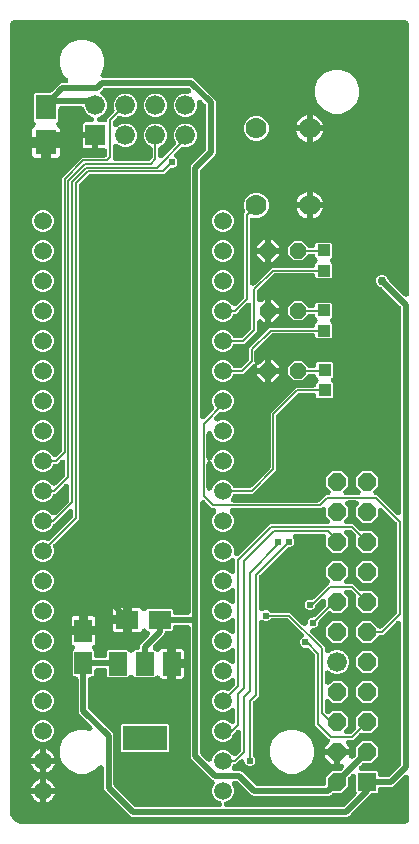
<source format=gtl>
G04 EAGLE Gerber RS-274X export*
G75*
%MOMM*%
%FSLAX34Y34*%
%LPD*%
%INtop_metal*%
%IPPOS*%
%AMOC8*
5,1,8,0,0,1.08239X$1,22.5*%
G01*
%ADD10C,1.508000*%
%ADD11R,1.676400X1.676400*%
%ADD12C,1.676400*%
%ADD13R,1.498600X2.006600*%
%ADD14R,3.810000X2.006600*%
%ADD15R,1.500000X1.950000*%
%ADD16R,1.950000X1.500000*%
%ADD17R,1.800000X2.150000*%
%ADD18R,1.524000X1.524000*%
%ADD19P,1.649562X8X112.500000*%
%ADD20P,1.429621X8X202.500000*%
%ADD21R,1.100000X1.000000*%
%ADD22C,1.778000*%
%ADD23C,0.508000*%
%ADD24C,0.606400*%
%ADD25C,0.756400*%
%ADD26C,0.152400*%

G36*
X336560Y2542D02*
X336560Y2542D01*
X336570Y2541D01*
X336881Y2562D01*
X337210Y2606D01*
X337324Y2631D01*
X337440Y2647D01*
X337543Y2680D01*
X337650Y2704D01*
X337757Y2749D01*
X337869Y2785D01*
X338007Y2854D01*
X338065Y2878D01*
X338095Y2898D01*
X338148Y2924D01*
X338718Y3253D01*
X338765Y3286D01*
X338816Y3313D01*
X338949Y3415D01*
X339086Y3512D01*
X339127Y3553D01*
X339172Y3588D01*
X339285Y3712D01*
X339403Y3831D01*
X339436Y3879D01*
X339475Y3922D01*
X339647Y4182D01*
X339976Y4752D01*
X340025Y4858D01*
X340083Y4959D01*
X340120Y5061D01*
X340165Y5160D01*
X340195Y5273D01*
X340234Y5383D01*
X340264Y5535D01*
X340280Y5595D01*
X340283Y5631D01*
X340294Y5690D01*
X340338Y6019D01*
X340338Y6028D01*
X340340Y6038D01*
X340359Y6350D01*
X340359Y41461D01*
X340348Y41590D01*
X340346Y41720D01*
X340328Y41814D01*
X340319Y41909D01*
X340285Y42035D01*
X340260Y42162D01*
X340226Y42251D01*
X340201Y42343D01*
X340145Y42460D01*
X340098Y42582D01*
X340048Y42664D01*
X340007Y42750D01*
X339932Y42856D01*
X339864Y42967D01*
X339801Y43039D01*
X339745Y43116D01*
X339652Y43207D01*
X339566Y43304D01*
X339491Y43364D01*
X339423Y43430D01*
X339315Y43503D01*
X339213Y43584D01*
X339129Y43629D01*
X339050Y43682D01*
X338931Y43735D01*
X338816Y43796D01*
X338725Y43826D01*
X338638Y43865D01*
X338511Y43895D01*
X338388Y43936D01*
X338293Y43949D01*
X338200Y43971D01*
X338071Y43979D01*
X337942Y43997D01*
X337846Y43993D01*
X337751Y43999D01*
X337622Y43984D01*
X337492Y43979D01*
X337399Y43958D01*
X337304Y43947D01*
X337179Y43909D01*
X337052Y43881D01*
X336964Y43844D01*
X336873Y43817D01*
X336757Y43757D01*
X336637Y43707D01*
X336557Y43656D01*
X336471Y43612D01*
X336368Y43534D01*
X336259Y43463D01*
X336161Y43377D01*
X336113Y43340D01*
X336082Y43307D01*
X336024Y43256D01*
X328923Y36155D01*
X327422Y34654D01*
X325929Y34035D01*
X316484Y34035D01*
X316449Y34032D01*
X316415Y34034D01*
X316226Y34012D01*
X316035Y33995D01*
X316002Y33986D01*
X315968Y33982D01*
X315785Y33927D01*
X315601Y33877D01*
X315570Y33862D01*
X315537Y33852D01*
X315366Y33765D01*
X315194Y33683D01*
X315166Y33663D01*
X315135Y33648D01*
X314983Y33532D01*
X314828Y33421D01*
X314804Y33396D01*
X314777Y33376D01*
X314648Y33236D01*
X314514Y33099D01*
X314495Y33070D01*
X314471Y33044D01*
X314369Y32883D01*
X314262Y32726D01*
X314248Y32694D01*
X314230Y32665D01*
X314157Y32488D01*
X314080Y32314D01*
X314072Y32280D01*
X314059Y32248D01*
X314019Y32061D01*
X313973Y31876D01*
X313971Y31842D01*
X313964Y31808D01*
X313945Y31496D01*
X313945Y29848D01*
X313052Y28955D01*
X310075Y28955D01*
X309912Y28941D01*
X309747Y28934D01*
X309688Y28921D01*
X309627Y28915D01*
X309468Y28872D01*
X309308Y28836D01*
X309251Y28813D01*
X309193Y28797D01*
X309044Y28726D01*
X308892Y28663D01*
X308841Y28630D01*
X308786Y28603D01*
X308652Y28508D01*
X308514Y28418D01*
X308456Y28367D01*
X308420Y28341D01*
X308377Y28298D01*
X308280Y28212D01*
X307692Y27624D01*
X307687Y27618D01*
X307679Y27611D01*
X291074Y10764D01*
X291011Y10689D01*
X290167Y9845D01*
X290162Y9839D01*
X290154Y9832D01*
X289591Y9260D01*
X288853Y8954D01*
X288846Y8951D01*
X288836Y8947D01*
X288098Y8635D01*
X287298Y8635D01*
X287290Y8635D01*
X287279Y8635D01*
X286123Y8627D01*
X286063Y8634D01*
X286033Y8632D01*
X285985Y8635D01*
X105871Y8635D01*
X104378Y9254D01*
X82660Y30972D01*
X82041Y32465D01*
X82041Y49690D01*
X82030Y49820D01*
X82028Y49950D01*
X82010Y50044D01*
X82001Y50139D01*
X81967Y50264D01*
X81942Y50392D01*
X81908Y50481D01*
X81883Y50573D01*
X81827Y50690D01*
X81780Y50812D01*
X81730Y50894D01*
X81689Y50980D01*
X81614Y51086D01*
X81546Y51197D01*
X81483Y51268D01*
X81427Y51346D01*
X81334Y51437D01*
X81248Y51534D01*
X81173Y51593D01*
X81105Y51660D01*
X80997Y51733D01*
X80895Y51814D01*
X80811Y51859D01*
X80732Y51912D01*
X80613Y51965D01*
X80498Y52026D01*
X80407Y52056D01*
X80320Y52094D01*
X80193Y52125D01*
X80070Y52165D01*
X79975Y52178D01*
X79882Y52201D01*
X79753Y52209D01*
X79624Y52227D01*
X79528Y52223D01*
X79433Y52229D01*
X79304Y52214D01*
X79174Y52208D01*
X79081Y52188D01*
X78986Y52177D01*
X78861Y52139D01*
X78734Y52111D01*
X78646Y52074D01*
X78555Y52046D01*
X78439Y51987D01*
X78319Y51937D01*
X78239Y51885D01*
X78153Y51842D01*
X78050Y51763D01*
X77941Y51693D01*
X77843Y51607D01*
X77795Y51570D01*
X77764Y51537D01*
X77706Y51486D01*
X74003Y47782D01*
X67188Y44959D01*
X59812Y44959D01*
X52998Y47782D01*
X47782Y52998D01*
X45243Y59128D01*
X45173Y59262D01*
X45110Y59400D01*
X45068Y59461D01*
X45034Y59527D01*
X44941Y59646D01*
X44938Y59651D01*
X44940Y59660D01*
X44959Y59971D01*
X44959Y67188D01*
X47782Y74002D01*
X52998Y79218D01*
X59812Y82041D01*
X67188Y82041D01*
X68945Y81313D01*
X69115Y81260D01*
X69282Y81200D01*
X69329Y81192D01*
X69375Y81178D01*
X69551Y81156D01*
X69726Y81127D01*
X69774Y81127D01*
X69821Y81121D01*
X69998Y81130D01*
X70176Y81133D01*
X70224Y81142D01*
X70271Y81144D01*
X70444Y81185D01*
X70618Y81218D01*
X70663Y81236D01*
X70710Y81247D01*
X70873Y81317D01*
X71038Y81381D01*
X71079Y81406D01*
X71123Y81424D01*
X71271Y81522D01*
X71423Y81615D01*
X71459Y81646D01*
X71499Y81673D01*
X71628Y81795D01*
X71761Y81913D01*
X71790Y81950D01*
X71825Y81983D01*
X71930Y82127D01*
X72040Y82266D01*
X72062Y82308D01*
X72091Y82347D01*
X72169Y82507D01*
X72253Y82663D01*
X72267Y82708D01*
X72288Y82751D01*
X72337Y82922D01*
X72392Y83091D01*
X72398Y83138D01*
X72411Y83184D01*
X72429Y83361D01*
X72453Y83537D01*
X72451Y83585D01*
X72456Y83632D01*
X72442Y83809D01*
X72435Y83987D01*
X72424Y84034D01*
X72421Y84081D01*
X72376Y84253D01*
X72337Y84427D01*
X72319Y84471D01*
X72307Y84517D01*
X72232Y84678D01*
X72164Y84842D01*
X72138Y84882D01*
X72118Y84926D01*
X72016Y85071D01*
X71919Y85220D01*
X71880Y85265D01*
X71859Y85294D01*
X71815Y85339D01*
X71712Y85454D01*
X61324Y95843D01*
X60705Y97337D01*
X60705Y124836D01*
X60702Y124871D01*
X60704Y124905D01*
X60682Y125094D01*
X60665Y125285D01*
X60656Y125318D01*
X60652Y125352D01*
X60597Y125535D01*
X60547Y125719D01*
X60532Y125750D01*
X60522Y125783D01*
X60435Y125954D01*
X60353Y126126D01*
X60333Y126154D01*
X60318Y126185D01*
X60202Y126337D01*
X60091Y126492D01*
X60066Y126516D01*
X60046Y126543D01*
X59906Y126672D01*
X59769Y126806D01*
X59740Y126825D01*
X59714Y126849D01*
X59553Y126951D01*
X59396Y127058D01*
X59364Y127072D01*
X59335Y127090D01*
X59158Y127163D01*
X58984Y127240D01*
X58950Y127248D01*
X58918Y127261D01*
X58731Y127301D01*
X58546Y127347D01*
X58512Y127349D01*
X58478Y127356D01*
X58166Y127375D01*
X56638Y127375D01*
X55745Y128268D01*
X55745Y149032D01*
X56775Y150061D01*
X56866Y150170D01*
X56963Y150272D01*
X57010Y150342D01*
X57064Y150407D01*
X57134Y150530D01*
X57212Y150647D01*
X57245Y150725D01*
X57287Y150797D01*
X57334Y150931D01*
X57391Y151061D01*
X57410Y151143D01*
X57438Y151222D01*
X57461Y151361D01*
X57493Y151499D01*
X57498Y151583D01*
X57511Y151666D01*
X57509Y151808D01*
X57517Y151949D01*
X57506Y152032D01*
X57505Y152116D01*
X57478Y152255D01*
X57461Y152396D01*
X57436Y152476D01*
X57420Y152558D01*
X57369Y152690D01*
X57327Y152825D01*
X57288Y152900D01*
X57257Y152978D01*
X57184Y153099D01*
X57119Y153225D01*
X57067Y153291D01*
X57024Y153363D01*
X56930Y153469D01*
X56843Y153581D01*
X56781Y153638D01*
X56725Y153700D01*
X56615Y153788D01*
X56509Y153883D01*
X56417Y153945D01*
X56372Y153980D01*
X56327Y154004D01*
X56249Y154056D01*
X55710Y154367D01*
X55237Y154840D01*
X54902Y155419D01*
X54729Y156065D01*
X54729Y162401D01*
X63560Y162401D01*
X63594Y162404D01*
X63629Y162402D01*
X63818Y162424D01*
X64008Y162441D01*
X64042Y162450D01*
X64076Y162454D01*
X64259Y162509D01*
X64443Y162559D01*
X64474Y162574D01*
X64507Y162584D01*
X64678Y162671D01*
X64764Y162712D01*
X64782Y162704D01*
X64812Y162686D01*
X64988Y162613D01*
X65162Y162536D01*
X65196Y162528D01*
X65228Y162515D01*
X65415Y162474D01*
X65600Y162429D01*
X65634Y162427D01*
X65668Y162420D01*
X65980Y162401D01*
X74811Y162401D01*
X74811Y156065D01*
X74638Y155419D01*
X74303Y154840D01*
X73830Y154367D01*
X73291Y154056D01*
X73176Y153975D01*
X73054Y153901D01*
X72991Y153845D01*
X72923Y153797D01*
X72823Y153696D01*
X72717Y153603D01*
X72665Y153537D01*
X72606Y153477D01*
X72525Y153361D01*
X72438Y153250D01*
X72398Y153176D01*
X72350Y153106D01*
X72292Y152977D01*
X72225Y152853D01*
X72199Y152773D01*
X72164Y152696D01*
X72129Y152559D01*
X72086Y152424D01*
X72074Y152341D01*
X72054Y152260D01*
X72044Y152119D01*
X72024Y151978D01*
X72028Y151894D01*
X72022Y151811D01*
X72037Y151670D01*
X72043Y151529D01*
X72061Y151447D01*
X72070Y151363D01*
X72110Y151227D01*
X72140Y151089D01*
X72173Y151011D01*
X72196Y150931D01*
X72259Y150804D01*
X72314Y150674D01*
X72360Y150603D01*
X72397Y150528D01*
X72481Y150414D01*
X72558Y150295D01*
X72632Y150212D01*
X72666Y150166D01*
X72703Y150131D01*
X72765Y150061D01*
X73795Y149032D01*
X73795Y145254D01*
X73798Y145219D01*
X73796Y145185D01*
X73818Y144996D01*
X73835Y144805D01*
X73844Y144772D01*
X73848Y144738D01*
X73903Y144555D01*
X73953Y144371D01*
X73968Y144340D01*
X73978Y144307D01*
X74065Y144136D01*
X74147Y143964D01*
X74167Y143936D01*
X74182Y143905D01*
X74298Y143753D01*
X74409Y143598D01*
X74434Y143574D01*
X74454Y143547D01*
X74594Y143418D01*
X74731Y143284D01*
X74760Y143265D01*
X74786Y143241D01*
X74947Y143139D01*
X75104Y143032D01*
X75136Y143018D01*
X75165Y143000D01*
X75342Y142927D01*
X75516Y142850D01*
X75550Y142842D01*
X75582Y142829D01*
X75769Y142789D01*
X75954Y142743D01*
X75988Y142741D01*
X76022Y142734D01*
X76334Y142715D01*
X82169Y142715D01*
X82204Y142718D01*
X82238Y142716D01*
X82427Y142738D01*
X82618Y142755D01*
X82651Y142764D01*
X82685Y142768D01*
X82868Y142823D01*
X83052Y142873D01*
X83083Y142888D01*
X83116Y142898D01*
X83287Y142985D01*
X83459Y143067D01*
X83487Y143087D01*
X83518Y143102D01*
X83670Y143218D01*
X83825Y143329D01*
X83849Y143354D01*
X83876Y143374D01*
X84005Y143514D01*
X84139Y143651D01*
X84158Y143680D01*
X84182Y143706D01*
X84284Y143867D01*
X84391Y144024D01*
X84405Y144056D01*
X84423Y144085D01*
X84496Y144262D01*
X84573Y144436D01*
X84581Y144470D01*
X84594Y144502D01*
X84634Y144689D01*
X84680Y144874D01*
X84682Y144908D01*
X84689Y144942D01*
X84708Y145254D01*
X84708Y148841D01*
X85601Y149734D01*
X101851Y149734D01*
X103360Y148224D01*
X103387Y148202D01*
X103410Y148176D01*
X103559Y148057D01*
X103706Y147935D01*
X103736Y147918D01*
X103763Y147896D01*
X103931Y147806D01*
X104097Y147712D01*
X104129Y147700D01*
X104160Y147684D01*
X104341Y147625D01*
X104521Y147561D01*
X104555Y147555D01*
X104588Y147544D01*
X104777Y147518D01*
X104965Y147487D01*
X105000Y147488D01*
X105034Y147483D01*
X105225Y147491D01*
X105416Y147493D01*
X105450Y147500D01*
X105484Y147501D01*
X105670Y147543D01*
X105858Y147579D01*
X105890Y147591D01*
X105924Y147599D01*
X106099Y147672D01*
X106278Y147741D01*
X106307Y147759D01*
X106339Y147773D01*
X106499Y147876D01*
X106662Y147975D01*
X106688Y147998D01*
X106717Y148017D01*
X106952Y148224D01*
X108461Y149734D01*
X109982Y149734D01*
X110017Y149737D01*
X110051Y149735D01*
X110240Y149757D01*
X110431Y149774D01*
X110464Y149783D01*
X110498Y149787D01*
X110681Y149842D01*
X110865Y149892D01*
X110896Y149907D01*
X110929Y149917D01*
X111100Y150004D01*
X111272Y150086D01*
X111300Y150106D01*
X111331Y150121D01*
X111483Y150237D01*
X111638Y150348D01*
X111662Y150373D01*
X111689Y150393D01*
X111818Y150533D01*
X111952Y150670D01*
X111971Y150699D01*
X111995Y150725D01*
X112097Y150886D01*
X112204Y151043D01*
X112218Y151075D01*
X112236Y151104D01*
X112309Y151281D01*
X112386Y151455D01*
X112394Y151489D01*
X112407Y151521D01*
X112447Y151708D01*
X112493Y151893D01*
X112495Y151927D01*
X112502Y151961D01*
X112521Y152273D01*
X112521Y153209D01*
X113140Y154702D01*
X120338Y161900D01*
X120422Y162000D01*
X120512Y162093D01*
X120566Y162173D01*
X120627Y162246D01*
X120692Y162359D01*
X120764Y162466D01*
X120803Y162554D01*
X120850Y162637D01*
X120894Y162759D01*
X120947Y162878D01*
X120969Y162971D01*
X121001Y163061D01*
X121022Y163189D01*
X121053Y163316D01*
X121059Y163411D01*
X121075Y163505D01*
X121073Y163635D01*
X121081Y163765D01*
X121070Y163860D01*
X121069Y163956D01*
X121044Y164083D01*
X121029Y164212D01*
X121001Y164304D01*
X120983Y164398D01*
X120936Y164519D01*
X120899Y164643D01*
X120855Y164728D01*
X120821Y164818D01*
X120753Y164929D01*
X120694Y165045D01*
X120637Y165121D01*
X120587Y165202D01*
X120501Y165300D01*
X120422Y165403D01*
X120352Y165468D01*
X120289Y165540D01*
X120187Y165620D01*
X120091Y165709D01*
X120010Y165760D01*
X119936Y165819D01*
X119821Y165880D01*
X119711Y165950D01*
X119623Y165987D01*
X119539Y166032D01*
X119415Y166072D01*
X119295Y166121D01*
X119201Y166141D01*
X119110Y166171D01*
X118986Y166188D01*
X117909Y167265D01*
X117800Y167356D01*
X117698Y167453D01*
X117628Y167500D01*
X117563Y167554D01*
X117440Y167624D01*
X117323Y167702D01*
X117245Y167735D01*
X117173Y167777D01*
X117039Y167824D01*
X116909Y167881D01*
X116827Y167900D01*
X116748Y167928D01*
X116609Y167951D01*
X116471Y167983D01*
X116387Y167988D01*
X116304Y168001D01*
X116162Y167999D01*
X116021Y168007D01*
X115938Y167996D01*
X115854Y167995D01*
X115715Y167968D01*
X115574Y167951D01*
X115494Y167926D01*
X115412Y167910D01*
X115280Y167859D01*
X115145Y167817D01*
X115070Y167778D01*
X114992Y167747D01*
X114871Y167674D01*
X114745Y167609D01*
X114679Y167557D01*
X114607Y167514D01*
X114501Y167420D01*
X114389Y167333D01*
X114332Y167271D01*
X114270Y167215D01*
X114182Y167105D01*
X114087Y166999D01*
X114025Y166907D01*
X113990Y166862D01*
X113966Y166817D01*
X113914Y166739D01*
X113603Y166200D01*
X113130Y165727D01*
X112551Y165392D01*
X111905Y165219D01*
X105569Y165219D01*
X105569Y174050D01*
X105566Y174084D01*
X105568Y174119D01*
X105546Y174308D01*
X105529Y174498D01*
X105520Y174532D01*
X105516Y174566D01*
X105461Y174749D01*
X105411Y174933D01*
X105396Y174964D01*
X105386Y174997D01*
X105299Y175168D01*
X105258Y175254D01*
X105266Y175272D01*
X105284Y175302D01*
X105356Y175477D01*
X105434Y175652D01*
X105442Y175686D01*
X105455Y175718D01*
X105495Y175905D01*
X105541Y176090D01*
X105543Y176124D01*
X105550Y176158D01*
X105569Y176470D01*
X105569Y185301D01*
X111905Y185301D01*
X112551Y185128D01*
X113130Y184793D01*
X113603Y184320D01*
X113914Y183781D01*
X113995Y183666D01*
X114069Y183544D01*
X114125Y183481D01*
X114173Y183413D01*
X114274Y183313D01*
X114367Y183207D01*
X114433Y183155D01*
X114493Y183096D01*
X114609Y183015D01*
X114720Y182928D01*
X114794Y182888D01*
X114864Y182840D01*
X114993Y182782D01*
X115117Y182715D01*
X115197Y182689D01*
X115274Y182654D01*
X115411Y182619D01*
X115546Y182576D01*
X115629Y182564D01*
X115710Y182544D01*
X115851Y182534D01*
X115992Y182514D01*
X116076Y182518D01*
X116159Y182512D01*
X116300Y182527D01*
X116441Y182533D01*
X116523Y182551D01*
X116607Y182560D01*
X116743Y182600D01*
X116881Y182630D01*
X116959Y182663D01*
X117039Y182686D01*
X117166Y182749D01*
X117296Y182804D01*
X117367Y182850D01*
X117442Y182887D01*
X117556Y182971D01*
X117675Y183048D01*
X117758Y183122D01*
X117804Y183156D01*
X117839Y183193D01*
X117909Y183255D01*
X118938Y184285D01*
X139702Y184285D01*
X140595Y183392D01*
X140595Y181864D01*
X140598Y181829D01*
X140596Y181795D01*
X140618Y181606D01*
X140635Y181415D01*
X140644Y181382D01*
X140648Y181348D01*
X140703Y181165D01*
X140753Y180981D01*
X140768Y180950D01*
X140778Y180917D01*
X140865Y180746D01*
X140947Y180574D01*
X140967Y180546D01*
X140982Y180515D01*
X141098Y180363D01*
X141209Y180208D01*
X141234Y180184D01*
X141254Y180157D01*
X141394Y180028D01*
X141531Y179894D01*
X141560Y179875D01*
X141586Y179851D01*
X141747Y179749D01*
X141904Y179642D01*
X141936Y179628D01*
X141965Y179610D01*
X142142Y179537D01*
X142316Y179460D01*
X142350Y179452D01*
X142382Y179439D01*
X142569Y179399D01*
X142754Y179353D01*
X142788Y179351D01*
X142822Y179344D01*
X143134Y179325D01*
X152908Y179325D01*
X152943Y179328D01*
X152977Y179326D01*
X153166Y179348D01*
X153357Y179365D01*
X153390Y179374D01*
X153424Y179378D01*
X153607Y179433D01*
X153791Y179483D01*
X153822Y179498D01*
X153855Y179508D01*
X154026Y179595D01*
X154198Y179677D01*
X154226Y179697D01*
X154257Y179712D01*
X154409Y179828D01*
X154564Y179939D01*
X154588Y179964D01*
X154615Y179984D01*
X154744Y180124D01*
X154878Y180261D01*
X154897Y180290D01*
X154921Y180316D01*
X155023Y180477D01*
X155130Y180634D01*
X155144Y180666D01*
X155162Y180695D01*
X155235Y180872D01*
X155312Y181046D01*
X155320Y181080D01*
X155333Y181112D01*
X155373Y181299D01*
X155419Y181484D01*
X155421Y181518D01*
X155428Y181552D01*
X155447Y181864D01*
X155447Y558593D01*
X156066Y560086D01*
X167912Y571932D01*
X168017Y572058D01*
X168129Y572179D01*
X168161Y572230D01*
X168200Y572277D01*
X168282Y572420D01*
X168370Y572559D01*
X168394Y572615D01*
X168424Y572668D01*
X168479Y572823D01*
X168541Y572975D01*
X168554Y573035D01*
X168575Y573093D01*
X168601Y573255D01*
X168636Y573416D01*
X168641Y573492D01*
X168648Y573537D01*
X168647Y573598D01*
X168655Y573727D01*
X168655Y610675D01*
X168641Y610838D01*
X168634Y611003D01*
X168621Y611062D01*
X168615Y611123D01*
X168572Y611282D01*
X168536Y611442D01*
X168513Y611499D01*
X168497Y611557D01*
X168426Y611706D01*
X168363Y611858D01*
X168330Y611909D01*
X168303Y611964D01*
X168208Y612098D01*
X168118Y612236D01*
X168067Y612294D01*
X168041Y612330D01*
X167998Y612373D01*
X167912Y612470D01*
X165372Y615010D01*
X165272Y615094D01*
X165179Y615184D01*
X165099Y615238D01*
X165026Y615299D01*
X164913Y615364D01*
X164806Y615436D01*
X164718Y615475D01*
X164635Y615522D01*
X164513Y615566D01*
X164394Y615619D01*
X164301Y615641D01*
X164211Y615673D01*
X164082Y615694D01*
X163956Y615725D01*
X163861Y615731D01*
X163767Y615747D01*
X163636Y615745D01*
X163507Y615753D01*
X163412Y615742D01*
X163316Y615741D01*
X163189Y615716D01*
X163060Y615701D01*
X162968Y615673D01*
X162874Y615655D01*
X162753Y615608D01*
X162629Y615571D01*
X162544Y615527D01*
X162454Y615493D01*
X162343Y615425D01*
X162227Y615366D01*
X162151Y615309D01*
X162070Y615259D01*
X161972Y615173D01*
X161869Y615094D01*
X161804Y615024D01*
X161732Y614961D01*
X161652Y614859D01*
X161563Y614763D01*
X161512Y614682D01*
X161453Y614608D01*
X161392Y614493D01*
X161322Y614383D01*
X161285Y614295D01*
X161240Y614211D01*
X161200Y614087D01*
X161151Y613967D01*
X161131Y613873D01*
X161101Y613782D01*
X161083Y613654D01*
X161056Y613527D01*
X161048Y613397D01*
X161040Y613336D01*
X161041Y613292D01*
X161037Y613215D01*
X161037Y608899D01*
X159529Y605258D01*
X156742Y602471D01*
X153101Y600963D01*
X149159Y600963D01*
X145518Y602471D01*
X142731Y605258D01*
X141223Y608899D01*
X141223Y612841D01*
X142731Y616482D01*
X145518Y619269D01*
X149159Y620777D01*
X153475Y620777D01*
X153604Y620788D01*
X153734Y620790D01*
X153828Y620808D01*
X153923Y620817D01*
X154049Y620851D01*
X154176Y620876D01*
X154265Y620910D01*
X154357Y620935D01*
X154475Y620991D01*
X154596Y621038D01*
X154678Y621088D01*
X154764Y621129D01*
X154870Y621204D01*
X154981Y621272D01*
X155052Y621335D01*
X155130Y621391D01*
X155221Y621484D01*
X155318Y621570D01*
X155377Y621645D01*
X155444Y621713D01*
X155517Y621821D01*
X155598Y621923D01*
X155643Y622007D01*
X155696Y622086D01*
X155749Y622205D01*
X155810Y622320D01*
X155840Y622411D01*
X155879Y622498D01*
X155909Y622625D01*
X155950Y622748D01*
X155963Y622843D01*
X155985Y622936D01*
X155993Y623065D01*
X156011Y623194D01*
X156007Y623290D01*
X156013Y623385D01*
X155998Y623514D01*
X155993Y623644D01*
X155972Y623737D01*
X155961Y623832D01*
X155923Y623957D01*
X155895Y624084D01*
X155858Y624172D01*
X155831Y624263D01*
X155772Y624379D01*
X155721Y624499D01*
X155669Y624580D01*
X155626Y624665D01*
X155549Y624766D01*
X155548Y624768D01*
X155477Y624877D01*
X155391Y624975D01*
X155354Y625023D01*
X155321Y625054D01*
X155270Y625112D01*
X155144Y625217D01*
X155023Y625329D01*
X154972Y625361D01*
X154925Y625400D01*
X154782Y625482D01*
X154643Y625570D01*
X154587Y625594D01*
X154534Y625624D01*
X154379Y625679D01*
X154227Y625741D01*
X154167Y625754D01*
X154110Y625775D01*
X153947Y625801D01*
X153786Y625836D01*
X153710Y625841D01*
X153665Y625848D01*
X153604Y625847D01*
X153475Y625855D01*
X83347Y625855D01*
X83183Y625841D01*
X83019Y625834D01*
X82959Y625821D01*
X82899Y625815D01*
X82740Y625772D01*
X82579Y625736D01*
X82523Y625713D01*
X82464Y625697D01*
X82316Y625626D01*
X82164Y625563D01*
X82112Y625530D01*
X82058Y625503D01*
X81924Y625408D01*
X81786Y625318D01*
X81728Y625267D01*
X81691Y625241D01*
X81649Y625198D01*
X81552Y625112D01*
X79845Y623405D01*
X79812Y623372D01*
X79759Y623308D01*
X79699Y623251D01*
X79615Y623136D01*
X79523Y623027D01*
X79482Y622955D01*
X79433Y622888D01*
X79370Y622760D01*
X79300Y622636D01*
X79272Y622558D01*
X79235Y622483D01*
X79196Y622346D01*
X79149Y622212D01*
X79135Y622130D01*
X79112Y622050D01*
X79098Y621908D01*
X79075Y621768D01*
X79076Y621685D01*
X79068Y621602D01*
X79079Y621460D01*
X79081Y621317D01*
X79096Y621236D01*
X79103Y621153D01*
X79139Y621015D01*
X79166Y620875D01*
X79196Y620798D01*
X79217Y620718D01*
X79277Y620588D01*
X79328Y620455D01*
X79371Y620384D01*
X79406Y620309D01*
X79488Y620192D01*
X79562Y620070D01*
X79617Y620008D01*
X79664Y619940D01*
X79766Y619840D01*
X79860Y619733D01*
X79925Y619682D01*
X79984Y619623D01*
X80101Y619542D01*
X80213Y619453D01*
X80286Y619414D01*
X80354Y619367D01*
X80528Y619282D01*
X83329Y616482D01*
X84837Y612841D01*
X84837Y608899D01*
X83329Y605258D01*
X80542Y602471D01*
X77660Y601278D01*
X77502Y601195D01*
X77342Y601119D01*
X77304Y601092D01*
X77261Y601069D01*
X77120Y600960D01*
X76976Y600857D01*
X76943Y600823D01*
X76905Y600794D01*
X76786Y600662D01*
X76662Y600535D01*
X76635Y600495D01*
X76604Y600459D01*
X76510Y600309D01*
X76410Y600162D01*
X76391Y600118D01*
X76366Y600077D01*
X76300Y599912D01*
X76228Y599750D01*
X76217Y599703D01*
X76199Y599659D01*
X76163Y599485D01*
X76121Y599312D01*
X76118Y599265D01*
X76109Y599218D01*
X76105Y599040D01*
X76094Y598863D01*
X76099Y598815D01*
X76098Y598768D01*
X76125Y598592D01*
X76146Y598416D01*
X76160Y598370D01*
X76167Y598323D01*
X76225Y598155D01*
X76276Y597985D01*
X76298Y597942D01*
X76313Y597897D01*
X76400Y597742D01*
X76480Y597583D01*
X76509Y597545D01*
X76533Y597504D01*
X76645Y597366D01*
X76752Y597225D01*
X76788Y597192D01*
X76818Y597155D01*
X76953Y597040D01*
X77084Y596919D01*
X77124Y596894D01*
X77160Y596863D01*
X77313Y596773D01*
X77463Y596678D01*
X77508Y596659D01*
X77549Y596635D01*
X77715Y596574D01*
X77880Y596507D01*
X77927Y596497D01*
X77972Y596480D01*
X78146Y596449D01*
X78320Y596412D01*
X78379Y596408D01*
X78415Y596402D01*
X78478Y596402D01*
X78632Y596393D01*
X82550Y596393D01*
X82585Y596396D01*
X82619Y596394D01*
X82808Y596416D01*
X82999Y596433D01*
X83032Y596442D01*
X83066Y596446D01*
X83249Y596501D01*
X83433Y596551D01*
X83464Y596566D01*
X83497Y596576D01*
X83668Y596663D01*
X83840Y596745D01*
X83868Y596765D01*
X83899Y596780D01*
X84051Y596896D01*
X84206Y597007D01*
X84230Y597032D01*
X84257Y597052D01*
X84386Y597192D01*
X84520Y597329D01*
X84539Y597358D01*
X84563Y597384D01*
X84665Y597545D01*
X84772Y597702D01*
X84786Y597734D01*
X84804Y597763D01*
X84877Y597940D01*
X84954Y598114D01*
X84962Y598148D01*
X84975Y598180D01*
X85015Y598367D01*
X85061Y598552D01*
X85063Y598586D01*
X85070Y598620D01*
X85089Y598932D01*
X85089Y599498D01*
X90415Y604824D01*
X90550Y604986D01*
X90689Y605148D01*
X90695Y605159D01*
X90704Y605169D01*
X90808Y605351D01*
X90916Y605536D01*
X90921Y605549D01*
X90927Y605560D01*
X90998Y605759D01*
X91071Y605959D01*
X91073Y605972D01*
X91078Y605984D01*
X91112Y606193D01*
X91149Y606402D01*
X91149Y606416D01*
X91151Y606429D01*
X91148Y606641D01*
X91148Y606853D01*
X91145Y606865D01*
X91145Y606879D01*
X91105Y607087D01*
X91067Y607295D01*
X91062Y607310D01*
X91060Y607321D01*
X91046Y607357D01*
X90965Y607591D01*
X90423Y608899D01*
X90423Y612841D01*
X91931Y616482D01*
X94718Y619269D01*
X98359Y620777D01*
X102301Y620777D01*
X105942Y619269D01*
X108729Y616482D01*
X110237Y612841D01*
X110237Y608899D01*
X108729Y605258D01*
X105942Y602471D01*
X102301Y600963D01*
X98359Y600963D01*
X96153Y601877D01*
X95950Y601941D01*
X95749Y602006D01*
X95736Y602008D01*
X95723Y602012D01*
X95512Y602039D01*
X95303Y602068D01*
X95290Y602067D01*
X95277Y602069D01*
X95066Y602058D01*
X94853Y602049D01*
X94840Y602046D01*
X94827Y602046D01*
X94622Y601998D01*
X94413Y601952D01*
X94401Y601947D01*
X94388Y601944D01*
X94193Y601859D01*
X93998Y601778D01*
X93987Y601771D01*
X93975Y601766D01*
X93797Y601648D01*
X93620Y601534D01*
X93608Y601523D01*
X93599Y601517D01*
X93571Y601490D01*
X93386Y601327D01*
X90406Y598348D01*
X90301Y598221D01*
X90189Y598100D01*
X90157Y598049D01*
X90118Y598002D01*
X90036Y597859D01*
X89948Y597721D01*
X89924Y597664D01*
X89894Y597611D01*
X89839Y597456D01*
X89777Y597304D01*
X89764Y597244D01*
X89743Y597187D01*
X89717Y597025D01*
X89682Y596864D01*
X89677Y596787D01*
X89670Y596743D01*
X89671Y596682D01*
X89663Y596552D01*
X89663Y594943D01*
X89674Y594814D01*
X89676Y594684D01*
X89694Y594590D01*
X89703Y594495D01*
X89737Y594369D01*
X89762Y594242D01*
X89796Y594152D01*
X89821Y594060D01*
X89877Y593943D01*
X89924Y593822D01*
X89974Y593740D01*
X90015Y593654D01*
X90090Y593548D01*
X90158Y593437D01*
X90221Y593365D01*
X90277Y593288D01*
X90370Y593197D01*
X90456Y593100D01*
X90531Y593040D01*
X90599Y592974D01*
X90707Y592901D01*
X90809Y592820D01*
X90893Y592775D01*
X90972Y592722D01*
X91091Y592669D01*
X91206Y592607D01*
X91297Y592578D01*
X91384Y592539D01*
X91511Y592508D01*
X91634Y592468D01*
X91729Y592455D01*
X91822Y592433D01*
X91951Y592425D01*
X92080Y592407D01*
X92176Y592411D01*
X92271Y592405D01*
X92400Y592420D01*
X92530Y592425D01*
X92623Y592446D01*
X92718Y592457D01*
X92843Y592495D01*
X92970Y592523D01*
X93058Y592560D01*
X93149Y592587D01*
X93265Y592646D01*
X93385Y592696D01*
X93465Y592748D01*
X93551Y592792D01*
X93654Y592870D01*
X93763Y592941D01*
X93861Y593027D01*
X93909Y593064D01*
X93940Y593097D01*
X93998Y593148D01*
X94718Y593869D01*
X98359Y595377D01*
X102301Y595377D01*
X105942Y593869D01*
X108729Y591082D01*
X110237Y587441D01*
X110237Y583499D01*
X108729Y579858D01*
X105942Y577071D01*
X102301Y575563D01*
X98359Y575563D01*
X94718Y577071D01*
X93998Y577792D01*
X93898Y577876D01*
X93805Y577966D01*
X93725Y578020D01*
X93652Y578081D01*
X93539Y578146D01*
X93432Y578218D01*
X93344Y578257D01*
X93261Y578305D01*
X93139Y578348D01*
X93020Y578401D01*
X92927Y578423D01*
X92837Y578455D01*
X92709Y578477D01*
X92582Y578507D01*
X92487Y578513D01*
X92393Y578529D01*
X92263Y578527D01*
X92133Y578535D01*
X92038Y578524D01*
X91943Y578523D01*
X91815Y578498D01*
X91686Y578483D01*
X91594Y578455D01*
X91500Y578437D01*
X91379Y578390D01*
X91255Y578353D01*
X91169Y578309D01*
X91080Y578275D01*
X90969Y578207D01*
X90853Y578148D01*
X90777Y578091D01*
X90696Y578041D01*
X90598Y577955D01*
X90495Y577876D01*
X90430Y577806D01*
X90358Y577743D01*
X90278Y577641D01*
X90189Y577545D01*
X90138Y577465D01*
X90079Y577390D01*
X90018Y577275D01*
X89948Y577165D01*
X89911Y577077D01*
X89866Y576993D01*
X89826Y576869D01*
X89777Y576749D01*
X89757Y576655D01*
X89727Y576565D01*
X89709Y576436D01*
X89682Y576309D01*
X89674Y576179D01*
X89666Y576119D01*
X89667Y576074D01*
X89663Y575997D01*
X89663Y566166D01*
X89666Y566131D01*
X89664Y566097D01*
X89686Y565908D01*
X89703Y565717D01*
X89712Y565684D01*
X89716Y565650D01*
X89771Y565467D01*
X89821Y565283D01*
X89836Y565252D01*
X89846Y565219D01*
X89933Y565048D01*
X90015Y564876D01*
X90035Y564848D01*
X90050Y564817D01*
X90166Y564665D01*
X90277Y564510D01*
X90302Y564486D01*
X90322Y564459D01*
X90462Y564330D01*
X90599Y564196D01*
X90628Y564177D01*
X90654Y564153D01*
X90815Y564051D01*
X90972Y563944D01*
X91004Y563930D01*
X91033Y563912D01*
X91210Y563839D01*
X91384Y563762D01*
X91418Y563754D01*
X91450Y563741D01*
X91637Y563701D01*
X91822Y563655D01*
X91856Y563653D01*
X91890Y563646D01*
X92202Y563627D01*
X119667Y563627D01*
X119831Y563641D01*
X119995Y563648D01*
X120055Y563661D01*
X120116Y563667D01*
X120274Y563710D01*
X120435Y563746D01*
X120491Y563769D01*
X120550Y563785D01*
X120698Y563856D01*
X120850Y563919D01*
X120902Y563952D01*
X120957Y563979D01*
X121090Y564074D01*
X121228Y564164D01*
X121286Y564215D01*
X121323Y564241D01*
X121365Y564284D01*
X121463Y564370D01*
X122700Y565607D01*
X122805Y565734D01*
X122917Y565855D01*
X122949Y565906D01*
X122988Y565953D01*
X123070Y566096D01*
X123158Y566234D01*
X123182Y566291D01*
X123212Y566344D01*
X123267Y566499D01*
X123329Y566651D01*
X123342Y566711D01*
X123363Y566768D01*
X123389Y566930D01*
X123424Y567091D01*
X123429Y567168D01*
X123436Y567212D01*
X123435Y567273D01*
X123443Y567403D01*
X123443Y573998D01*
X123424Y574209D01*
X123408Y574420D01*
X123405Y574433D01*
X123403Y574446D01*
X123347Y574652D01*
X123294Y574856D01*
X123288Y574868D01*
X123285Y574880D01*
X123194Y575071D01*
X123105Y575264D01*
X123097Y575275D01*
X123091Y575287D01*
X122969Y575459D01*
X122846Y575633D01*
X122837Y575642D01*
X122829Y575653D01*
X122677Y575802D01*
X122527Y575950D01*
X122516Y575958D01*
X122507Y575967D01*
X122331Y576086D01*
X122157Y576206D01*
X122142Y576213D01*
X122134Y576219D01*
X122098Y576235D01*
X121876Y576344D01*
X120118Y577071D01*
X117331Y579858D01*
X115823Y583499D01*
X115823Y587441D01*
X117331Y591082D01*
X120118Y593869D01*
X123759Y595377D01*
X127701Y595377D01*
X131342Y593869D01*
X134129Y591082D01*
X135637Y587441D01*
X135637Y583499D01*
X134129Y579858D01*
X131342Y577071D01*
X129584Y576344D01*
X129397Y576245D01*
X129207Y576149D01*
X129197Y576141D01*
X129185Y576135D01*
X129018Y576005D01*
X128849Y575877D01*
X128840Y575867D01*
X128829Y575859D01*
X128687Y575702D01*
X128543Y575546D01*
X128536Y575535D01*
X128528Y575525D01*
X128416Y575345D01*
X128302Y575166D01*
X128297Y575154D01*
X128290Y575143D01*
X128211Y574945D01*
X128131Y574750D01*
X128128Y574737D01*
X128123Y574724D01*
X128081Y574517D01*
X128036Y574309D01*
X128035Y574294D01*
X128033Y574283D01*
X128032Y574244D01*
X128017Y573998D01*
X128017Y568673D01*
X128028Y568544D01*
X128030Y568413D01*
X128048Y568320D01*
X128057Y568224D01*
X128091Y568099D01*
X128116Y567971D01*
X128150Y567882D01*
X128175Y567790D01*
X128231Y567673D01*
X128278Y567551D01*
X128328Y567469D01*
X128369Y567383D01*
X128444Y567278D01*
X128512Y567167D01*
X128575Y567095D01*
X128631Y567017D01*
X128724Y566926D01*
X128810Y566829D01*
X128885Y566770D01*
X128953Y566703D01*
X129061Y566630D01*
X129163Y566550D01*
X129247Y566505D01*
X129326Y566451D01*
X129445Y566399D01*
X129560Y566337D01*
X129651Y566308D01*
X129738Y566269D01*
X129865Y566238D01*
X129988Y566198D01*
X130083Y566185D01*
X130176Y566162D01*
X130305Y566154D01*
X130434Y566137D01*
X130530Y566140D01*
X130625Y566135D01*
X130754Y566150D01*
X130884Y566155D01*
X130977Y566176D01*
X131072Y566187D01*
X131197Y566224D01*
X131324Y566253D01*
X131412Y566289D01*
X131503Y566317D01*
X131619Y566376D01*
X131739Y566426D01*
X131820Y566478D01*
X131905Y566521D01*
X132008Y566600D01*
X132117Y566670D01*
X132215Y566757D01*
X132263Y566793D01*
X132294Y566826D01*
X132352Y566877D01*
X142294Y576819D01*
X142431Y576983D01*
X142567Y577143D01*
X142574Y577155D01*
X142582Y577165D01*
X142688Y577350D01*
X142795Y577532D01*
X142799Y577544D01*
X142806Y577556D01*
X142877Y577756D01*
X142950Y577955D01*
X142952Y577968D01*
X142957Y577980D01*
X142991Y578190D01*
X143028Y578398D01*
X143028Y578411D01*
X143030Y578424D01*
X143027Y578638D01*
X143027Y578848D01*
X143024Y578861D01*
X143024Y578875D01*
X142983Y579084D01*
X142946Y579291D01*
X142940Y579306D01*
X142938Y579317D01*
X142924Y579353D01*
X142844Y579587D01*
X141223Y583499D01*
X141223Y587441D01*
X142731Y591082D01*
X145518Y593869D01*
X149159Y595377D01*
X153101Y595377D01*
X156742Y593869D01*
X159529Y591082D01*
X161037Y587441D01*
X161037Y583499D01*
X159529Y579858D01*
X156742Y577071D01*
X153101Y575563D01*
X148893Y575563D01*
X148707Y575589D01*
X148694Y575588D01*
X148681Y575590D01*
X148471Y575579D01*
X148257Y575571D01*
X148245Y575568D01*
X148232Y575567D01*
X148026Y575519D01*
X147818Y575473D01*
X147806Y575468D01*
X147793Y575465D01*
X147597Y575381D01*
X147402Y575299D01*
X147391Y575292D01*
X147380Y575287D01*
X147201Y575170D01*
X147024Y575055D01*
X147013Y575045D01*
X147004Y575039D01*
X146975Y575012D01*
X146790Y574848D01*
X142144Y570202D01*
X142121Y570175D01*
X142095Y570152D01*
X141977Y570002D01*
X141855Y569856D01*
X141837Y569826D01*
X141816Y569799D01*
X141726Y569631D01*
X141631Y569465D01*
X141620Y569433D01*
X141603Y569402D01*
X141544Y569221D01*
X141480Y569041D01*
X141475Y569007D01*
X141464Y568974D01*
X141438Y568785D01*
X141407Y568597D01*
X141407Y568562D01*
X141403Y568528D01*
X141411Y568337D01*
X141413Y568147D01*
X141420Y568113D01*
X141421Y568078D01*
X141462Y567891D01*
X141499Y567705D01*
X141511Y567672D01*
X141519Y567638D01*
X141592Y567463D01*
X141661Y567285D01*
X141679Y567255D01*
X141692Y567223D01*
X141796Y567063D01*
X141895Y566900D01*
X141918Y566874D01*
X141937Y566845D01*
X142144Y566611D01*
X143563Y565191D01*
X144257Y563516D01*
X144257Y561704D01*
X143563Y560029D01*
X142281Y558747D01*
X140606Y558053D01*
X139429Y558053D01*
X139265Y558039D01*
X139101Y558032D01*
X139041Y558019D01*
X138980Y558013D01*
X138822Y557970D01*
X138661Y557934D01*
X138605Y557911D01*
X138546Y557895D01*
X138398Y557824D01*
X138246Y557761D01*
X138194Y557728D01*
X138139Y557701D01*
X138006Y557606D01*
X137868Y557516D01*
X137810Y557465D01*
X137773Y557439D01*
X137731Y557396D01*
X137633Y557310D01*
X133027Y552703D01*
X70579Y552703D01*
X70415Y552689D01*
X70251Y552682D01*
X70191Y552669D01*
X70130Y552663D01*
X69972Y552620D01*
X69811Y552584D01*
X69755Y552561D01*
X69696Y552545D01*
X69548Y552474D01*
X69396Y552411D01*
X69344Y552378D01*
X69289Y552351D01*
X69156Y552256D01*
X69018Y552166D01*
X68960Y552115D01*
X68923Y552089D01*
X68881Y552046D01*
X68783Y551960D01*
X61450Y544627D01*
X61345Y544500D01*
X61233Y544379D01*
X61201Y544328D01*
X61162Y544281D01*
X61080Y544138D01*
X60992Y544000D01*
X60968Y543943D01*
X60938Y543890D01*
X60883Y543735D01*
X60821Y543583D01*
X60808Y543523D01*
X60787Y543466D01*
X60761Y543304D01*
X60726Y543143D01*
X60721Y543066D01*
X60714Y543022D01*
X60715Y542961D01*
X60707Y542831D01*
X60707Y260673D01*
X39565Y239531D01*
X39428Y239367D01*
X39291Y239207D01*
X39284Y239196D01*
X39276Y239185D01*
X39170Y239001D01*
X39064Y238818D01*
X39059Y238806D01*
X39053Y238795D01*
X38981Y238595D01*
X38908Y238396D01*
X38906Y238383D01*
X38902Y238370D01*
X38867Y238161D01*
X38830Y237952D01*
X38830Y237939D01*
X38828Y237926D01*
X38831Y237712D01*
X38832Y237502D01*
X38834Y237489D01*
X38834Y237476D01*
X38875Y237267D01*
X38913Y237059D01*
X38918Y237044D01*
X38920Y237034D01*
X38934Y236997D01*
X39014Y236764D01*
X39545Y235483D01*
X39545Y231877D01*
X38165Y228545D01*
X35615Y225995D01*
X32283Y224615D01*
X28677Y224615D01*
X25345Y225995D01*
X22795Y228545D01*
X21415Y231877D01*
X21415Y235483D01*
X22795Y238815D01*
X25345Y241365D01*
X28677Y242745D01*
X32283Y242745D01*
X33564Y242214D01*
X33767Y242151D01*
X33968Y242085D01*
X33981Y242084D01*
X33993Y242080D01*
X34204Y242053D01*
X34414Y242024D01*
X34427Y242024D01*
X34440Y242023D01*
X34651Y242034D01*
X34863Y242042D01*
X34876Y242045D01*
X34890Y242046D01*
X35095Y242094D01*
X35303Y242140D01*
X35315Y242145D01*
X35328Y242148D01*
X35522Y242232D01*
X35718Y242314D01*
X35730Y242321D01*
X35742Y242326D01*
X35918Y242443D01*
X36097Y242558D01*
X36109Y242568D01*
X36117Y242574D01*
X36146Y242601D01*
X36331Y242765D01*
X55390Y261823D01*
X55495Y261950D01*
X55607Y262071D01*
X55639Y262122D01*
X55678Y262169D01*
X55760Y262312D01*
X55848Y262450D01*
X55872Y262507D01*
X55902Y262560D01*
X55957Y262715D01*
X56019Y262867D01*
X56032Y262927D01*
X56053Y262984D01*
X56079Y263146D01*
X56114Y263307D01*
X56119Y263384D01*
X56126Y263428D01*
X56125Y263489D01*
X56133Y263619D01*
X56133Y266479D01*
X56122Y266608D01*
X56120Y266739D01*
X56102Y266832D01*
X56093Y266928D01*
X56059Y267053D01*
X56034Y267181D01*
X56000Y267270D01*
X55975Y267362D01*
X55919Y267479D01*
X55872Y267601D01*
X55822Y267682D01*
X55781Y267769D01*
X55706Y267874D01*
X55638Y267985D01*
X55575Y268057D01*
X55519Y268135D01*
X55426Y268226D01*
X55340Y268323D01*
X55265Y268382D01*
X55197Y268449D01*
X55089Y268522D01*
X54987Y268602D01*
X54903Y268647D01*
X54824Y268701D01*
X54705Y268753D01*
X54590Y268815D01*
X54499Y268844D01*
X54412Y268883D01*
X54285Y268914D01*
X54162Y268954D01*
X54067Y268967D01*
X53974Y268990D01*
X53845Y268998D01*
X53716Y269015D01*
X53620Y269012D01*
X53525Y269017D01*
X53396Y269002D01*
X53266Y268997D01*
X53173Y268976D01*
X53078Y268965D01*
X52953Y268928D01*
X52826Y268899D01*
X52738Y268863D01*
X52647Y268835D01*
X52531Y268776D01*
X52411Y268726D01*
X52330Y268674D01*
X52245Y268631D01*
X52142Y268552D01*
X52033Y268482D01*
X51935Y268395D01*
X51887Y268359D01*
X51856Y268326D01*
X51798Y268275D01*
X42400Y258877D01*
X40159Y256635D01*
X40158Y256635D01*
X39968Y256544D01*
X39774Y256455D01*
X39763Y256447D01*
X39752Y256441D01*
X39580Y256319D01*
X39406Y256196D01*
X39396Y256187D01*
X39385Y256179D01*
X39237Y256027D01*
X39088Y255877D01*
X39081Y255866D01*
X39071Y255857D01*
X38953Y255681D01*
X38832Y255507D01*
X38825Y255492D01*
X38819Y255484D01*
X38803Y255448D01*
X38695Y255226D01*
X38165Y253945D01*
X35615Y251395D01*
X32283Y250015D01*
X28677Y250015D01*
X25345Y251395D01*
X22795Y253945D01*
X21415Y257277D01*
X21415Y260883D01*
X22795Y264215D01*
X25345Y266765D01*
X28677Y268145D01*
X32283Y268145D01*
X35615Y266765D01*
X37922Y264457D01*
X37949Y264435D01*
X37972Y264409D01*
X38121Y264291D01*
X38268Y264168D01*
X38298Y264151D01*
X38325Y264130D01*
X38493Y264040D01*
X38659Y263945D01*
X38691Y263933D01*
X38722Y263917D01*
X38903Y263858D01*
X39083Y263794D01*
X39117Y263788D01*
X39150Y263778D01*
X39338Y263752D01*
X39527Y263721D01*
X39562Y263721D01*
X39596Y263716D01*
X39787Y263724D01*
X39977Y263727D01*
X40011Y263733D01*
X40046Y263735D01*
X40232Y263776D01*
X40419Y263812D01*
X40452Y263825D01*
X40486Y263832D01*
X40661Y263906D01*
X40839Y263975D01*
X40869Y263993D01*
X40901Y264006D01*
X41061Y264110D01*
X41224Y264209D01*
X41250Y264231D01*
X41279Y264250D01*
X41513Y264457D01*
X52088Y275031D01*
X52179Y275140D01*
X52214Y275177D01*
X52224Y275191D01*
X52305Y275279D01*
X52337Y275330D01*
X52376Y275377D01*
X52458Y275520D01*
X52546Y275658D01*
X52570Y275715D01*
X52600Y275768D01*
X52655Y275923D01*
X52717Y276075D01*
X52730Y276135D01*
X52751Y276192D01*
X52777Y276354D01*
X52812Y276515D01*
X52817Y276592D01*
X52824Y276636D01*
X52823Y276697D01*
X52831Y276827D01*
X52831Y288069D01*
X52820Y288199D01*
X52818Y288329D01*
X52800Y288422D01*
X52791Y288518D01*
X52757Y288643D01*
X52732Y288771D01*
X52698Y288860D01*
X52673Y288952D01*
X52617Y289069D01*
X52570Y289191D01*
X52520Y289272D01*
X52479Y289359D01*
X52404Y289464D01*
X52336Y289575D01*
X52273Y289647D01*
X52217Y289725D01*
X52124Y289815D01*
X52038Y289913D01*
X51963Y289972D01*
X51895Y290039D01*
X51787Y290112D01*
X51685Y290192D01*
X51601Y290237D01*
X51522Y290291D01*
X51403Y290343D01*
X51288Y290405D01*
X51197Y290434D01*
X51110Y290473D01*
X50983Y290504D01*
X50860Y290544D01*
X50765Y290557D01*
X50672Y290580D01*
X50543Y290588D01*
X50414Y290605D01*
X50318Y290602D01*
X50223Y290607D01*
X50094Y290592D01*
X49964Y290587D01*
X49871Y290566D01*
X49776Y290555D01*
X49651Y290518D01*
X49524Y290489D01*
X49436Y290453D01*
X49345Y290425D01*
X49229Y290366D01*
X49109Y290316D01*
X49029Y290264D01*
X48943Y290221D01*
X48840Y290142D01*
X48731Y290072D01*
X48633Y289985D01*
X48585Y289949D01*
X48554Y289916D01*
X48496Y289865D01*
X42908Y284277D01*
X40804Y282172D01*
X40619Y282158D01*
X40606Y282155D01*
X40593Y282153D01*
X40387Y282097D01*
X40183Y282044D01*
X40171Y282038D01*
X40158Y282035D01*
X39968Y281944D01*
X39774Y281855D01*
X39763Y281847D01*
X39752Y281841D01*
X39580Y281719D01*
X39406Y281596D01*
X39396Y281587D01*
X39385Y281579D01*
X39237Y281427D01*
X39088Y281277D01*
X39081Y281266D01*
X39071Y281257D01*
X38953Y281081D01*
X38832Y280907D01*
X38825Y280892D01*
X38819Y280884D01*
X38803Y280848D01*
X38695Y280626D01*
X38165Y279345D01*
X35615Y276795D01*
X32283Y275415D01*
X28677Y275415D01*
X25345Y276795D01*
X22795Y279345D01*
X21415Y282677D01*
X21415Y286283D01*
X22795Y289615D01*
X25345Y292165D01*
X28677Y293545D01*
X32283Y293545D01*
X35615Y292165D01*
X38176Y289603D01*
X38203Y289581D01*
X38226Y289555D01*
X38375Y289437D01*
X38522Y289314D01*
X38552Y289297D01*
X38579Y289276D01*
X38747Y289186D01*
X38913Y289091D01*
X38945Y289079D01*
X38976Y289063D01*
X39157Y289004D01*
X39337Y288940D01*
X39371Y288934D01*
X39404Y288924D01*
X39592Y288898D01*
X39781Y288867D01*
X39816Y288867D01*
X39850Y288862D01*
X40041Y288870D01*
X40231Y288873D01*
X40265Y288879D01*
X40300Y288881D01*
X40486Y288922D01*
X40673Y288958D01*
X40706Y288971D01*
X40740Y288978D01*
X40915Y289052D01*
X41093Y289121D01*
X41123Y289139D01*
X41155Y289152D01*
X41315Y289255D01*
X41478Y289355D01*
X41504Y289377D01*
X41533Y289396D01*
X41767Y289603D01*
X48786Y296621D01*
X48891Y296748D01*
X49003Y296869D01*
X49035Y296920D01*
X49074Y296967D01*
X49156Y297110D01*
X49244Y297248D01*
X49268Y297305D01*
X49298Y297358D01*
X49353Y297512D01*
X49415Y297665D01*
X49428Y297725D01*
X49449Y297782D01*
X49475Y297944D01*
X49510Y298105D01*
X49515Y298182D01*
X49522Y298226D01*
X49521Y298287D01*
X49529Y298417D01*
X49529Y308389D01*
X49518Y308518D01*
X49516Y308649D01*
X49498Y308742D01*
X49489Y308838D01*
X49455Y308963D01*
X49430Y309091D01*
X49396Y309180D01*
X49371Y309272D01*
X49315Y309389D01*
X49268Y309511D01*
X49218Y309593D01*
X49177Y309679D01*
X49102Y309784D01*
X49034Y309895D01*
X48971Y309967D01*
X48915Y310045D01*
X48822Y310136D01*
X48736Y310233D01*
X48661Y310292D01*
X48593Y310359D01*
X48485Y310432D01*
X48383Y310512D01*
X48299Y310557D01*
X48220Y310611D01*
X48101Y310663D01*
X47986Y310725D01*
X47895Y310754D01*
X47808Y310793D01*
X47681Y310824D01*
X47558Y310864D01*
X47463Y310877D01*
X47370Y310900D01*
X47241Y310908D01*
X47112Y310925D01*
X47016Y310922D01*
X46921Y310927D01*
X46792Y310912D01*
X46662Y310907D01*
X46569Y310886D01*
X46474Y310875D01*
X46349Y310838D01*
X46222Y310809D01*
X46134Y310773D01*
X46043Y310745D01*
X45927Y310686D01*
X45807Y310636D01*
X45726Y310584D01*
X45641Y310541D01*
X45538Y310462D01*
X45429Y310392D01*
X45331Y310305D01*
X45283Y310269D01*
X45252Y310236D01*
X45194Y310185D01*
X44686Y309677D01*
X44686Y309676D01*
X42603Y307593D01*
X41041Y307593D01*
X40830Y307574D01*
X40619Y307558D01*
X40606Y307555D01*
X40593Y307553D01*
X40387Y307497D01*
X40183Y307444D01*
X40171Y307438D01*
X40158Y307435D01*
X39968Y307344D01*
X39774Y307255D01*
X39763Y307247D01*
X39752Y307241D01*
X39580Y307119D01*
X39406Y306996D01*
X39396Y306987D01*
X39385Y306979D01*
X39237Y306827D01*
X39088Y306677D01*
X39081Y306666D01*
X39071Y306657D01*
X38953Y306481D01*
X38832Y306307D01*
X38825Y306292D01*
X38819Y306284D01*
X38803Y306248D01*
X38695Y306026D01*
X38165Y304745D01*
X35615Y302195D01*
X32283Y300815D01*
X28677Y300815D01*
X25345Y302195D01*
X22795Y304745D01*
X21415Y308077D01*
X21415Y311683D01*
X22795Y315015D01*
X25345Y317565D01*
X28677Y318945D01*
X32283Y318945D01*
X35615Y317565D01*
X38165Y315015D01*
X38290Y314713D01*
X38328Y314640D01*
X38358Y314563D01*
X38432Y314441D01*
X38498Y314314D01*
X38549Y314249D01*
X38591Y314178D01*
X38686Y314071D01*
X38774Y313958D01*
X38835Y313903D01*
X38890Y313841D01*
X39002Y313752D01*
X39108Y313656D01*
X39178Y313613D01*
X39243Y313562D01*
X39369Y313494D01*
X39491Y313418D01*
X39567Y313388D01*
X39640Y313349D01*
X39776Y313305D01*
X39909Y313252D01*
X39990Y313235D01*
X40068Y313210D01*
X40210Y313190D01*
X40350Y313162D01*
X40432Y313160D01*
X40514Y313148D01*
X40657Y313154D01*
X40800Y313151D01*
X40882Y313163D01*
X40964Y313167D01*
X41103Y313198D01*
X41245Y313220D01*
X41323Y313246D01*
X41403Y313264D01*
X41536Y313319D01*
X41671Y313366D01*
X41743Y313406D01*
X41819Y313438D01*
X41939Y313516D01*
X42064Y313585D01*
X42128Y313637D01*
X42197Y313682D01*
X42382Y313846D01*
X42412Y313871D01*
X42419Y313879D01*
X42431Y313889D01*
X45738Y317195D01*
X45843Y317322D01*
X45955Y317443D01*
X45987Y317494D01*
X46026Y317541D01*
X46108Y317683D01*
X46196Y317822D01*
X46220Y317879D01*
X46250Y317932D01*
X46305Y318087D01*
X46367Y318239D01*
X46380Y318298D01*
X46401Y318356D01*
X46427Y318518D01*
X46462Y318679D01*
X46467Y318756D01*
X46474Y318800D01*
X46473Y318861D01*
X46481Y318991D01*
X46481Y549333D01*
X63823Y566675D01*
X82514Y566675D01*
X82678Y566689D01*
X82842Y566696D01*
X82902Y566709D01*
X82962Y566715D01*
X83121Y566758D01*
X83282Y566794D01*
X83338Y566817D01*
X83397Y566833D01*
X83545Y566904D01*
X83697Y566967D01*
X83749Y567000D01*
X83803Y567027D01*
X83937Y567122D01*
X84075Y567212D01*
X84133Y567263D01*
X84169Y567289D01*
X84212Y567332D01*
X84242Y567359D01*
X84257Y567371D01*
X84267Y567381D01*
X84309Y567418D01*
X84346Y567455D01*
X84435Y567561D01*
X84484Y567611D01*
X84495Y567629D01*
X84563Y567702D01*
X84595Y567753D01*
X84634Y567800D01*
X84716Y567943D01*
X84804Y568081D01*
X84828Y568138D01*
X84858Y568191D01*
X84913Y568346D01*
X84975Y568498D01*
X84988Y568558D01*
X85009Y568615D01*
X85035Y568778D01*
X85070Y568938D01*
X85075Y569015D01*
X85082Y569059D01*
X85081Y569120D01*
X85089Y569250D01*
X85089Y572008D01*
X85086Y572043D01*
X85088Y572077D01*
X85066Y572266D01*
X85049Y572457D01*
X85040Y572490D01*
X85036Y572524D01*
X84981Y572707D01*
X84931Y572891D01*
X84916Y572922D01*
X84906Y572955D01*
X84819Y573126D01*
X84737Y573298D01*
X84717Y573326D01*
X84702Y573357D01*
X84586Y573509D01*
X84475Y573664D01*
X84450Y573688D01*
X84430Y573715D01*
X84290Y573844D01*
X84153Y573978D01*
X84124Y573997D01*
X84098Y574021D01*
X83937Y574123D01*
X83780Y574230D01*
X83748Y574244D01*
X83719Y574262D01*
X83542Y574335D01*
X83368Y574412D01*
X83334Y574420D01*
X83302Y574433D01*
X83115Y574473D01*
X82930Y574519D01*
X82896Y574521D01*
X82862Y574528D01*
X82550Y574547D01*
X77469Y574547D01*
X77469Y585470D01*
X77466Y585504D01*
X77468Y585539D01*
X77446Y585728D01*
X77429Y585918D01*
X77420Y585952D01*
X77416Y585986D01*
X77361Y586169D01*
X77311Y586353D01*
X77296Y586384D01*
X77286Y586417D01*
X77199Y586587D01*
X77118Y586759D01*
X77097Y586787D01*
X77082Y586818D01*
X76966Y586970D01*
X76855Y587125D01*
X76855Y587126D01*
X76831Y587150D01*
X76810Y587177D01*
X76809Y587177D01*
X76669Y587307D01*
X76532Y587440D01*
X76504Y587459D01*
X76478Y587483D01*
X76317Y587585D01*
X76159Y587692D01*
X76128Y587706D01*
X76098Y587724D01*
X75922Y587797D01*
X75747Y587874D01*
X75714Y587882D01*
X75682Y587895D01*
X75495Y587936D01*
X75310Y587981D01*
X75276Y587983D01*
X75242Y587990D01*
X74930Y588009D01*
X64007Y588009D01*
X64007Y594187D01*
X64180Y594833D01*
X64515Y595412D01*
X64988Y595885D01*
X65567Y596220D01*
X66213Y596393D01*
X71228Y596393D01*
X71405Y596408D01*
X71582Y596418D01*
X71629Y596428D01*
X71677Y596433D01*
X71848Y596479D01*
X72021Y596520D01*
X72065Y596539D01*
X72111Y596551D01*
X72271Y596627D01*
X72434Y596698D01*
X72474Y596724D01*
X72518Y596745D01*
X72662Y596848D01*
X72810Y596946D01*
X72845Y596979D01*
X72884Y597007D01*
X73008Y597134D01*
X73136Y597257D01*
X73164Y597295D01*
X73198Y597329D01*
X73297Y597477D01*
X73402Y597620D01*
X73423Y597663D01*
X73450Y597702D01*
X73522Y597865D01*
X73600Y598024D01*
X73613Y598070D01*
X73632Y598114D01*
X73674Y598287D01*
X73723Y598458D01*
X73727Y598505D01*
X73739Y598552D01*
X73750Y598729D01*
X73767Y598906D01*
X73763Y598953D01*
X73766Y599001D01*
X73746Y599178D01*
X73732Y599355D01*
X73720Y599401D01*
X73714Y599448D01*
X73663Y599619D01*
X73618Y599790D01*
X73598Y599833D01*
X73584Y599879D01*
X73503Y600038D01*
X73429Y600199D01*
X73401Y600238D01*
X73380Y600281D01*
X73272Y600422D01*
X73170Y600568D01*
X73136Y600601D01*
X73108Y600639D01*
X72977Y600760D01*
X72851Y600885D01*
X72812Y600912D01*
X72776Y600944D01*
X72627Y601040D01*
X72481Y601141D01*
X72427Y601167D01*
X72397Y601186D01*
X72338Y601210D01*
X72200Y601278D01*
X69318Y602471D01*
X66531Y605258D01*
X65165Y608558D01*
X65067Y608745D01*
X64970Y608935D01*
X64962Y608945D01*
X64956Y608957D01*
X64826Y609124D01*
X64698Y609293D01*
X64689Y609302D01*
X64681Y609313D01*
X64523Y609455D01*
X64367Y609599D01*
X64356Y609606D01*
X64346Y609614D01*
X64166Y609726D01*
X63987Y609840D01*
X63975Y609845D01*
X63964Y609852D01*
X63767Y609931D01*
X63571Y610011D01*
X63558Y610014D01*
X63546Y610019D01*
X63338Y610061D01*
X63131Y610106D01*
X63115Y610107D01*
X63105Y610109D01*
X63065Y610110D01*
X62819Y610125D01*
X46084Y610125D01*
X46049Y610122D01*
X46015Y610124D01*
X45826Y610102D01*
X45635Y610085D01*
X45602Y610076D01*
X45568Y610072D01*
X45385Y610017D01*
X45201Y609967D01*
X45170Y609952D01*
X45137Y609942D01*
X44966Y609855D01*
X44794Y609773D01*
X44766Y609753D01*
X44735Y609738D01*
X44583Y609622D01*
X44428Y609511D01*
X44404Y609486D01*
X44377Y609466D01*
X44248Y609326D01*
X44114Y609189D01*
X44095Y609160D01*
X44071Y609134D01*
X43969Y608973D01*
X43862Y608816D01*
X43848Y608784D01*
X43830Y608755D01*
X43757Y608578D01*
X43680Y608404D01*
X43672Y608370D01*
X43659Y608338D01*
X43619Y608151D01*
X43573Y607966D01*
X43571Y607932D01*
X43564Y607898D01*
X43545Y607586D01*
X43545Y597728D01*
X42515Y596699D01*
X42424Y596590D01*
X42326Y596488D01*
X42280Y596418D01*
X42226Y596354D01*
X42156Y596231D01*
X42078Y596113D01*
X42045Y596035D01*
X42003Y595963D01*
X41955Y595829D01*
X41899Y595699D01*
X41880Y595617D01*
X41852Y595538D01*
X41829Y595399D01*
X41797Y595261D01*
X41792Y595177D01*
X41779Y595094D01*
X41780Y594952D01*
X41773Y594811D01*
X41784Y594728D01*
X41785Y594644D01*
X41812Y594505D01*
X41829Y594364D01*
X41854Y594284D01*
X41870Y594202D01*
X41921Y594070D01*
X41963Y593935D01*
X42002Y593860D01*
X42033Y593782D01*
X42106Y593661D01*
X42171Y593535D01*
X42223Y593469D01*
X42266Y593397D01*
X42360Y593291D01*
X42447Y593179D01*
X42509Y593123D01*
X42565Y593060D01*
X42676Y592972D01*
X42781Y592877D01*
X42873Y592816D01*
X42918Y592780D01*
X42963Y592756D01*
X43041Y592704D01*
X43580Y592393D01*
X44053Y591920D01*
X44388Y591341D01*
X44561Y590695D01*
X44561Y584109D01*
X34980Y584109D01*
X34946Y584106D01*
X34911Y584108D01*
X34722Y584086D01*
X34532Y584069D01*
X34498Y584060D01*
X34464Y584056D01*
X34281Y584001D01*
X34097Y583951D01*
X34066Y583936D01*
X34033Y583926D01*
X33862Y583839D01*
X33691Y583757D01*
X33663Y583737D01*
X33632Y583722D01*
X33480Y583606D01*
X33325Y583495D01*
X33300Y583470D01*
X33273Y583450D01*
X33144Y583310D01*
X33018Y583180D01*
X32985Y583226D01*
X32960Y583250D01*
X32939Y583277D01*
X32799Y583406D01*
X32662Y583540D01*
X32634Y583559D01*
X32608Y583583D01*
X32447Y583685D01*
X32289Y583792D01*
X32258Y583806D01*
X32228Y583824D01*
X32052Y583897D01*
X31878Y583974D01*
X31844Y583982D01*
X31812Y583995D01*
X31625Y584035D01*
X31440Y584081D01*
X31406Y584083D01*
X31372Y584090D01*
X31060Y584109D01*
X21479Y584109D01*
X21479Y590695D01*
X21652Y591341D01*
X21987Y591920D01*
X22460Y592393D01*
X22999Y592704D01*
X23115Y592786D01*
X23236Y592859D01*
X23299Y592915D01*
X23367Y592963D01*
X23467Y593063D01*
X23573Y593157D01*
X23625Y593223D01*
X23684Y593283D01*
X23765Y593399D01*
X23852Y593510D01*
X23892Y593585D01*
X23940Y593654D01*
X23998Y593783D01*
X24065Y593907D01*
X24091Y593987D01*
X24126Y594064D01*
X24160Y594201D01*
X24204Y594336D01*
X24216Y594419D01*
X24236Y594500D01*
X24246Y594641D01*
X24266Y594782D01*
X24262Y594866D01*
X24268Y594949D01*
X24253Y595090D01*
X24247Y595231D01*
X24229Y595313D01*
X24220Y595397D01*
X24180Y595533D01*
X24150Y595671D01*
X24117Y595748D01*
X24094Y595829D01*
X24031Y595956D01*
X23976Y596086D01*
X23931Y596157D01*
X23893Y596232D01*
X23809Y596346D01*
X23732Y596465D01*
X23658Y596548D01*
X23624Y596593D01*
X23587Y596629D01*
X23525Y596699D01*
X22495Y597728D01*
X22495Y620492D01*
X23388Y621385D01*
X36225Y621385D01*
X36388Y621399D01*
X36553Y621406D01*
X36612Y621419D01*
X36673Y621425D01*
X36832Y621468D01*
X36992Y621504D01*
X37049Y621527D01*
X37107Y621543D01*
X37256Y621614D01*
X37408Y621677D01*
X37459Y621710D01*
X37514Y621737D01*
X37648Y621832D01*
X37786Y621922D01*
X37844Y621973D01*
X37880Y621999D01*
X37923Y622042D01*
X38020Y622128D01*
X44688Y628796D01*
X46181Y629415D01*
X49434Y629415D01*
X49564Y629426D01*
X49694Y629428D01*
X49788Y629446D01*
X49883Y629455D01*
X50008Y629489D01*
X50136Y629514D01*
X50225Y629548D01*
X50317Y629573D01*
X50434Y629629D01*
X50556Y629676D01*
X50638Y629726D01*
X50724Y629767D01*
X50830Y629842D01*
X50941Y629910D01*
X51012Y629973D01*
X51090Y630029D01*
X51181Y630122D01*
X51278Y630208D01*
X51337Y630283D01*
X51404Y630351D01*
X51477Y630459D01*
X51558Y630561D01*
X51603Y630645D01*
X51656Y630724D01*
X51709Y630843D01*
X51770Y630958D01*
X51800Y631049D01*
X51838Y631136D01*
X51869Y631263D01*
X51909Y631386D01*
X51922Y631481D01*
X51945Y631574D01*
X51953Y631703D01*
X51971Y631832D01*
X51967Y631928D01*
X51973Y632023D01*
X51958Y632152D01*
X51952Y632282D01*
X51932Y632375D01*
X51921Y632470D01*
X51883Y632595D01*
X51855Y632722D01*
X51818Y632810D01*
X51790Y632901D01*
X51731Y633017D01*
X51681Y633137D01*
X51629Y633217D01*
X51586Y633303D01*
X51507Y633406D01*
X51437Y633515D01*
X51351Y633613D01*
X51314Y633661D01*
X51281Y633692D01*
X51230Y633750D01*
X47782Y637197D01*
X44959Y644012D01*
X44959Y651388D01*
X47782Y658202D01*
X52998Y663418D01*
X59812Y666241D01*
X67188Y666241D01*
X74002Y663418D01*
X79218Y658202D01*
X82041Y651388D01*
X82041Y644012D01*
X79342Y637496D01*
X79317Y637417D01*
X79284Y637342D01*
X79250Y637203D01*
X79207Y637066D01*
X79196Y636984D01*
X79177Y636904D01*
X79168Y636762D01*
X79150Y636619D01*
X79154Y636537D01*
X79149Y636455D01*
X79166Y636313D01*
X79173Y636170D01*
X79192Y636090D01*
X79201Y636008D01*
X79243Y635870D01*
X79275Y635731D01*
X79308Y635656D01*
X79332Y635577D01*
X79397Y635449D01*
X79453Y635318D01*
X79499Y635249D01*
X79536Y635175D01*
X79622Y635061D01*
X79701Y634942D01*
X79758Y634882D01*
X79808Y634817D01*
X79913Y634720D01*
X80012Y634616D01*
X80078Y634567D01*
X80139Y634511D01*
X80260Y634434D01*
X80375Y634350D01*
X80449Y634314D01*
X80519Y634270D01*
X80651Y634215D01*
X80780Y634152D01*
X80859Y634130D01*
X80935Y634099D01*
X81076Y634069D01*
X81213Y634029D01*
X81295Y634021D01*
X81376Y634004D01*
X81622Y633989D01*
X81661Y633985D01*
X81672Y633986D01*
X81688Y633985D01*
X157019Y633985D01*
X158512Y633366D01*
X160013Y631866D01*
X160013Y631865D01*
X174665Y617213D01*
X176166Y615712D01*
X176785Y614219D01*
X176785Y570183D01*
X176166Y568690D01*
X164320Y556844D01*
X164215Y556718D01*
X164103Y556597D01*
X164071Y556546D01*
X164032Y556499D01*
X163950Y556356D01*
X163862Y556217D01*
X163838Y556161D01*
X163808Y556108D01*
X163753Y555953D01*
X163691Y555801D01*
X163678Y555741D01*
X163657Y555683D01*
X163631Y555521D01*
X163596Y555360D01*
X163591Y555284D01*
X163584Y555239D01*
X163585Y555178D01*
X163577Y555049D01*
X163577Y347693D01*
X163588Y347564D01*
X163590Y347433D01*
X163608Y347340D01*
X163617Y347244D01*
X163651Y347119D01*
X163676Y346991D01*
X163710Y346902D01*
X163735Y346810D01*
X163791Y346693D01*
X163838Y346571D01*
X163888Y346489D01*
X163929Y346403D01*
X164004Y346298D01*
X164072Y346187D01*
X164135Y346115D01*
X164191Y346037D01*
X164284Y345946D01*
X164370Y345849D01*
X164445Y345790D01*
X164513Y345723D01*
X164621Y345650D01*
X164723Y345570D01*
X164807Y345525D01*
X164886Y345471D01*
X165005Y345419D01*
X165120Y345357D01*
X165211Y345328D01*
X165298Y345289D01*
X165425Y345258D01*
X165548Y345218D01*
X165643Y345205D01*
X165736Y345182D01*
X165865Y345174D01*
X165994Y345157D01*
X166090Y345160D01*
X166185Y345155D01*
X166314Y345170D01*
X166444Y345175D01*
X166537Y345196D01*
X166632Y345207D01*
X166757Y345244D01*
X166884Y345273D01*
X166972Y345309D01*
X167063Y345337D01*
X167179Y345396D01*
X167299Y345446D01*
X167380Y345498D01*
X167465Y345541D01*
X167568Y345620D01*
X167677Y345690D01*
X167775Y345777D01*
X167823Y345813D01*
X167854Y345846D01*
X167912Y345897D01*
X174688Y352674D01*
X174825Y352838D01*
X174962Y352998D01*
X174968Y353009D01*
X174977Y353019D01*
X175083Y353204D01*
X175189Y353386D01*
X175194Y353399D01*
X175200Y353410D01*
X175271Y353610D01*
X175344Y353809D01*
X175347Y353822D01*
X175351Y353834D01*
X175386Y354044D01*
X175422Y354252D01*
X175422Y354266D01*
X175425Y354279D01*
X175422Y354492D01*
X175421Y354703D01*
X175419Y354716D01*
X175418Y354729D01*
X175378Y354938D01*
X175340Y355146D01*
X175335Y355161D01*
X175333Y355171D01*
X175319Y355208D01*
X175238Y355441D01*
X173815Y358877D01*
X173815Y362483D01*
X175195Y365815D01*
X177745Y368365D01*
X181077Y369745D01*
X184683Y369745D01*
X188015Y368365D01*
X190565Y365815D01*
X191945Y362483D01*
X191945Y358877D01*
X190565Y355545D01*
X188015Y352995D01*
X184683Y351615D01*
X181149Y351615D01*
X180985Y351601D01*
X180821Y351594D01*
X180761Y351581D01*
X180700Y351575D01*
X180542Y351532D01*
X180381Y351496D01*
X180325Y351473D01*
X180266Y351457D01*
X180118Y351386D01*
X179966Y351323D01*
X179914Y351290D01*
X179859Y351263D01*
X179726Y351168D01*
X179588Y351078D01*
X179530Y351027D01*
X179493Y351001D01*
X179451Y350958D01*
X179353Y350872D01*
X176020Y347538D01*
X175906Y347402D01*
X175787Y347270D01*
X175761Y347229D01*
X175731Y347192D01*
X175643Y347038D01*
X175549Y346887D01*
X175531Y346843D01*
X175507Y346801D01*
X175448Y346634D01*
X175382Y346469D01*
X175372Y346422D01*
X175356Y346377D01*
X175327Y346202D01*
X175292Y346028D01*
X175291Y345980D01*
X175283Y345933D01*
X175285Y345755D01*
X175281Y345578D01*
X175288Y345531D01*
X175289Y345483D01*
X175323Y345308D01*
X175350Y345133D01*
X175366Y345088D01*
X175375Y345041D01*
X175439Y344875D01*
X175496Y344707D01*
X175520Y344665D01*
X175537Y344621D01*
X175629Y344469D01*
X175716Y344314D01*
X175746Y344277D01*
X175771Y344236D01*
X175888Y344103D01*
X176001Y343965D01*
X176037Y343934D01*
X176069Y343898D01*
X176208Y343788D01*
X176343Y343673D01*
X176385Y343649D01*
X176422Y343619D01*
X176579Y343535D01*
X176732Y343445D01*
X176777Y343429D01*
X176819Y343406D01*
X176988Y343351D01*
X177155Y343290D01*
X177202Y343282D01*
X177247Y343267D01*
X177423Y343243D01*
X177598Y343212D01*
X177646Y343212D01*
X177693Y343206D01*
X177871Y343213D01*
X178048Y343214D01*
X178095Y343222D01*
X178143Y343224D01*
X178316Y343263D01*
X178491Y343295D01*
X178548Y343314D01*
X178583Y343322D01*
X178641Y343346D01*
X178787Y343396D01*
X181077Y344345D01*
X184683Y344345D01*
X188015Y342965D01*
X190565Y340415D01*
X191945Y337083D01*
X191945Y333477D01*
X190565Y330145D01*
X188015Y327595D01*
X184683Y326215D01*
X181077Y326215D01*
X177745Y327595D01*
X175195Y330145D01*
X173796Y333524D01*
X173713Y333681D01*
X173637Y333841D01*
X173610Y333880D01*
X173587Y333923D01*
X173478Y334063D01*
X173375Y334207D01*
X173341Y334241D01*
X173312Y334279D01*
X173180Y334398D01*
X173053Y334521D01*
X173013Y334548D01*
X172977Y334580D01*
X172827Y334674D01*
X172680Y334774D01*
X172636Y334793D01*
X172595Y334818D01*
X172430Y334884D01*
X172268Y334956D01*
X172221Y334967D01*
X172177Y334985D01*
X172003Y335020D01*
X171830Y335062D01*
X171783Y335065D01*
X171736Y335075D01*
X171558Y335079D01*
X171381Y335090D01*
X171333Y335085D01*
X171286Y335086D01*
X171110Y335059D01*
X170934Y335038D01*
X170888Y335024D01*
X170841Y335017D01*
X170673Y334959D01*
X170503Y334908D01*
X170460Y334886D01*
X170415Y334871D01*
X170260Y334784D01*
X170101Y334703D01*
X170063Y334675D01*
X170022Y334651D01*
X169884Y334539D01*
X169743Y334431D01*
X169710Y334396D01*
X169673Y334366D01*
X169558Y334231D01*
X169437Y334100D01*
X169412Y334060D01*
X169381Y334024D01*
X169291Y333871D01*
X169196Y333721D01*
X169177Y333676D01*
X169153Y333635D01*
X169092Y333468D01*
X169025Y333304D01*
X169015Y333257D01*
X168998Y333212D01*
X168967Y333038D01*
X168930Y332864D01*
X168926Y332805D01*
X168920Y332769D01*
X168920Y332706D01*
X168911Y332552D01*
X168911Y312608D01*
X168926Y312431D01*
X168936Y312254D01*
X168946Y312207D01*
X168951Y312160D01*
X168997Y311988D01*
X169038Y311815D01*
X169057Y311771D01*
X169069Y311725D01*
X169145Y311565D01*
X169216Y311402D01*
X169242Y311362D01*
X169263Y311319D01*
X169366Y311174D01*
X169464Y311026D01*
X169497Y310991D01*
X169525Y310953D01*
X169652Y310829D01*
X169774Y310700D01*
X169813Y310672D01*
X169847Y310639D01*
X169994Y310539D01*
X170138Y310434D01*
X170181Y310413D01*
X170220Y310386D01*
X170383Y310315D01*
X170542Y310237D01*
X170588Y310224D01*
X170632Y310204D01*
X170805Y310162D01*
X170976Y310114D01*
X171023Y310109D01*
X171070Y310098D01*
X171247Y310087D01*
X171424Y310069D01*
X171471Y310073D01*
X171519Y310070D01*
X171696Y310090D01*
X171873Y310104D01*
X171919Y310116D01*
X171966Y310122D01*
X172137Y310173D01*
X172308Y310218D01*
X172351Y310238D01*
X172397Y310252D01*
X172556Y310333D01*
X172717Y310407D01*
X172756Y310435D01*
X172799Y310457D01*
X172940Y310564D01*
X173086Y310666D01*
X173119Y310700D01*
X173157Y310729D01*
X173278Y310859D01*
X173403Y310985D01*
X173430Y311025D01*
X173462Y311060D01*
X173558Y311209D01*
X173659Y311356D01*
X173685Y311409D01*
X173704Y311439D01*
X173728Y311498D01*
X173796Y311636D01*
X175195Y315015D01*
X177745Y317565D01*
X181077Y318945D01*
X184683Y318945D01*
X188015Y317565D01*
X190565Y315015D01*
X191945Y311683D01*
X191945Y308077D01*
X190565Y304745D01*
X188015Y302195D01*
X184683Y300815D01*
X181077Y300815D01*
X177745Y302195D01*
X175195Y304745D01*
X173796Y308124D01*
X173713Y308281D01*
X173637Y308441D01*
X173610Y308480D01*
X173587Y308523D01*
X173478Y308663D01*
X173375Y308807D01*
X173341Y308841D01*
X173312Y308879D01*
X173180Y308998D01*
X173053Y309121D01*
X173013Y309148D01*
X172977Y309180D01*
X172827Y309274D01*
X172680Y309374D01*
X172636Y309393D01*
X172595Y309418D01*
X172430Y309484D01*
X172268Y309556D01*
X172221Y309567D01*
X172177Y309585D01*
X172003Y309620D01*
X171830Y309662D01*
X171783Y309665D01*
X171736Y309675D01*
X171558Y309679D01*
X171381Y309690D01*
X171333Y309685D01*
X171286Y309686D01*
X171110Y309659D01*
X170934Y309638D01*
X170888Y309624D01*
X170841Y309617D01*
X170673Y309559D01*
X170503Y309508D01*
X170460Y309486D01*
X170415Y309471D01*
X170260Y309384D01*
X170101Y309303D01*
X170063Y309275D01*
X170022Y309251D01*
X169884Y309139D01*
X169743Y309031D01*
X169710Y308996D01*
X169673Y308966D01*
X169558Y308831D01*
X169437Y308700D01*
X169412Y308660D01*
X169381Y308624D01*
X169291Y308471D01*
X169196Y308321D01*
X169177Y308276D01*
X169153Y308235D01*
X169092Y308068D01*
X169025Y307904D01*
X169015Y307857D01*
X168998Y307812D01*
X168967Y307638D01*
X168930Y307464D01*
X168926Y307405D01*
X168920Y307369D01*
X168920Y307306D01*
X168911Y307152D01*
X168911Y287208D01*
X168926Y287031D01*
X168936Y286854D01*
X168946Y286807D01*
X168951Y286760D01*
X168997Y286588D01*
X169038Y286415D01*
X169057Y286371D01*
X169069Y286325D01*
X169145Y286165D01*
X169216Y286002D01*
X169242Y285962D01*
X169263Y285919D01*
X169366Y285774D01*
X169464Y285626D01*
X169497Y285591D01*
X169525Y285553D01*
X169652Y285429D01*
X169774Y285300D01*
X169813Y285272D01*
X169847Y285239D01*
X169994Y285139D01*
X170138Y285034D01*
X170181Y285013D01*
X170220Y284986D01*
X170383Y284915D01*
X170542Y284837D01*
X170588Y284824D01*
X170632Y284804D01*
X170805Y284762D01*
X170976Y284714D01*
X171023Y284709D01*
X171070Y284698D01*
X171247Y284687D01*
X171424Y284669D01*
X171471Y284673D01*
X171519Y284670D01*
X171696Y284690D01*
X171873Y284704D01*
X171919Y284716D01*
X171966Y284722D01*
X172137Y284773D01*
X172308Y284818D01*
X172351Y284838D01*
X172397Y284852D01*
X172556Y284933D01*
X172717Y285007D01*
X172756Y285035D01*
X172799Y285057D01*
X172940Y285164D01*
X173086Y285266D01*
X173119Y285300D01*
X173157Y285329D01*
X173278Y285459D01*
X173403Y285585D01*
X173430Y285625D01*
X173462Y285660D01*
X173558Y285809D01*
X173659Y285956D01*
X173685Y286009D01*
X173704Y286039D01*
X173728Y286098D01*
X173796Y286236D01*
X175195Y289615D01*
X177745Y292165D01*
X181077Y293545D01*
X184683Y293545D01*
X188015Y292165D01*
X190565Y289615D01*
X191095Y288334D01*
X191193Y288146D01*
X191290Y287957D01*
X191297Y287947D01*
X191304Y287935D01*
X191434Y287767D01*
X191562Y287599D01*
X191571Y287590D01*
X191579Y287579D01*
X191736Y287438D01*
X191893Y287293D01*
X191904Y287286D01*
X191914Y287278D01*
X192092Y287166D01*
X192272Y287052D01*
X192285Y287047D01*
X192296Y287040D01*
X192493Y286961D01*
X192689Y286881D01*
X192702Y286878D01*
X192714Y286873D01*
X192922Y286830D01*
X193129Y286786D01*
X193145Y286785D01*
X193155Y286783D01*
X193195Y286782D01*
X193441Y286767D01*
X205265Y286767D01*
X205429Y286781D01*
X205593Y286788D01*
X205653Y286801D01*
X205714Y286807D01*
X205872Y286850D01*
X206033Y286886D01*
X206089Y286909D01*
X206148Y286925D01*
X206296Y286996D01*
X206448Y287059D01*
X206500Y287092D01*
X206555Y287119D01*
X206688Y287214D01*
X206826Y287304D01*
X206884Y287355D01*
X206921Y287381D01*
X206963Y287424D01*
X207061Y287510D01*
X222522Y302971D01*
X222614Y303082D01*
X222640Y303109D01*
X222648Y303120D01*
X222739Y303219D01*
X222771Y303270D01*
X222810Y303317D01*
X222892Y303460D01*
X222980Y303598D01*
X223004Y303655D01*
X223034Y303708D01*
X223089Y303863D01*
X223151Y304015D01*
X223164Y304075D01*
X223185Y304132D01*
X223211Y304294D01*
X223246Y304455D01*
X223251Y304532D01*
X223258Y304576D01*
X223257Y304637D01*
X223265Y304767D01*
X223265Y350451D01*
X244807Y371993D01*
X259422Y371993D01*
X259457Y371996D01*
X259491Y371994D01*
X259680Y372016D01*
X259871Y372033D01*
X259904Y372042D01*
X259938Y372046D01*
X260121Y372101D01*
X260305Y372151D01*
X260336Y372166D01*
X260369Y372176D01*
X260540Y372263D01*
X260712Y372345D01*
X260740Y372365D01*
X260771Y372380D01*
X260923Y372496D01*
X261078Y372607D01*
X261102Y372632D01*
X261129Y372652D01*
X261258Y372792D01*
X261392Y372929D01*
X261411Y372958D01*
X261435Y372984D01*
X261537Y373145D01*
X261644Y373302D01*
X261658Y373334D01*
X261676Y373363D01*
X261749Y373540D01*
X261826Y373714D01*
X261834Y373748D01*
X261847Y373780D01*
X261887Y373967D01*
X261933Y374152D01*
X261935Y374186D01*
X261942Y374220D01*
X261961Y374532D01*
X261961Y375338D01*
X263034Y376410D01*
X263056Y376437D01*
X263082Y376460D01*
X263201Y376609D01*
X263323Y376756D01*
X263340Y376786D01*
X263362Y376813D01*
X263452Y376981D01*
X263546Y377147D01*
X263558Y377179D01*
X263574Y377210D01*
X263633Y377391D01*
X263697Y377571D01*
X263703Y377605D01*
X263714Y377638D01*
X263740Y377827D01*
X263771Y378015D01*
X263770Y378050D01*
X263775Y378084D01*
X263767Y378275D01*
X263765Y378466D01*
X263758Y378500D01*
X263757Y378534D01*
X263715Y378720D01*
X263679Y378908D01*
X263667Y378940D01*
X263659Y378974D01*
X263586Y379149D01*
X263517Y379328D01*
X263499Y379357D01*
X263485Y379389D01*
X263382Y379549D01*
X263283Y379712D01*
X263260Y379738D01*
X263241Y379767D01*
X263034Y380002D01*
X261961Y381074D01*
X261961Y381254D01*
X261958Y381289D01*
X261960Y381323D01*
X261938Y381512D01*
X261921Y381703D01*
X261912Y381736D01*
X261908Y381770D01*
X261853Y381953D01*
X261803Y382137D01*
X261788Y382168D01*
X261778Y382201D01*
X261691Y382372D01*
X261609Y382544D01*
X261589Y382572D01*
X261574Y382603D01*
X261458Y382755D01*
X261347Y382910D01*
X261322Y382934D01*
X261302Y382961D01*
X261162Y383090D01*
X261025Y383224D01*
X260996Y383243D01*
X260970Y383267D01*
X260809Y383369D01*
X260652Y383476D01*
X260620Y383490D01*
X260591Y383508D01*
X260414Y383581D01*
X260240Y383658D01*
X260206Y383666D01*
X260174Y383679D01*
X259987Y383719D01*
X259802Y383765D01*
X259768Y383767D01*
X259734Y383774D01*
X259422Y383793D01*
X256641Y383793D01*
X256477Y383779D01*
X256313Y383772D01*
X256253Y383759D01*
X256192Y383753D01*
X256033Y383710D01*
X255873Y383674D01*
X255817Y383651D01*
X255758Y383635D01*
X255610Y383564D01*
X255458Y383501D01*
X255406Y383468D01*
X255351Y383441D01*
X255218Y383346D01*
X255079Y383256D01*
X255022Y383205D01*
X254985Y383179D01*
X254943Y383136D01*
X254845Y383050D01*
X249747Y377951D01*
X243013Y377951D01*
X238251Y382713D01*
X238251Y389447D01*
X243013Y394209D01*
X249747Y394209D01*
X254845Y389110D01*
X254972Y389005D01*
X255092Y388893D01*
X255144Y388861D01*
X255191Y388822D01*
X255333Y388740D01*
X255472Y388652D01*
X255529Y388628D01*
X255582Y388598D01*
X255736Y388543D01*
X255889Y388481D01*
X255948Y388468D01*
X256006Y388447D01*
X256168Y388421D01*
X256329Y388386D01*
X256406Y388381D01*
X256450Y388374D01*
X256511Y388375D01*
X256641Y388367D01*
X259422Y388367D01*
X259457Y388370D01*
X259491Y388368D01*
X259680Y388390D01*
X259871Y388407D01*
X259904Y388416D01*
X259938Y388420D01*
X260121Y388475D01*
X260305Y388525D01*
X260336Y388540D01*
X260369Y388550D01*
X260540Y388637D01*
X260712Y388719D01*
X260740Y388739D01*
X260771Y388754D01*
X260923Y388870D01*
X261078Y388981D01*
X261102Y389006D01*
X261129Y389026D01*
X261258Y389166D01*
X261392Y389303D01*
X261411Y389332D01*
X261435Y389358D01*
X261537Y389519D01*
X261644Y389676D01*
X261658Y389708D01*
X261676Y389737D01*
X261749Y389914D01*
X261826Y390088D01*
X261834Y390122D01*
X261847Y390154D01*
X261887Y390341D01*
X261933Y390526D01*
X261935Y390560D01*
X261942Y390594D01*
X261961Y390906D01*
X261961Y392338D01*
X262854Y393231D01*
X275118Y393231D01*
X276011Y392338D01*
X276011Y381074D01*
X274938Y380002D01*
X274916Y379975D01*
X274890Y379952D01*
X274772Y379803D01*
X274649Y379656D01*
X274632Y379626D01*
X274610Y379599D01*
X274520Y379431D01*
X274426Y379265D01*
X274414Y379233D01*
X274398Y379202D01*
X274339Y379021D01*
X274275Y378841D01*
X274269Y378807D01*
X274258Y378774D01*
X274232Y378585D01*
X274201Y378397D01*
X274202Y378362D01*
X274197Y378328D01*
X274205Y378137D01*
X274207Y377947D01*
X274214Y377912D01*
X274215Y377878D01*
X274257Y377692D01*
X274293Y377504D01*
X274305Y377472D01*
X274313Y377438D01*
X274387Y377262D01*
X274455Y377084D01*
X274473Y377055D01*
X274487Y377023D01*
X274590Y376862D01*
X274689Y376700D01*
X274712Y376674D01*
X274731Y376645D01*
X274938Y376410D01*
X276011Y375338D01*
X276011Y364074D01*
X275118Y363181D01*
X262854Y363181D01*
X261961Y364074D01*
X261961Y364880D01*
X261958Y364915D01*
X261960Y364949D01*
X261938Y365138D01*
X261921Y365329D01*
X261912Y365362D01*
X261908Y365396D01*
X261853Y365579D01*
X261803Y365763D01*
X261788Y365794D01*
X261778Y365827D01*
X261691Y365998D01*
X261609Y366170D01*
X261589Y366198D01*
X261574Y366229D01*
X261458Y366381D01*
X261347Y366536D01*
X261322Y366560D01*
X261302Y366587D01*
X261162Y366716D01*
X261025Y366850D01*
X260996Y366869D01*
X260970Y366893D01*
X260809Y366995D01*
X260652Y367102D01*
X260620Y367116D01*
X260591Y367134D01*
X260414Y367207D01*
X260240Y367284D01*
X260206Y367292D01*
X260174Y367305D01*
X259987Y367345D01*
X259802Y367391D01*
X259768Y367393D01*
X259734Y367400D01*
X259422Y367419D01*
X247753Y367419D01*
X247589Y367405D01*
X247425Y367398D01*
X247365Y367385D01*
X247304Y367379D01*
X247146Y367336D01*
X246985Y367300D01*
X246929Y367277D01*
X246870Y367261D01*
X246722Y367190D01*
X246570Y367127D01*
X246518Y367094D01*
X246463Y367067D01*
X246330Y366972D01*
X246192Y366882D01*
X246134Y366831D01*
X246097Y366805D01*
X246055Y366762D01*
X245957Y366676D01*
X228582Y349301D01*
X228477Y349174D01*
X228365Y349053D01*
X228333Y349002D01*
X228294Y348955D01*
X228212Y348812D01*
X228124Y348674D01*
X228100Y348617D01*
X228070Y348564D01*
X228015Y348409D01*
X227953Y348257D01*
X227940Y348197D01*
X227919Y348140D01*
X227893Y347978D01*
X227858Y347817D01*
X227853Y347740D01*
X227846Y347696D01*
X227847Y347635D01*
X227839Y347505D01*
X227839Y301821D01*
X208211Y282193D01*
X193441Y282193D01*
X193230Y282174D01*
X193019Y282158D01*
X193006Y282155D01*
X192993Y282153D01*
X192787Y282097D01*
X192583Y282044D01*
X192571Y282038D01*
X192558Y282035D01*
X192368Y281944D01*
X192174Y281855D01*
X192163Y281847D01*
X192152Y281841D01*
X191980Y281719D01*
X191806Y281596D01*
X191796Y281587D01*
X191785Y281579D01*
X191637Y281427D01*
X191488Y281277D01*
X191481Y281266D01*
X191471Y281257D01*
X191353Y281081D01*
X191232Y280907D01*
X191225Y280892D01*
X191219Y280884D01*
X191203Y280848D01*
X191095Y280626D01*
X190565Y279345D01*
X190129Y278910D01*
X190046Y278810D01*
X189955Y278717D01*
X189901Y278637D01*
X189840Y278564D01*
X189776Y278451D01*
X189703Y278344D01*
X189664Y278256D01*
X189617Y278173D01*
X189573Y278051D01*
X189521Y277932D01*
X189498Y277839D01*
X189466Y277749D01*
X189445Y277621D01*
X189414Y277494D01*
X189408Y277399D01*
X189392Y277305D01*
X189394Y277175D01*
X189386Y277045D01*
X189397Y276950D01*
X189399Y276855D01*
X189423Y276727D01*
X189438Y276598D01*
X189466Y276506D01*
X189484Y276412D01*
X189531Y276291D01*
X189569Y276167D01*
X189612Y276082D01*
X189646Y275992D01*
X189714Y275881D01*
X189773Y275765D01*
X189831Y275689D01*
X189880Y275608D01*
X189966Y275510D01*
X190045Y275407D01*
X190115Y275342D01*
X190178Y275270D01*
X190280Y275190D01*
X190376Y275101D01*
X190457Y275050D01*
X190532Y274991D01*
X190646Y274930D01*
X190756Y274860D01*
X190844Y274823D01*
X190928Y274778D01*
X191052Y274738D01*
X191172Y274689D01*
X191266Y274669D01*
X191357Y274639D01*
X191485Y274621D01*
X191613Y274594D01*
X191743Y274586D01*
X191803Y274578D01*
X191847Y274579D01*
X191924Y274575D01*
X262884Y274575D01*
X263047Y274589D01*
X263212Y274596D01*
X263271Y274609D01*
X263332Y274615D01*
X263491Y274658D01*
X263651Y274694D01*
X263708Y274717D01*
X263767Y274733D01*
X263915Y274804D01*
X264067Y274867D01*
X264118Y274900D01*
X264173Y274927D01*
X264307Y275022D01*
X264445Y275112D01*
X264503Y275163D01*
X264539Y275189D01*
X264582Y275232D01*
X264679Y275318D01*
X270286Y280925D01*
X271512Y280925D01*
X271642Y280936D01*
X271772Y280938D01*
X271866Y280956D01*
X271961Y280965D01*
X272086Y280999D01*
X272214Y281024D01*
X272303Y281058D01*
X272395Y281083D01*
X272512Y281139D01*
X272634Y281186D01*
X272716Y281236D01*
X272802Y281277D01*
X272907Y281352D01*
X273019Y281420D01*
X273090Y281483D01*
X273168Y281539D01*
X273259Y281632D01*
X273356Y281718D01*
X273415Y281793D01*
X273482Y281861D01*
X273555Y281969D01*
X273635Y282071D01*
X273681Y282155D01*
X273734Y282234D01*
X273787Y282353D01*
X273848Y282468D01*
X273878Y282559D01*
X273916Y282646D01*
X273947Y282773D01*
X273987Y282896D01*
X274000Y282991D01*
X274023Y283084D01*
X274031Y283213D01*
X274049Y283342D01*
X274045Y283438D01*
X274051Y283533D01*
X274036Y283662D01*
X274030Y283792D01*
X274010Y283885D01*
X273999Y283980D01*
X273961Y284105D01*
X273933Y284232D01*
X273896Y284320D01*
X273868Y284411D01*
X273809Y284527D01*
X273759Y284647D01*
X273707Y284727D01*
X273664Y284813D01*
X273585Y284916D01*
X273515Y285025D01*
X273429Y285123D01*
X273392Y285171D01*
X273359Y285202D01*
X273308Y285260D01*
X270255Y288312D01*
X270255Y295888D01*
X275612Y301245D01*
X283188Y301245D01*
X288545Y295888D01*
X288545Y288312D01*
X285492Y285260D01*
X285409Y285160D01*
X285318Y285067D01*
X285264Y284987D01*
X285203Y284914D01*
X285139Y284801D01*
X285066Y284694D01*
X285027Y284606D01*
X284980Y284523D01*
X284936Y284401D01*
X284884Y284282D01*
X284861Y284189D01*
X284829Y284099D01*
X284808Y283971D01*
X284777Y283844D01*
X284771Y283749D01*
X284756Y283655D01*
X284757Y283525D01*
X284749Y283395D01*
X284760Y283300D01*
X284762Y283204D01*
X284786Y283077D01*
X284801Y282948D01*
X284829Y282856D01*
X284847Y282762D01*
X284894Y282641D01*
X284932Y282517D01*
X284975Y282431D01*
X285009Y282342D01*
X285077Y282231D01*
X285136Y282115D01*
X285194Y282039D01*
X285243Y281958D01*
X285330Y281860D01*
X285408Y281757D01*
X285478Y281692D01*
X285542Y281620D01*
X285644Y281540D01*
X285739Y281451D01*
X285820Y281400D01*
X285895Y281341D01*
X286009Y281280D01*
X286119Y281210D01*
X286207Y281173D01*
X286292Y281128D01*
X286415Y281088D01*
X286536Y281039D01*
X286629Y281019D01*
X286720Y280989D01*
X286848Y280971D01*
X286976Y280944D01*
X287105Y280936D01*
X287166Y280928D01*
X287211Y280929D01*
X287288Y280925D01*
X296912Y280925D01*
X297042Y280936D01*
X297172Y280938D01*
X297266Y280956D01*
X297361Y280965D01*
X297486Y280999D01*
X297614Y281024D01*
X297703Y281058D01*
X297795Y281083D01*
X297912Y281139D01*
X298034Y281186D01*
X298116Y281236D01*
X298202Y281277D01*
X298307Y281352D01*
X298419Y281420D01*
X298490Y281483D01*
X298568Y281539D01*
X298659Y281632D01*
X298756Y281718D01*
X298815Y281793D01*
X298882Y281861D01*
X298955Y281969D01*
X299035Y282071D01*
X299081Y282155D01*
X299134Y282234D01*
X299187Y282353D01*
X299248Y282468D01*
X299278Y282559D01*
X299316Y282646D01*
X299347Y282773D01*
X299387Y282896D01*
X299400Y282991D01*
X299423Y283084D01*
X299431Y283213D01*
X299449Y283342D01*
X299445Y283438D01*
X299451Y283533D01*
X299436Y283662D01*
X299430Y283792D01*
X299410Y283885D01*
X299399Y283980D01*
X299361Y284105D01*
X299333Y284232D01*
X299296Y284320D01*
X299268Y284411D01*
X299209Y284527D01*
X299159Y284647D01*
X299107Y284727D01*
X299064Y284813D01*
X298985Y284916D01*
X298915Y285025D01*
X298829Y285123D01*
X298792Y285171D01*
X298759Y285202D01*
X298708Y285260D01*
X295655Y288312D01*
X295655Y295888D01*
X301012Y301245D01*
X308588Y301245D01*
X313945Y295888D01*
X313945Y288312D01*
X310892Y285260D01*
X310809Y285160D01*
X310718Y285067D01*
X310664Y284987D01*
X310603Y284914D01*
X310539Y284801D01*
X310466Y284694D01*
X310427Y284606D01*
X310380Y284523D01*
X310336Y284401D01*
X310284Y284282D01*
X310261Y284189D01*
X310229Y284099D01*
X310208Y283971D01*
X310177Y283844D01*
X310171Y283749D01*
X310156Y283655D01*
X310157Y283525D01*
X310149Y283395D01*
X310160Y283300D01*
X310162Y283204D01*
X310186Y283077D01*
X310201Y282948D01*
X310229Y282856D01*
X310247Y282762D01*
X310294Y282641D01*
X310332Y282517D01*
X310375Y282431D01*
X310409Y282342D01*
X310477Y282231D01*
X310536Y282115D01*
X310594Y282039D01*
X310643Y281958D01*
X310730Y281860D01*
X310808Y281757D01*
X310878Y281692D01*
X310942Y281620D01*
X311044Y281540D01*
X311139Y281451D01*
X311220Y281400D01*
X311295Y281341D01*
X311409Y281280D01*
X311519Y281210D01*
X311607Y281173D01*
X311692Y281128D01*
X311815Y281088D01*
X311936Y281039D01*
X312029Y281019D01*
X312120Y280989D01*
X312248Y280971D01*
X312376Y280944D01*
X312505Y280936D01*
X312566Y280928D01*
X312611Y280929D01*
X312688Y280925D01*
X313113Y280925D01*
X329420Y264617D01*
X329520Y264534D01*
X329613Y264443D01*
X329693Y264390D01*
X329766Y264328D01*
X329879Y264264D01*
X329986Y264191D01*
X330074Y264153D01*
X330157Y264105D01*
X330279Y264062D01*
X330398Y264009D01*
X330491Y263986D01*
X330581Y263954D01*
X330710Y263933D01*
X330836Y263902D01*
X330931Y263896D01*
X331025Y263881D01*
X331156Y263883D01*
X331285Y263875D01*
X331380Y263886D01*
X331476Y263887D01*
X331603Y263912D01*
X331732Y263927D01*
X331824Y263954D01*
X331918Y263973D01*
X332039Y264019D01*
X332163Y264057D01*
X332248Y264100D01*
X332338Y264135D01*
X332449Y264202D01*
X332565Y264261D01*
X332641Y264319D01*
X332722Y264369D01*
X332820Y264455D01*
X332923Y264533D01*
X332988Y264604D01*
X333060Y264667D01*
X333140Y264769D01*
X333229Y264864D01*
X333280Y264945D01*
X333339Y265020D01*
X333400Y265135D01*
X333470Y265244D01*
X333507Y265333D01*
X333552Y265417D01*
X333592Y265541D01*
X333641Y265661D01*
X333661Y265754D01*
X333691Y265845D01*
X333709Y265974D01*
X333736Y266101D01*
X333744Y266231D01*
X333752Y266291D01*
X333751Y266336D01*
X333755Y266413D01*
X333755Y439225D01*
X333741Y439388D01*
X333734Y439553D01*
X333721Y439612D01*
X333715Y439673D01*
X333672Y439832D01*
X333636Y439992D01*
X333613Y440049D01*
X333597Y440107D01*
X333526Y440256D01*
X333463Y440408D01*
X333430Y440459D01*
X333403Y440514D01*
X333308Y440648D01*
X333218Y440786D01*
X333167Y440844D01*
X333141Y440880D01*
X333098Y440923D01*
X333012Y441020D01*
X317802Y456230D01*
X317676Y456335D01*
X317555Y456447D01*
X317504Y456479D01*
X317457Y456518D01*
X317314Y456600D01*
X317175Y456688D01*
X317119Y456712D01*
X317066Y456742D01*
X316911Y456797D01*
X316759Y456859D01*
X316699Y456872D01*
X316642Y456893D01*
X316638Y456893D01*
X314494Y457781D01*
X313001Y459274D01*
X312193Y461224D01*
X312193Y463336D01*
X313001Y465286D01*
X314494Y466779D01*
X316444Y467587D01*
X318556Y467587D01*
X320506Y466779D01*
X321999Y465286D01*
X322905Y463098D01*
X322926Y463006D01*
X322949Y462949D01*
X322965Y462891D01*
X323036Y462742D01*
X323099Y462590D01*
X323132Y462539D01*
X323159Y462484D01*
X323254Y462350D01*
X323344Y462212D01*
X323395Y462154D01*
X323421Y462118D01*
X323464Y462075D01*
X323550Y461978D01*
X336024Y449504D01*
X336124Y449420D01*
X336217Y449330D01*
X336297Y449276D01*
X336370Y449215D01*
X336483Y449150D01*
X336590Y449078D01*
X336678Y449039D01*
X336761Y448992D01*
X336883Y448948D01*
X337002Y448895D01*
X337095Y448873D01*
X337185Y448841D01*
X337314Y448820D01*
X337440Y448789D01*
X337535Y448783D01*
X337629Y448767D01*
X337760Y448769D01*
X337889Y448761D01*
X337984Y448772D01*
X338080Y448773D01*
X338207Y448798D01*
X338336Y448813D01*
X338428Y448841D01*
X338522Y448859D01*
X338643Y448906D01*
X338767Y448943D01*
X338852Y448987D01*
X338942Y449021D01*
X339053Y449089D01*
X339169Y449148D01*
X339245Y449205D01*
X339326Y449255D01*
X339424Y449341D01*
X339527Y449420D01*
X339592Y449490D01*
X339664Y449553D01*
X339744Y449655D01*
X339833Y449751D01*
X339884Y449832D01*
X339943Y449906D01*
X340004Y450021D01*
X340074Y450131D01*
X340111Y450219D01*
X340156Y450303D01*
X340196Y450427D01*
X340245Y450547D01*
X340265Y450641D01*
X340295Y450732D01*
X340313Y450860D01*
X340340Y450987D01*
X340348Y451117D01*
X340356Y451178D01*
X340355Y451222D01*
X340359Y451299D01*
X340359Y679450D01*
X340358Y679460D01*
X340359Y679470D01*
X340338Y679781D01*
X340294Y680110D01*
X340269Y680224D01*
X340253Y680340D01*
X340220Y680443D01*
X340196Y680550D01*
X340151Y680657D01*
X340115Y680769D01*
X340046Y680907D01*
X340022Y680965D01*
X340002Y680995D01*
X339976Y681048D01*
X339647Y681618D01*
X339614Y681665D01*
X339587Y681716D01*
X339485Y681849D01*
X339388Y681986D01*
X339347Y682027D01*
X339312Y682072D01*
X339188Y682185D01*
X339069Y682303D01*
X339021Y682336D01*
X338978Y682375D01*
X338718Y682547D01*
X338148Y682876D01*
X338042Y682925D01*
X337941Y682983D01*
X337839Y683020D01*
X337740Y683065D01*
X337627Y683095D01*
X337517Y683134D01*
X337365Y683164D01*
X337304Y683180D01*
X337268Y683183D01*
X337210Y683194D01*
X336882Y683238D01*
X336872Y683238D01*
X336862Y683240D01*
X336550Y683259D01*
X6350Y683259D01*
X6340Y683258D01*
X6330Y683259D01*
X6018Y683238D01*
X5690Y683194D01*
X5576Y683169D01*
X5460Y683153D01*
X5357Y683120D01*
X5250Y683096D01*
X5143Y683051D01*
X5031Y683015D01*
X4893Y682946D01*
X4835Y682922D01*
X4805Y682902D01*
X4752Y682876D01*
X4182Y682547D01*
X4135Y682514D01*
X4084Y682487D01*
X3951Y682385D01*
X3814Y682288D01*
X3773Y682247D01*
X3728Y682212D01*
X3615Y682088D01*
X3497Y681969D01*
X3464Y681921D01*
X3425Y681878D01*
X3253Y681618D01*
X2924Y681048D01*
X2875Y680942D01*
X2817Y680841D01*
X2780Y680739D01*
X2735Y680640D01*
X2705Y680527D01*
X2666Y680417D01*
X2636Y680265D01*
X2620Y680204D01*
X2617Y680168D01*
X2606Y680110D01*
X2562Y679782D01*
X2562Y679772D01*
X2560Y679762D01*
X2541Y679450D01*
X2541Y12700D01*
X2544Y12663D01*
X2542Y12629D01*
X2549Y12572D01*
X2553Y12451D01*
X2699Y10965D01*
X2740Y10750D01*
X2779Y10537D01*
X2782Y10528D01*
X2783Y10522D01*
X2793Y10496D01*
X2880Y10242D01*
X4018Y7495D01*
X4072Y7391D01*
X4117Y7283D01*
X4176Y7192D01*
X4227Y7096D01*
X4298Y7003D01*
X4362Y6905D01*
X4464Y6789D01*
X4502Y6740D01*
X4529Y6716D01*
X4569Y6671D01*
X6671Y4569D01*
X6761Y4494D01*
X6844Y4411D01*
X6933Y4350D01*
X7016Y4280D01*
X7118Y4222D01*
X7214Y4155D01*
X7353Y4088D01*
X7407Y4056D01*
X7441Y4044D01*
X7495Y4018D01*
X10242Y2880D01*
X10452Y2814D01*
X10656Y2749D01*
X10665Y2748D01*
X10671Y2746D01*
X10699Y2742D01*
X10965Y2699D01*
X12451Y2553D01*
X12511Y2552D01*
X12700Y2541D01*
X336550Y2541D01*
X336560Y2542D01*
G37*
G36*
X267751Y34548D02*
X267751Y34548D01*
X267785Y34546D01*
X267974Y34568D01*
X268165Y34585D01*
X268198Y34594D01*
X268232Y34598D01*
X268415Y34653D01*
X268599Y34703D01*
X268630Y34718D01*
X268663Y34728D01*
X268834Y34815D01*
X269006Y34897D01*
X269034Y34917D01*
X269065Y34932D01*
X269217Y35048D01*
X269372Y35159D01*
X269396Y35184D01*
X269423Y35204D01*
X269552Y35344D01*
X269686Y35481D01*
X269705Y35510D01*
X269729Y35536D01*
X269831Y35697D01*
X269938Y35854D01*
X269952Y35886D01*
X269970Y35915D01*
X270043Y36092D01*
X270120Y36266D01*
X270128Y36300D01*
X270141Y36332D01*
X270181Y36519D01*
X270227Y36704D01*
X270229Y36738D01*
X270236Y36772D01*
X270255Y37084D01*
X270255Y41888D01*
X275612Y47245D01*
X281745Y47245D01*
X281909Y47259D01*
X282073Y47266D01*
X282132Y47279D01*
X282193Y47285D01*
X282352Y47328D01*
X282512Y47364D01*
X282569Y47387D01*
X282627Y47403D01*
X282776Y47474D01*
X282928Y47537D01*
X282979Y47570D01*
X283034Y47597D01*
X283168Y47692D01*
X283306Y47781D01*
X283364Y47833D01*
X283400Y47859D01*
X283443Y47902D01*
X283540Y47988D01*
X284556Y49004D01*
X284640Y49104D01*
X284730Y49197D01*
X284784Y49277D01*
X284845Y49350D01*
X284910Y49463D01*
X284982Y49570D01*
X285021Y49658D01*
X285068Y49741D01*
X285112Y49863D01*
X285165Y49982D01*
X285187Y50075D01*
X285219Y50165D01*
X285240Y50293D01*
X285271Y50420D01*
X285277Y50515D01*
X285293Y50609D01*
X285291Y50739D01*
X285299Y50869D01*
X285288Y50964D01*
X285287Y51059D01*
X285262Y51187D01*
X285247Y51316D01*
X285219Y51408D01*
X285201Y51502D01*
X285154Y51623D01*
X285117Y51747D01*
X285073Y51833D01*
X285039Y51922D01*
X284971Y52033D01*
X284912Y52149D01*
X284854Y52225D01*
X284805Y52306D01*
X284719Y52404D01*
X284640Y52507D01*
X284570Y52572D01*
X284507Y52644D01*
X284405Y52724D01*
X284309Y52813D01*
X284229Y52864D01*
X284154Y52923D01*
X284039Y52985D01*
X283929Y53054D01*
X283841Y53091D01*
X283757Y53136D01*
X283633Y53176D01*
X283513Y53225D01*
X283419Y53245D01*
X283328Y53275D01*
X283200Y53293D01*
X283073Y53320D01*
X282943Y53328D01*
X282882Y53336D01*
X282838Y53335D01*
X282761Y53339D01*
X281939Y53339D01*
X281939Y60961D01*
X289561Y60961D01*
X289561Y60139D01*
X289572Y60010D01*
X289574Y59880D01*
X289592Y59786D01*
X289601Y59691D01*
X289635Y59565D01*
X289660Y59438D01*
X289694Y59349D01*
X289719Y59257D01*
X289775Y59139D01*
X289822Y59018D01*
X289872Y58936D01*
X289913Y58850D01*
X289988Y58744D01*
X290056Y58633D01*
X290119Y58562D01*
X290175Y58484D01*
X290268Y58393D01*
X290354Y58296D01*
X290429Y58237D01*
X290497Y58170D01*
X290605Y58097D01*
X290707Y58016D01*
X290791Y57971D01*
X290870Y57918D01*
X290989Y57865D01*
X291104Y57804D01*
X291195Y57774D01*
X291282Y57735D01*
X291409Y57705D01*
X291532Y57664D01*
X291627Y57651D01*
X291720Y57629D01*
X291849Y57621D01*
X291978Y57603D01*
X292074Y57607D01*
X292169Y57601D01*
X292298Y57616D01*
X292428Y57621D01*
X292521Y57642D01*
X292616Y57653D01*
X292741Y57691D01*
X292868Y57719D01*
X292956Y57756D01*
X293047Y57783D01*
X293163Y57842D01*
X293283Y57893D01*
X293364Y57945D01*
X293448Y57988D01*
X293552Y58066D01*
X293661Y58137D01*
X293759Y58223D01*
X293807Y58260D01*
X293838Y58293D01*
X293895Y58344D01*
X294912Y59360D01*
X295017Y59486D01*
X295129Y59607D01*
X295161Y59658D01*
X295200Y59705D01*
X295282Y59848D01*
X295370Y59987D01*
X295394Y60043D01*
X295424Y60096D01*
X295479Y60251D01*
X295541Y60403D01*
X295554Y60463D01*
X295575Y60521D01*
X295601Y60683D01*
X295636Y60844D01*
X295641Y60920D01*
X295648Y60965D01*
X295647Y61026D01*
X295655Y61155D01*
X295655Y67288D01*
X301012Y72645D01*
X308588Y72645D01*
X313945Y67288D01*
X313945Y59712D01*
X308588Y54355D01*
X302455Y54355D01*
X302292Y54341D01*
X302127Y54334D01*
X302068Y54321D01*
X302007Y54315D01*
X301848Y54272D01*
X301688Y54236D01*
X301631Y54213D01*
X301573Y54197D01*
X301424Y54126D01*
X301272Y54063D01*
X301221Y54030D01*
X301166Y54003D01*
X301033Y53908D01*
X300894Y53819D01*
X300836Y53767D01*
X300800Y53741D01*
X300757Y53698D01*
X300660Y53612D01*
X298628Y51580D01*
X298545Y51480D01*
X298454Y51387D01*
X298400Y51307D01*
X298339Y51234D01*
X298274Y51121D01*
X298202Y51014D01*
X298163Y50926D01*
X298116Y50843D01*
X298072Y50721D01*
X298019Y50602D01*
X297997Y50509D01*
X297965Y50419D01*
X297944Y50291D01*
X297913Y50164D01*
X297907Y50069D01*
X297891Y49975D01*
X297893Y49845D01*
X297885Y49715D01*
X297896Y49620D01*
X297897Y49524D01*
X297922Y49397D01*
X297937Y49268D01*
X297965Y49176D01*
X297983Y49082D01*
X298030Y48961D01*
X298067Y48837D01*
X298111Y48751D01*
X298145Y48662D01*
X298213Y48551D01*
X298272Y48435D01*
X298330Y48359D01*
X298379Y48278D01*
X298465Y48180D01*
X298544Y48077D01*
X298614Y48012D01*
X298677Y47940D01*
X298779Y47860D01*
X298875Y47771D01*
X298956Y47720D01*
X299030Y47661D01*
X299145Y47599D01*
X299255Y47530D01*
X299343Y47493D01*
X299427Y47448D01*
X299551Y47408D01*
X299671Y47359D01*
X299765Y47339D01*
X299856Y47309D01*
X299984Y47291D01*
X300111Y47264D01*
X300241Y47256D01*
X300302Y47248D01*
X300346Y47249D01*
X300423Y47245D01*
X313052Y47245D01*
X313945Y46352D01*
X313945Y44704D01*
X313948Y44669D01*
X313946Y44635D01*
X313968Y44446D01*
X313985Y44255D01*
X313994Y44222D01*
X313998Y44188D01*
X314053Y44005D01*
X314103Y43821D01*
X314118Y43790D01*
X314128Y43757D01*
X314215Y43586D01*
X314297Y43414D01*
X314317Y43386D01*
X314332Y43355D01*
X314448Y43203D01*
X314559Y43048D01*
X314584Y43024D01*
X314604Y42997D01*
X314744Y42868D01*
X314881Y42734D01*
X314910Y42715D01*
X314936Y42691D01*
X315097Y42589D01*
X315254Y42482D01*
X315286Y42468D01*
X315315Y42450D01*
X315492Y42377D01*
X315666Y42300D01*
X315700Y42292D01*
X315732Y42279D01*
X315919Y42239D01*
X316104Y42193D01*
X316138Y42191D01*
X316172Y42184D01*
X316484Y42165D01*
X322385Y42165D01*
X322548Y42179D01*
X322713Y42186D01*
X322772Y42199D01*
X322833Y42205D01*
X322992Y42248D01*
X323152Y42284D01*
X323209Y42307D01*
X323267Y42323D01*
X323416Y42394D01*
X323568Y42457D01*
X323619Y42490D01*
X323674Y42517D01*
X323808Y42612D01*
X323946Y42702D01*
X324004Y42753D01*
X324040Y42779D01*
X324083Y42822D01*
X324180Y42908D01*
X333012Y51740D01*
X333117Y51866D01*
X333229Y51987D01*
X333261Y52038D01*
X333300Y52085D01*
X333382Y52228D01*
X333470Y52367D01*
X333494Y52423D01*
X333524Y52476D01*
X333579Y52631D01*
X333641Y52783D01*
X333654Y52843D01*
X333675Y52901D01*
X333701Y53063D01*
X333736Y53224D01*
X333741Y53300D01*
X333748Y53345D01*
X333747Y53406D01*
X333755Y53535D01*
X333755Y171991D01*
X333744Y172120D01*
X333742Y172251D01*
X333724Y172344D01*
X333715Y172440D01*
X333681Y172565D01*
X333656Y172693D01*
X333622Y172782D01*
X333597Y172874D01*
X333541Y172991D01*
X333494Y173113D01*
X333444Y173194D01*
X333403Y173281D01*
X333328Y173386D01*
X333260Y173497D01*
X333197Y173569D01*
X333141Y173647D01*
X333048Y173738D01*
X332962Y173835D01*
X332887Y173894D01*
X332819Y173961D01*
X332711Y174034D01*
X332609Y174114D01*
X332525Y174159D01*
X332446Y174213D01*
X332327Y174265D01*
X332212Y174327D01*
X332121Y174356D01*
X332034Y174395D01*
X331907Y174426D01*
X331784Y174466D01*
X331689Y174479D01*
X331596Y174502D01*
X331467Y174510D01*
X331338Y174527D01*
X331242Y174524D01*
X331147Y174529D01*
X331018Y174514D01*
X330888Y174509D01*
X330795Y174488D01*
X330700Y174477D01*
X330575Y174440D01*
X330448Y174411D01*
X330360Y174375D01*
X330269Y174347D01*
X330153Y174288D01*
X330033Y174238D01*
X329953Y174186D01*
X329867Y174143D01*
X329764Y174064D01*
X329655Y173994D01*
X329557Y173907D01*
X329509Y173871D01*
X329478Y173838D01*
X329420Y173787D01*
X320530Y164897D01*
X318447Y162813D01*
X316484Y162813D01*
X316449Y162810D01*
X316415Y162812D01*
X316226Y162790D01*
X316035Y162773D01*
X316002Y162764D01*
X315968Y162760D01*
X315785Y162705D01*
X315601Y162655D01*
X315570Y162640D01*
X315537Y162630D01*
X315366Y162543D01*
X315194Y162461D01*
X315166Y162441D01*
X315135Y162426D01*
X314983Y162310D01*
X314828Y162199D01*
X314804Y162174D01*
X314777Y162154D01*
X314665Y162032D01*
X308588Y155955D01*
X301012Y155955D01*
X295655Y161312D01*
X295655Y168888D01*
X301012Y174245D01*
X308588Y174245D01*
X314204Y168629D01*
X314231Y168606D01*
X314253Y168581D01*
X314402Y168463D01*
X314549Y168340D01*
X314579Y168323D01*
X314606Y168301D01*
X314774Y168211D01*
X314940Y168117D01*
X314973Y168105D01*
X315003Y168089D01*
X315185Y168030D01*
X315364Y167966D01*
X315399Y167960D01*
X315432Y167949D01*
X315620Y167923D01*
X315809Y167892D01*
X315843Y167893D01*
X315878Y167888D01*
X316068Y167896D01*
X316259Y167898D01*
X316293Y167905D01*
X316327Y167906D01*
X316513Y167948D01*
X316701Y167984D01*
X316733Y167996D01*
X316767Y168004D01*
X316943Y168077D01*
X317121Y168146D01*
X317150Y168164D01*
X317183Y168178D01*
X317343Y168281D01*
X317506Y168380D01*
X317532Y168403D01*
X317561Y168422D01*
X317795Y168629D01*
X329710Y180543D01*
X329815Y180670D01*
X329927Y180791D01*
X329959Y180842D01*
X329998Y180889D01*
X330080Y181032D01*
X330168Y181170D01*
X330192Y181227D01*
X330222Y181280D01*
X330277Y181435D01*
X330339Y181587D01*
X330352Y181647D01*
X330373Y181704D01*
X330399Y181866D01*
X330434Y182027D01*
X330439Y182104D01*
X330446Y182148D01*
X330445Y182209D01*
X330453Y182339D01*
X330453Y256065D01*
X330439Y256229D01*
X330432Y256393D01*
X330419Y256453D01*
X330413Y256514D01*
X330370Y256672D01*
X330334Y256833D01*
X330311Y256889D01*
X330295Y256948D01*
X330224Y257096D01*
X330161Y257248D01*
X330128Y257300D01*
X330101Y257355D01*
X330006Y257488D01*
X329916Y257626D01*
X329865Y257684D01*
X329839Y257721D01*
X329796Y257763D01*
X329710Y257861D01*
X318280Y269291D01*
X318180Y269374D01*
X318087Y269465D01*
X318007Y269518D01*
X317934Y269580D01*
X317821Y269644D01*
X317714Y269717D01*
X317626Y269755D01*
X317543Y269803D01*
X317421Y269846D01*
X317302Y269899D01*
X317209Y269922D01*
X317119Y269954D01*
X316990Y269975D01*
X316864Y270006D01*
X316769Y270012D01*
X316675Y270027D01*
X316544Y270025D01*
X316415Y270033D01*
X316320Y270022D01*
X316224Y270021D01*
X316097Y269996D01*
X315968Y269981D01*
X315876Y269954D01*
X315782Y269935D01*
X315661Y269889D01*
X315537Y269851D01*
X315452Y269808D01*
X315362Y269773D01*
X315251Y269706D01*
X315135Y269647D01*
X315059Y269589D01*
X314978Y269539D01*
X314880Y269453D01*
X314777Y269375D01*
X314712Y269304D01*
X314640Y269241D01*
X314560Y269139D01*
X314471Y269044D01*
X314420Y268963D01*
X314361Y268888D01*
X314300Y268773D01*
X314230Y268664D01*
X314193Y268575D01*
X314148Y268491D01*
X314108Y268367D01*
X314059Y268247D01*
X314039Y268154D01*
X314009Y268063D01*
X313991Y267934D01*
X313964Y267807D01*
X313956Y267677D01*
X313948Y267617D01*
X313949Y267572D01*
X313945Y267495D01*
X313945Y262912D01*
X308588Y257555D01*
X301012Y257555D01*
X295655Y262912D01*
X295655Y270488D01*
X297184Y272016D01*
X297267Y272116D01*
X297358Y272209D01*
X297412Y272289D01*
X297473Y272362D01*
X297537Y272475D01*
X297610Y272582D01*
X297649Y272670D01*
X297696Y272753D01*
X297740Y272875D01*
X297792Y272994D01*
X297815Y273087D01*
X297847Y273177D01*
X297868Y273305D01*
X297899Y273432D01*
X297905Y273527D01*
X297920Y273621D01*
X297919Y273751D01*
X297927Y273881D01*
X297916Y273976D01*
X297914Y274072D01*
X297890Y274199D01*
X297875Y274328D01*
X297847Y274420D01*
X297829Y274514D01*
X297782Y274635D01*
X297744Y274759D01*
X297701Y274845D01*
X297667Y274934D01*
X297599Y275045D01*
X297540Y275161D01*
X297482Y275237D01*
X297433Y275318D01*
X297346Y275416D01*
X297268Y275519D01*
X297198Y275584D01*
X297134Y275656D01*
X297032Y275736D01*
X296937Y275825D01*
X296856Y275876D01*
X296781Y275935D01*
X296667Y275996D01*
X296557Y276066D01*
X296469Y276103D01*
X296384Y276148D01*
X296261Y276188D01*
X296140Y276237D01*
X296047Y276257D01*
X295956Y276287D01*
X295828Y276305D01*
X295700Y276332D01*
X295571Y276340D01*
X295510Y276348D01*
X295465Y276347D01*
X295388Y276351D01*
X288812Y276351D01*
X288682Y276340D01*
X288552Y276338D01*
X288458Y276320D01*
X288363Y276311D01*
X288238Y276277D01*
X288110Y276252D01*
X288021Y276218D01*
X287929Y276193D01*
X287812Y276137D01*
X287690Y276090D01*
X287608Y276040D01*
X287522Y275999D01*
X287417Y275924D01*
X287305Y275856D01*
X287234Y275793D01*
X287156Y275737D01*
X287065Y275644D01*
X286968Y275558D01*
X286909Y275483D01*
X286842Y275415D01*
X286769Y275307D01*
X286688Y275205D01*
X286643Y275121D01*
X286590Y275042D01*
X286537Y274923D01*
X286476Y274808D01*
X286446Y274717D01*
X286408Y274630D01*
X286377Y274503D01*
X286337Y274380D01*
X286324Y274285D01*
X286301Y274192D01*
X286293Y274063D01*
X286275Y273934D01*
X286279Y273838D01*
X286273Y273743D01*
X286288Y273614D01*
X286294Y273484D01*
X286314Y273391D01*
X286325Y273296D01*
X286363Y273171D01*
X286391Y273044D01*
X286428Y272956D01*
X286456Y272865D01*
X286515Y272749D01*
X286565Y272629D01*
X286617Y272549D01*
X286660Y272463D01*
X286739Y272360D01*
X286809Y272251D01*
X286895Y272153D01*
X286932Y272105D01*
X286965Y272074D01*
X287016Y272016D01*
X288545Y270488D01*
X288545Y262912D01*
X286254Y260622D01*
X286171Y260522D01*
X286080Y260429D01*
X286026Y260349D01*
X285965Y260276D01*
X285901Y260163D01*
X285828Y260056D01*
X285789Y259968D01*
X285742Y259885D01*
X285698Y259763D01*
X285646Y259644D01*
X285623Y259551D01*
X285591Y259461D01*
X285570Y259333D01*
X285539Y259206D01*
X285533Y259111D01*
X285518Y259017D01*
X285519Y258887D01*
X285511Y258757D01*
X285522Y258662D01*
X285524Y258566D01*
X285548Y258439D01*
X285563Y258310D01*
X285591Y258218D01*
X285609Y258124D01*
X285656Y258003D01*
X285694Y257879D01*
X285737Y257793D01*
X285771Y257704D01*
X285839Y257593D01*
X285898Y257477D01*
X285956Y257401D01*
X286005Y257320D01*
X286092Y257222D01*
X286170Y257119D01*
X286240Y257054D01*
X286304Y256982D01*
X286406Y256902D01*
X286501Y256813D01*
X286582Y256762D01*
X286657Y256703D01*
X286771Y256642D01*
X286881Y256572D01*
X286969Y256535D01*
X287054Y256490D01*
X287177Y256450D01*
X287298Y256401D01*
X287391Y256381D01*
X287482Y256351D01*
X287610Y256333D01*
X287738Y256306D01*
X287867Y256298D01*
X287928Y256290D01*
X287973Y256291D01*
X288050Y256287D01*
X293047Y256287D01*
X295130Y254203D01*
X295131Y254203D01*
X298155Y251179D01*
X298182Y251157D01*
X298205Y251131D01*
X298354Y251012D01*
X298500Y250890D01*
X298531Y250873D01*
X298558Y250851D01*
X298726Y250761D01*
X298891Y250667D01*
X298924Y250655D01*
X298955Y250639D01*
X299136Y250580D01*
X299316Y250516D01*
X299350Y250510D01*
X299383Y250499D01*
X299572Y250473D01*
X299760Y250442D01*
X299794Y250443D01*
X299829Y250438D01*
X299995Y250445D01*
X308588Y250445D01*
X313945Y245088D01*
X313945Y237512D01*
X308588Y232155D01*
X301012Y232155D01*
X295655Y237512D01*
X295655Y245943D01*
X295658Y245959D01*
X295657Y245993D01*
X295662Y246028D01*
X295654Y246218D01*
X295652Y246409D01*
X295645Y246443D01*
X295644Y246478D01*
X295602Y246664D01*
X295566Y246851D01*
X295554Y246883D01*
X295546Y246917D01*
X295473Y247093D01*
X295404Y247271D01*
X295386Y247301D01*
X295372Y247333D01*
X295269Y247492D01*
X295170Y247656D01*
X295147Y247682D01*
X295128Y247711D01*
X294921Y247945D01*
X291897Y250970D01*
X291770Y251075D01*
X291649Y251187D01*
X291598Y251219D01*
X291551Y251258D01*
X291408Y251340D01*
X291270Y251428D01*
X291213Y251452D01*
X291160Y251482D01*
X291005Y251537D01*
X290853Y251599D01*
X290793Y251612D01*
X290736Y251633D01*
X290574Y251659D01*
X290413Y251694D01*
X290336Y251699D01*
X290292Y251706D01*
X290231Y251705D01*
X290101Y251713D01*
X288050Y251713D01*
X287920Y251702D01*
X287790Y251700D01*
X287696Y251682D01*
X287601Y251673D01*
X287476Y251639D01*
X287348Y251614D01*
X287259Y251580D01*
X287167Y251555D01*
X287050Y251499D01*
X286928Y251452D01*
X286846Y251402D01*
X286760Y251361D01*
X286655Y251286D01*
X286543Y251218D01*
X286472Y251155D01*
X286394Y251099D01*
X286303Y251006D01*
X286206Y250920D01*
X286147Y250845D01*
X286080Y250777D01*
X286007Y250669D01*
X285927Y250567D01*
X285881Y250483D01*
X285828Y250404D01*
X285775Y250285D01*
X285714Y250170D01*
X285684Y250079D01*
X285646Y249992D01*
X285615Y249865D01*
X285575Y249742D01*
X285562Y249647D01*
X285539Y249554D01*
X285531Y249425D01*
X285513Y249296D01*
X285517Y249200D01*
X285511Y249105D01*
X285526Y248976D01*
X285532Y248846D01*
X285552Y248753D01*
X285563Y248658D01*
X285601Y248533D01*
X285629Y248406D01*
X285666Y248318D01*
X285694Y248227D01*
X285753Y248111D01*
X285803Y247991D01*
X285855Y247911D01*
X285898Y247825D01*
X285977Y247722D01*
X286047Y247613D01*
X286133Y247515D01*
X286170Y247467D01*
X286203Y247436D01*
X286254Y247378D01*
X288545Y245088D01*
X288545Y237512D01*
X283188Y232155D01*
X275612Y232155D01*
X270255Y237512D01*
X270255Y245451D01*
X270252Y245485D01*
X270254Y245518D01*
X270232Y245708D01*
X270215Y245899D01*
X270206Y245932D01*
X270203Y245966D01*
X270147Y246149D01*
X270097Y246334D01*
X270082Y246364D01*
X270073Y246397D01*
X269986Y246568D01*
X269903Y246740D01*
X269884Y246768D01*
X269868Y246798D01*
X269753Y246951D01*
X269641Y247107D01*
X269617Y247130D01*
X269597Y247157D01*
X269456Y247286D01*
X269319Y247421D01*
X269291Y247440D01*
X269266Y247462D01*
X269104Y247565D01*
X268946Y247673D01*
X268915Y247686D01*
X268886Y247705D01*
X268709Y247777D01*
X268534Y247855D01*
X268501Y247863D01*
X268470Y247876D01*
X268283Y247916D01*
X268096Y247962D01*
X268063Y247964D01*
X268030Y247971D01*
X267718Y247990D01*
X244631Y248005D01*
X244501Y247994D01*
X244370Y247992D01*
X244277Y247974D01*
X244182Y247966D01*
X244056Y247931D01*
X243928Y247906D01*
X243839Y247872D01*
X243748Y247847D01*
X243630Y247791D01*
X243508Y247744D01*
X243427Y247695D01*
X243341Y247654D01*
X243235Y247578D01*
X243123Y247510D01*
X243052Y247447D01*
X242975Y247392D01*
X242883Y247299D01*
X242786Y247212D01*
X242727Y247138D01*
X242661Y247070D01*
X242587Y246961D01*
X242506Y246859D01*
X242461Y246775D01*
X242408Y246697D01*
X242355Y246577D01*
X242293Y246462D01*
X242264Y246372D01*
X242226Y246285D01*
X242195Y246158D01*
X242154Y246034D01*
X242141Y245940D01*
X242119Y245848D01*
X242111Y245718D01*
X242093Y245588D01*
X242097Y245493D01*
X242091Y245399D01*
X242106Y245269D01*
X242111Y245138D01*
X242132Y245045D01*
X242143Y244951D01*
X242180Y244826D01*
X242209Y244698D01*
X242245Y244611D01*
X242273Y244520D01*
X242332Y244404D01*
X242382Y244283D01*
X242434Y244203D01*
X242477Y244119D01*
X242556Y244015D01*
X242589Y243963D01*
X243317Y242206D01*
X243317Y240394D01*
X242623Y238719D01*
X241341Y237437D01*
X239666Y236743D01*
X238489Y236743D01*
X238325Y236729D01*
X238161Y236722D01*
X238101Y236709D01*
X238040Y236703D01*
X237882Y236660D01*
X237721Y236624D01*
X237665Y236601D01*
X237606Y236585D01*
X237458Y236514D01*
X237306Y236451D01*
X237254Y236418D01*
X237199Y236391D01*
X237066Y236296D01*
X236928Y236206D01*
X236870Y236155D01*
X236833Y236129D01*
X236791Y236086D01*
X236693Y236000D01*
X213850Y213157D01*
X213745Y213030D01*
X213633Y212909D01*
X213601Y212858D01*
X213562Y212811D01*
X213480Y212668D01*
X213392Y212530D01*
X213368Y212473D01*
X213338Y212420D01*
X213283Y212265D01*
X213221Y212113D01*
X213208Y212053D01*
X213187Y211996D01*
X213161Y211834D01*
X213126Y211673D01*
X213121Y211596D01*
X213114Y211552D01*
X213115Y211491D01*
X213107Y211361D01*
X213107Y185024D01*
X213114Y184941D01*
X213112Y184859D01*
X213134Y184718D01*
X213147Y184575D01*
X213168Y184496D01*
X213181Y184414D01*
X213227Y184279D01*
X213265Y184141D01*
X213301Y184066D01*
X213327Y183988D01*
X213397Y183863D01*
X213459Y183734D01*
X213506Y183667D01*
X213547Y183595D01*
X213637Y183484D01*
X213721Y183368D01*
X213780Y183311D01*
X213832Y183247D01*
X213941Y183154D01*
X214043Y183054D01*
X214112Y183008D01*
X214174Y182954D01*
X214298Y182882D01*
X214416Y182802D01*
X214492Y182769D01*
X214563Y182727D01*
X214697Y182678D01*
X214828Y182620D01*
X214908Y182600D01*
X214986Y182572D01*
X215127Y182547D01*
X215266Y182513D01*
X215348Y182508D01*
X215429Y182494D01*
X215572Y182494D01*
X215715Y182485D01*
X215797Y182495D01*
X215879Y182495D01*
X216020Y182521D01*
X216162Y182537D01*
X216241Y182561D01*
X216322Y182576D01*
X216556Y182656D01*
X216593Y182668D01*
X216603Y182673D01*
X216618Y182678D01*
X218296Y183373D01*
X220108Y183373D01*
X221783Y182679D01*
X222616Y181846D01*
X222742Y181741D01*
X222863Y181629D01*
X222914Y181597D01*
X222961Y181558D01*
X223104Y181476D01*
X223243Y181388D01*
X223299Y181364D01*
X223352Y181334D01*
X223507Y181279D01*
X223659Y181217D01*
X223719Y181204D01*
X223776Y181183D01*
X223939Y181157D01*
X224099Y181122D01*
X224176Y181117D01*
X224221Y181110D01*
X224282Y181111D01*
X224411Y181103D01*
X239961Y181103D01*
X250188Y170875D01*
X250288Y170792D01*
X250381Y170701D01*
X250461Y170648D01*
X250534Y170586D01*
X250647Y170522D01*
X250754Y170449D01*
X250842Y170411D01*
X250925Y170363D01*
X251047Y170320D01*
X251166Y170267D01*
X251259Y170244D01*
X251349Y170212D01*
X251477Y170191D01*
X251604Y170160D01*
X251699Y170154D01*
X251793Y170139D01*
X251923Y170141D01*
X252053Y170133D01*
X252148Y170144D01*
X252244Y170145D01*
X252371Y170170D01*
X252500Y170185D01*
X252592Y170212D01*
X252686Y170231D01*
X252807Y170277D01*
X252931Y170315D01*
X253016Y170358D01*
X253106Y170393D01*
X253217Y170460D01*
X253333Y170519D01*
X253409Y170577D01*
X253490Y170627D01*
X253588Y170713D01*
X253691Y170791D01*
X253756Y170862D01*
X253828Y170925D01*
X253908Y171027D01*
X253997Y171122D01*
X254048Y171203D01*
X254107Y171278D01*
X254168Y171393D01*
X254238Y171502D01*
X254275Y171591D01*
X254320Y171675D01*
X254360Y171799D01*
X254409Y171919D01*
X254429Y172012D01*
X254459Y172103D01*
X254477Y172232D01*
X254504Y172359D01*
X254512Y172489D01*
X254520Y172549D01*
X254519Y172594D01*
X254523Y172671D01*
X254523Y173626D01*
X255217Y175301D01*
X256499Y176583D01*
X258174Y177277D01*
X259351Y177277D01*
X259515Y177291D01*
X259679Y177298D01*
X259739Y177311D01*
X259800Y177317D01*
X259958Y177360D01*
X260119Y177396D01*
X260175Y177419D01*
X260234Y177435D01*
X260382Y177506D01*
X260534Y177569D01*
X260586Y177602D01*
X260641Y177629D01*
X260774Y177724D01*
X260912Y177814D01*
X260970Y177865D01*
X261007Y177891D01*
X261049Y177934D01*
X261147Y178020D01*
X269512Y186385D01*
X269617Y186512D01*
X269729Y186633D01*
X269761Y186684D01*
X269800Y186731D01*
X269882Y186874D01*
X269970Y187012D01*
X269994Y187069D01*
X270024Y187122D01*
X270079Y187277D01*
X270141Y187429D01*
X270154Y187488D01*
X270175Y187546D01*
X270201Y187708D01*
X270236Y187869D01*
X270241Y187946D01*
X270248Y187990D01*
X270247Y188051D01*
X270255Y188181D01*
X270255Y190787D01*
X270244Y190917D01*
X270242Y191047D01*
X270224Y191140D01*
X270215Y191236D01*
X270181Y191361D01*
X270156Y191489D01*
X270122Y191578D01*
X270097Y191670D01*
X270041Y191787D01*
X269994Y191909D01*
X269944Y191990D01*
X269903Y192077D01*
X269828Y192182D01*
X269760Y192293D01*
X269697Y192365D01*
X269641Y192443D01*
X269548Y192533D01*
X269462Y192631D01*
X269387Y192690D01*
X269319Y192757D01*
X269211Y192830D01*
X269109Y192910D01*
X269025Y192955D01*
X268946Y193009D01*
X268827Y193061D01*
X268712Y193123D01*
X268621Y193152D01*
X268534Y193191D01*
X268407Y193222D01*
X268284Y193262D01*
X268189Y193275D01*
X268096Y193298D01*
X267967Y193306D01*
X267838Y193323D01*
X267742Y193320D01*
X267647Y193325D01*
X267518Y193310D01*
X267388Y193305D01*
X267295Y193284D01*
X267200Y193273D01*
X267075Y193236D01*
X266948Y193207D01*
X266860Y193171D01*
X266769Y193143D01*
X266653Y193084D01*
X266533Y193034D01*
X266453Y192982D01*
X266367Y192939D01*
X266264Y192860D01*
X266155Y192790D01*
X266057Y192703D01*
X266009Y192667D01*
X265978Y192634D01*
X265920Y192583D01*
X261840Y188503D01*
X261735Y188376D01*
X261623Y188255D01*
X261591Y188204D01*
X261552Y188157D01*
X261470Y188014D01*
X261382Y187876D01*
X261358Y187819D01*
X261328Y187766D01*
X261273Y187611D01*
X261211Y187459D01*
X261198Y187399D01*
X261177Y187342D01*
X261152Y187186D01*
X260403Y185379D01*
X259121Y184097D01*
X257446Y183403D01*
X255634Y183403D01*
X253959Y184097D01*
X252677Y185379D01*
X251983Y187054D01*
X251983Y188866D01*
X252677Y190541D01*
X253959Y191823D01*
X255634Y192517D01*
X257507Y192517D01*
X257655Y192469D01*
X257668Y192467D01*
X257680Y192463D01*
X257890Y192436D01*
X258101Y192407D01*
X258114Y192408D01*
X258127Y192406D01*
X258337Y192417D01*
X258551Y192426D01*
X258564Y192429D01*
X258577Y192429D01*
X258783Y192477D01*
X258990Y192523D01*
X259003Y192528D01*
X259015Y192531D01*
X259209Y192615D01*
X259406Y192697D01*
X259417Y192704D01*
X259429Y192709D01*
X259606Y192826D01*
X259784Y192941D01*
X259796Y192952D01*
X259805Y192957D01*
X259833Y192985D01*
X260018Y193148D01*
X270274Y203403D01*
X270274Y203404D01*
X272823Y205953D01*
X272845Y205980D01*
X272871Y206003D01*
X272989Y206152D01*
X273112Y206298D01*
X273129Y206329D01*
X273151Y206356D01*
X273241Y206524D01*
X273335Y206689D01*
X273347Y206722D01*
X273363Y206753D01*
X273422Y206934D01*
X273486Y207114D01*
X273492Y207148D01*
X273503Y207181D01*
X273529Y207370D01*
X273560Y207558D01*
X273559Y207592D01*
X273564Y207627D01*
X273556Y207818D01*
X273554Y208008D01*
X273547Y208042D01*
X273546Y208077D01*
X273504Y208263D01*
X273468Y208450D01*
X273456Y208483D01*
X273448Y208516D01*
X273374Y208693D01*
X273306Y208870D01*
X273288Y208900D01*
X273274Y208932D01*
X273171Y209092D01*
X273072Y209255D01*
X273049Y209281D01*
X273030Y209310D01*
X272823Y209544D01*
X270255Y212112D01*
X270255Y219688D01*
X275612Y225045D01*
X283188Y225045D01*
X288545Y219688D01*
X288545Y212112D01*
X286254Y209822D01*
X286171Y209722D01*
X286080Y209629D01*
X286026Y209549D01*
X285965Y209476D01*
X285901Y209363D01*
X285828Y209256D01*
X285789Y209168D01*
X285742Y209085D01*
X285698Y208963D01*
X285646Y208844D01*
X285623Y208751D01*
X285591Y208661D01*
X285570Y208533D01*
X285539Y208406D01*
X285533Y208311D01*
X285518Y208217D01*
X285519Y208087D01*
X285511Y207957D01*
X285522Y207862D01*
X285524Y207766D01*
X285548Y207639D01*
X285563Y207510D01*
X285591Y207418D01*
X285609Y207324D01*
X285656Y207203D01*
X285694Y207079D01*
X285737Y206993D01*
X285771Y206904D01*
X285839Y206793D01*
X285898Y206677D01*
X285956Y206601D01*
X286005Y206520D01*
X286092Y206422D01*
X286170Y206319D01*
X286240Y206254D01*
X286304Y206182D01*
X286406Y206102D01*
X286501Y206013D01*
X286582Y205962D01*
X286657Y205903D01*
X286771Y205842D01*
X286881Y205772D01*
X286969Y205735D01*
X287054Y205690D01*
X287177Y205650D01*
X287298Y205601D01*
X287391Y205581D01*
X287482Y205551D01*
X287610Y205533D01*
X287738Y205506D01*
X287867Y205498D01*
X287928Y205490D01*
X287973Y205491D01*
X288050Y205487D01*
X293047Y205487D01*
X295130Y203403D01*
X295131Y203403D01*
X298155Y200379D01*
X298182Y200357D01*
X298205Y200331D01*
X298354Y200212D01*
X298500Y200090D01*
X298531Y200073D01*
X298558Y200051D01*
X298726Y199961D01*
X298891Y199867D01*
X298924Y199855D01*
X298955Y199839D01*
X299136Y199780D01*
X299316Y199716D01*
X299350Y199710D01*
X299383Y199699D01*
X299572Y199673D01*
X299760Y199642D01*
X299794Y199643D01*
X299829Y199638D01*
X299995Y199645D01*
X308588Y199645D01*
X313945Y194288D01*
X313945Y186712D01*
X308588Y181355D01*
X301012Y181355D01*
X295655Y186712D01*
X295655Y195143D01*
X295658Y195159D01*
X295657Y195193D01*
X295662Y195228D01*
X295654Y195418D01*
X295652Y195609D01*
X295645Y195643D01*
X295644Y195678D01*
X295602Y195864D01*
X295566Y196051D01*
X295554Y196083D01*
X295546Y196117D01*
X295473Y196293D01*
X295404Y196471D01*
X295386Y196501D01*
X295372Y196533D01*
X295269Y196692D01*
X295170Y196856D01*
X295147Y196882D01*
X295128Y196911D01*
X294921Y197145D01*
X291897Y200170D01*
X291770Y200275D01*
X291649Y200387D01*
X291598Y200419D01*
X291551Y200458D01*
X291408Y200540D01*
X291270Y200628D01*
X291213Y200652D01*
X291160Y200682D01*
X291005Y200737D01*
X290853Y200799D01*
X290793Y200812D01*
X290736Y200833D01*
X290574Y200859D01*
X290413Y200894D01*
X290336Y200899D01*
X290292Y200906D01*
X290231Y200905D01*
X290101Y200913D01*
X288050Y200913D01*
X287920Y200902D01*
X287790Y200900D01*
X287696Y200882D01*
X287601Y200873D01*
X287476Y200839D01*
X287348Y200814D01*
X287259Y200780D01*
X287167Y200755D01*
X287050Y200699D01*
X286928Y200652D01*
X286846Y200602D01*
X286760Y200561D01*
X286655Y200486D01*
X286543Y200418D01*
X286472Y200355D01*
X286394Y200299D01*
X286303Y200206D01*
X286206Y200120D01*
X286147Y200045D01*
X286080Y199977D01*
X286007Y199869D01*
X285927Y199767D01*
X285881Y199683D01*
X285828Y199604D01*
X285775Y199485D01*
X285714Y199370D01*
X285684Y199279D01*
X285646Y199192D01*
X285615Y199065D01*
X285575Y198942D01*
X285562Y198847D01*
X285539Y198754D01*
X285531Y198625D01*
X285513Y198496D01*
X285517Y198400D01*
X285511Y198305D01*
X285526Y198176D01*
X285532Y198046D01*
X285552Y197953D01*
X285563Y197858D01*
X285601Y197733D01*
X285629Y197606D01*
X285666Y197518D01*
X285694Y197427D01*
X285753Y197311D01*
X285803Y197191D01*
X285855Y197111D01*
X285898Y197025D01*
X285977Y196922D01*
X286047Y196813D01*
X286133Y196715D01*
X286170Y196667D01*
X286203Y196636D01*
X286254Y196578D01*
X288545Y194288D01*
X288545Y186712D01*
X283188Y181355D01*
X275612Y181355D01*
X275076Y181891D01*
X275050Y181914D01*
X275027Y181939D01*
X274877Y182057D01*
X274731Y182180D01*
X274701Y182197D01*
X274674Y182219D01*
X274506Y182309D01*
X274340Y182403D01*
X274307Y182415D01*
X274277Y182431D01*
X274095Y182490D01*
X273916Y182554D01*
X273881Y182560D01*
X273848Y182571D01*
X273660Y182597D01*
X273471Y182628D01*
X273437Y182627D01*
X273402Y182632D01*
X273212Y182624D01*
X273021Y182622D01*
X272987Y182615D01*
X272953Y182614D01*
X272767Y182572D01*
X272579Y182536D01*
X272547Y182524D01*
X272513Y182516D01*
X272337Y182443D01*
X272159Y182374D01*
X272129Y182356D01*
X272097Y182342D01*
X271938Y182239D01*
X271774Y182140D01*
X271748Y182117D01*
X271719Y182098D01*
X271485Y181891D01*
X264380Y174787D01*
X264275Y174660D01*
X264163Y174539D01*
X264131Y174488D01*
X264092Y174441D01*
X264010Y174298D01*
X263922Y174160D01*
X263898Y174103D01*
X263868Y174050D01*
X263813Y173895D01*
X263751Y173743D01*
X263738Y173683D01*
X263717Y173626D01*
X263691Y173464D01*
X263656Y173303D01*
X263651Y173226D01*
X263644Y173182D01*
X263645Y173121D01*
X263637Y172991D01*
X263637Y171814D01*
X262943Y170139D01*
X261661Y168857D01*
X259986Y168163D01*
X259031Y168163D01*
X258902Y168152D01*
X258771Y168150D01*
X258678Y168132D01*
X258582Y168123D01*
X258457Y168089D01*
X258329Y168064D01*
X258240Y168030D01*
X258148Y168005D01*
X258031Y167949D01*
X257909Y167902D01*
X257828Y167852D01*
X257741Y167811D01*
X257636Y167736D01*
X257525Y167668D01*
X257453Y167605D01*
X257375Y167549D01*
X257284Y167456D01*
X257187Y167370D01*
X257128Y167295D01*
X257061Y167227D01*
X256988Y167119D01*
X256908Y167017D01*
X256863Y166933D01*
X256809Y166854D01*
X256757Y166735D01*
X256695Y166620D01*
X256666Y166529D01*
X256627Y166442D01*
X256596Y166315D01*
X256556Y166192D01*
X256543Y166097D01*
X256520Y166004D01*
X256512Y165875D01*
X256495Y165746D01*
X256498Y165650D01*
X256493Y165555D01*
X256508Y165426D01*
X256513Y165296D01*
X256534Y165203D01*
X256545Y165108D01*
X256582Y164983D01*
X256611Y164856D01*
X256647Y164768D01*
X256675Y164677D01*
X256734Y164561D01*
X256784Y164441D01*
X256836Y164360D01*
X256879Y164275D01*
X256958Y164172D01*
X257028Y164063D01*
X257115Y163965D01*
X257151Y163917D01*
X257184Y163886D01*
X257235Y163828D01*
X266903Y154160D01*
X268987Y152077D01*
X268987Y149427D01*
X268998Y149298D01*
X269000Y149168D01*
X269018Y149074D01*
X269027Y148979D01*
X269061Y148853D01*
X269086Y148726D01*
X269120Y148636D01*
X269145Y148544D01*
X269201Y148427D01*
X269248Y148306D01*
X269298Y148224D01*
X269339Y148138D01*
X269414Y148032D01*
X269482Y147921D01*
X269545Y147849D01*
X269601Y147772D01*
X269694Y147681D01*
X269780Y147584D01*
X269855Y147524D01*
X269923Y147458D01*
X270031Y147385D01*
X270133Y147304D01*
X270217Y147259D01*
X270296Y147206D01*
X270415Y147153D01*
X270530Y147091D01*
X270621Y147062D01*
X270708Y147023D01*
X270834Y146993D01*
X270958Y146952D01*
X271053Y146939D01*
X271146Y146917D01*
X271275Y146909D01*
X271404Y146891D01*
X271500Y146895D01*
X271595Y146889D01*
X271724Y146904D01*
X271854Y146909D01*
X271947Y146930D01*
X272042Y146941D01*
X272167Y146979D01*
X272294Y147007D01*
X272382Y147044D01*
X272473Y147071D01*
X272589Y147130D01*
X272709Y147180D01*
X272789Y147232D01*
X272875Y147276D01*
X272978Y147354D01*
X273087Y147425D01*
X273185Y147511D01*
X273233Y147548D01*
X273264Y147581D01*
X273322Y147632D01*
X273788Y148099D01*
X277429Y149607D01*
X281371Y149607D01*
X285012Y148099D01*
X287799Y145312D01*
X289307Y141671D01*
X289307Y137729D01*
X287799Y134088D01*
X285012Y131301D01*
X281371Y129793D01*
X277429Y129793D01*
X273788Y131301D01*
X273322Y131768D01*
X273222Y131852D01*
X273129Y131942D01*
X273049Y131996D01*
X272976Y132057D01*
X272863Y132122D01*
X272756Y132194D01*
X272668Y132233D01*
X272585Y132281D01*
X272463Y132324D01*
X272344Y132377D01*
X272251Y132399D01*
X272161Y132431D01*
X272033Y132453D01*
X271906Y132483D01*
X271811Y132489D01*
X271717Y132505D01*
X271587Y132503D01*
X271457Y132511D01*
X271362Y132500D01*
X271267Y132499D01*
X271139Y132474D01*
X271010Y132459D01*
X270918Y132431D01*
X270824Y132413D01*
X270703Y132366D01*
X270579Y132329D01*
X270494Y132285D01*
X270404Y132251D01*
X270293Y132183D01*
X270177Y132124D01*
X270101Y132067D01*
X270020Y132017D01*
X269922Y131931D01*
X269819Y131852D01*
X269754Y131782D01*
X269682Y131719D01*
X269602Y131617D01*
X269513Y131521D01*
X269462Y131441D01*
X269403Y131366D01*
X269342Y131251D01*
X269272Y131141D01*
X269235Y131053D01*
X269190Y130969D01*
X269150Y130845D01*
X269101Y130725D01*
X269081Y130631D01*
X269051Y130541D01*
X269033Y130412D01*
X269006Y130285D01*
X268998Y130155D01*
X268990Y130095D01*
X268991Y130050D01*
X268987Y129973D01*
X268987Y122950D01*
X268998Y122820D01*
X269000Y122690D01*
X269018Y122596D01*
X269027Y122501D01*
X269061Y122376D01*
X269086Y122248D01*
X269120Y122159D01*
X269145Y122067D01*
X269201Y121950D01*
X269248Y121828D01*
X269298Y121746D01*
X269339Y121660D01*
X269414Y121555D01*
X269482Y121443D01*
X269545Y121372D01*
X269601Y121294D01*
X269694Y121203D01*
X269780Y121106D01*
X269855Y121047D01*
X269923Y120980D01*
X270031Y120907D01*
X270133Y120827D01*
X270217Y120781D01*
X270296Y120728D01*
X270415Y120675D01*
X270530Y120614D01*
X270621Y120584D01*
X270708Y120546D01*
X270835Y120515D01*
X270958Y120475D01*
X271053Y120462D01*
X271146Y120439D01*
X271275Y120431D01*
X271404Y120413D01*
X271500Y120417D01*
X271595Y120411D01*
X271724Y120426D01*
X271854Y120432D01*
X271947Y120452D01*
X272042Y120463D01*
X272167Y120501D01*
X272294Y120529D01*
X272382Y120566D01*
X272473Y120594D01*
X272589Y120653D01*
X272709Y120703D01*
X272789Y120755D01*
X272875Y120798D01*
X272978Y120877D01*
X273087Y120947D01*
X273185Y121033D01*
X273233Y121070D01*
X273264Y121103D01*
X273322Y121154D01*
X275612Y123445D01*
X283188Y123445D01*
X288545Y118088D01*
X288545Y110512D01*
X283188Y105155D01*
X275612Y105155D01*
X273322Y107446D01*
X273222Y107529D01*
X273129Y107620D01*
X273049Y107674D01*
X272976Y107735D01*
X272863Y107799D01*
X272756Y107872D01*
X272668Y107911D01*
X272585Y107958D01*
X272463Y108002D01*
X272344Y108054D01*
X272251Y108077D01*
X272161Y108109D01*
X272033Y108130D01*
X271906Y108161D01*
X271811Y108167D01*
X271717Y108182D01*
X271587Y108181D01*
X271457Y108189D01*
X271362Y108178D01*
X271266Y108176D01*
X271139Y108152D01*
X271010Y108137D01*
X270918Y108109D01*
X270824Y108091D01*
X270703Y108044D01*
X270579Y108006D01*
X270493Y107963D01*
X270404Y107929D01*
X270293Y107861D01*
X270177Y107802D01*
X270101Y107744D01*
X270020Y107695D01*
X269922Y107608D01*
X269819Y107530D01*
X269754Y107460D01*
X269682Y107396D01*
X269602Y107294D01*
X269513Y107199D01*
X269462Y107118D01*
X269403Y107043D01*
X269342Y106929D01*
X269272Y106819D01*
X269235Y106731D01*
X269190Y106646D01*
X269150Y106523D01*
X269101Y106402D01*
X269081Y106309D01*
X269051Y106218D01*
X269033Y106090D01*
X269006Y105962D01*
X268998Y105833D01*
X268990Y105772D01*
X268991Y105727D01*
X268987Y105650D01*
X268987Y98519D01*
X269001Y98355D01*
X269008Y98191D01*
X269021Y98131D01*
X269027Y98070D01*
X269070Y97912D01*
X269106Y97751D01*
X269129Y97695D01*
X269145Y97636D01*
X269216Y97488D01*
X269279Y97336D01*
X269312Y97284D01*
X269339Y97229D01*
X269434Y97096D01*
X269524Y96958D01*
X269575Y96900D01*
X269601Y96863D01*
X269644Y96821D01*
X269730Y96723D01*
X270215Y96239D01*
X270242Y96216D01*
X270265Y96191D01*
X270414Y96072D01*
X270561Y95950D01*
X270591Y95933D01*
X270618Y95911D01*
X270786Y95821D01*
X270951Y95727D01*
X270984Y95715D01*
X271015Y95699D01*
X271196Y95640D01*
X271376Y95576D01*
X271410Y95570D01*
X271443Y95559D01*
X271631Y95533D01*
X271820Y95502D01*
X271855Y95503D01*
X271889Y95498D01*
X272079Y95506D01*
X272270Y95508D01*
X272304Y95515D01*
X272339Y95516D01*
X272525Y95558D01*
X272712Y95594D01*
X272745Y95606D01*
X272778Y95614D01*
X272954Y95687D01*
X273132Y95756D01*
X273162Y95774D01*
X273194Y95788D01*
X273354Y95891D01*
X273517Y95990D01*
X273543Y96013D01*
X273572Y96032D01*
X273806Y96239D01*
X275612Y98045D01*
X283188Y98045D01*
X288545Y92688D01*
X288545Y85112D01*
X286254Y82822D01*
X286171Y82722D01*
X286080Y82629D01*
X286026Y82549D01*
X285965Y82476D01*
X285901Y82363D01*
X285828Y82256D01*
X285789Y82168D01*
X285742Y82085D01*
X285698Y81963D01*
X285646Y81844D01*
X285623Y81751D01*
X285591Y81661D01*
X285570Y81533D01*
X285539Y81406D01*
X285533Y81311D01*
X285518Y81217D01*
X285519Y81087D01*
X285511Y80957D01*
X285522Y80862D01*
X285524Y80766D01*
X285548Y80639D01*
X285563Y80510D01*
X285591Y80418D01*
X285609Y80324D01*
X285656Y80203D01*
X285694Y80079D01*
X285737Y79993D01*
X285771Y79904D01*
X285839Y79793D01*
X285898Y79677D01*
X285956Y79601D01*
X286005Y79520D01*
X286092Y79422D01*
X286170Y79319D01*
X286240Y79254D01*
X286304Y79182D01*
X286406Y79102D01*
X286501Y79013D01*
X286582Y78962D01*
X286657Y78903D01*
X286771Y78842D01*
X286881Y78772D01*
X286969Y78735D01*
X287054Y78690D01*
X287177Y78650D01*
X287298Y78601D01*
X287391Y78581D01*
X287482Y78551D01*
X287610Y78533D01*
X287738Y78506D01*
X287867Y78498D01*
X287928Y78490D01*
X287973Y78491D01*
X288050Y78487D01*
X290101Y78487D01*
X290265Y78501D01*
X290429Y78508D01*
X290489Y78521D01*
X290550Y78527D01*
X290708Y78570D01*
X290869Y78606D01*
X290925Y78629D01*
X290984Y78645D01*
X291132Y78716D01*
X291284Y78779D01*
X291336Y78812D01*
X291391Y78839D01*
X291524Y78934D01*
X291662Y79024D01*
X291720Y79075D01*
X291757Y79101D01*
X291799Y79144D01*
X291897Y79230D01*
X294921Y82255D01*
X294945Y82283D01*
X294972Y82308D01*
X295089Y82456D01*
X295210Y82601D01*
X295228Y82632D01*
X295251Y82661D01*
X295340Y82828D01*
X295433Y82991D01*
X295446Y83026D01*
X295463Y83058D01*
X295521Y83238D01*
X295584Y83416D01*
X295590Y83452D01*
X295602Y83487D01*
X295627Y83674D01*
X295658Y83860D01*
X295657Y83897D01*
X295662Y83933D01*
X295655Y84097D01*
X295655Y92688D01*
X301012Y98045D01*
X308588Y98045D01*
X313945Y92688D01*
X313945Y85112D01*
X308588Y79755D01*
X300159Y79755D01*
X300145Y79757D01*
X300109Y79757D01*
X300072Y79762D01*
X299884Y79754D01*
X299695Y79752D01*
X299659Y79745D01*
X299623Y79744D01*
X299438Y79703D01*
X299253Y79667D01*
X299219Y79654D01*
X299183Y79646D01*
X299009Y79573D01*
X298833Y79506D01*
X298801Y79487D01*
X298768Y79472D01*
X298609Y79370D01*
X298448Y79272D01*
X298420Y79248D01*
X298389Y79228D01*
X298155Y79021D01*
X293047Y73913D01*
X289486Y73913D01*
X289357Y73902D01*
X289227Y73900D01*
X289133Y73882D01*
X289038Y73873D01*
X288912Y73839D01*
X288785Y73814D01*
X288696Y73780D01*
X288604Y73755D01*
X288486Y73699D01*
X288365Y73652D01*
X288283Y73602D01*
X288197Y73561D01*
X288091Y73486D01*
X287980Y73418D01*
X287909Y73355D01*
X287831Y73299D01*
X287740Y73206D01*
X287643Y73120D01*
X287583Y73045D01*
X287517Y72977D01*
X287444Y72869D01*
X287363Y72767D01*
X287318Y72683D01*
X287265Y72604D01*
X287212Y72485D01*
X287151Y72370D01*
X287121Y72279D01*
X287082Y72192D01*
X287052Y72065D01*
X287011Y71942D01*
X286998Y71847D01*
X286976Y71754D01*
X286968Y71625D01*
X286950Y71496D01*
X286954Y71400D01*
X286948Y71305D01*
X286963Y71176D01*
X286968Y71046D01*
X286989Y70953D01*
X287000Y70858D01*
X287038Y70733D01*
X287066Y70606D01*
X287103Y70518D01*
X287130Y70427D01*
X287190Y70311D01*
X287240Y70191D01*
X287291Y70111D01*
X287335Y70025D01*
X287413Y69922D01*
X287484Y69813D01*
X287570Y69715D01*
X287607Y69667D01*
X287640Y69636D01*
X287691Y69578D01*
X289561Y67709D01*
X289561Y66039D01*
X279400Y66039D01*
X269239Y66039D01*
X269239Y67709D01*
X272613Y71082D01*
X272635Y71109D01*
X272661Y71132D01*
X272779Y71281D01*
X272902Y71428D01*
X272919Y71458D01*
X272940Y71485D01*
X273030Y71653D01*
X273125Y71819D01*
X273137Y71851D01*
X273153Y71882D01*
X273212Y72063D01*
X273276Y72243D01*
X273282Y72277D01*
X273292Y72310D01*
X273318Y72499D01*
X273349Y72687D01*
X273349Y72721D01*
X273354Y72756D01*
X273346Y72947D01*
X273343Y73137D01*
X273337Y73171D01*
X273335Y73206D01*
X273294Y73392D01*
X273258Y73579D01*
X273245Y73612D01*
X273238Y73645D01*
X273164Y73822D01*
X273095Y73999D01*
X273077Y74029D01*
X273064Y74061D01*
X272960Y74221D01*
X272862Y74384D01*
X272839Y74410D01*
X272820Y74439D01*
X272613Y74673D01*
X261111Y86175D01*
X261111Y144559D01*
X261097Y144723D01*
X261090Y144887D01*
X261077Y144947D01*
X261071Y145008D01*
X261028Y145166D01*
X260992Y145327D01*
X260969Y145383D01*
X260953Y145442D01*
X260882Y145590D01*
X260819Y145742D01*
X260786Y145794D01*
X260759Y145849D01*
X260664Y145982D01*
X260574Y146120D01*
X260523Y146178D01*
X260497Y146215D01*
X260454Y146257D01*
X260368Y146355D01*
X255813Y150910D01*
X255686Y151015D01*
X255565Y151127D01*
X255514Y151159D01*
X255467Y151198D01*
X255324Y151280D01*
X255186Y151368D01*
X255129Y151392D01*
X255076Y151422D01*
X254921Y151477D01*
X254769Y151539D01*
X254709Y151552D01*
X254652Y151573D01*
X254490Y151599D01*
X254329Y151634D01*
X254252Y151639D01*
X254208Y151646D01*
X254147Y151645D01*
X254017Y151653D01*
X251824Y151653D01*
X250149Y152347D01*
X248867Y153629D01*
X248173Y155304D01*
X248173Y157116D01*
X248867Y158791D01*
X250369Y160293D01*
X250373Y160297D01*
X250486Y160384D01*
X250541Y160445D01*
X250603Y160500D01*
X250692Y160612D01*
X250788Y160718D01*
X250831Y160788D01*
X250882Y160853D01*
X250950Y160979D01*
X251025Y161100D01*
X251056Y161177D01*
X251095Y161250D01*
X251139Y161386D01*
X251192Y161519D01*
X251209Y161600D01*
X251234Y161678D01*
X251254Y161820D01*
X251282Y161960D01*
X251284Y162042D01*
X251296Y162124D01*
X251290Y162267D01*
X251293Y162410D01*
X251281Y162491D01*
X251277Y162574D01*
X251246Y162714D01*
X251224Y162855D01*
X251197Y162933D01*
X251180Y163014D01*
X251124Y163146D01*
X251078Y163281D01*
X251038Y163353D01*
X251006Y163429D01*
X250928Y163549D01*
X250859Y163674D01*
X250806Y163738D01*
X250762Y163807D01*
X250598Y163992D01*
X250573Y164022D01*
X250565Y164029D01*
X250555Y164041D01*
X238811Y175786D01*
X238684Y175891D01*
X238563Y176003D01*
X238512Y176035D01*
X238465Y176074D01*
X238322Y176156D01*
X238184Y176244D01*
X238127Y176268D01*
X238074Y176298D01*
X237919Y176353D01*
X237767Y176415D01*
X237707Y176428D01*
X237650Y176449D01*
X237488Y176475D01*
X237327Y176510D01*
X237250Y176515D01*
X237206Y176522D01*
X237145Y176521D01*
X237015Y176529D01*
X224411Y176529D01*
X224248Y176515D01*
X224083Y176508D01*
X224024Y176495D01*
X223963Y176489D01*
X223804Y176446D01*
X223644Y176410D01*
X223587Y176387D01*
X223528Y176371D01*
X223380Y176300D01*
X223228Y176237D01*
X223177Y176204D01*
X223122Y176177D01*
X222988Y176082D01*
X222850Y175992D01*
X222792Y175941D01*
X222756Y175915D01*
X222713Y175872D01*
X222616Y175786D01*
X221783Y174953D01*
X220108Y174259D01*
X218296Y174259D01*
X216618Y174954D01*
X216539Y174979D01*
X216464Y175012D01*
X216325Y175046D01*
X216188Y175089D01*
X216106Y175099D01*
X216026Y175119D01*
X215884Y175128D01*
X215741Y175146D01*
X215659Y175142D01*
X215577Y175147D01*
X215435Y175130D01*
X215292Y175123D01*
X215212Y175104D01*
X215130Y175095D01*
X214992Y175053D01*
X214853Y175021D01*
X214778Y174988D01*
X214699Y174964D01*
X214571Y174899D01*
X214440Y174843D01*
X214371Y174797D01*
X214297Y174760D01*
X214183Y174673D01*
X214064Y174594D01*
X214004Y174538D01*
X213939Y174488D01*
X213842Y174383D01*
X213738Y174284D01*
X213689Y174217D01*
X213633Y174157D01*
X213556Y174036D01*
X213472Y173920D01*
X213436Y173847D01*
X213392Y173777D01*
X213337Y173645D01*
X213274Y173516D01*
X213252Y173437D01*
X213221Y173360D01*
X213191Y173220D01*
X213151Y173083D01*
X213143Y173001D01*
X213126Y172920D01*
X213111Y172674D01*
X213107Y172635D01*
X213108Y172624D01*
X213107Y172608D01*
X213107Y110813D01*
X208770Y106477D01*
X208665Y106350D01*
X208553Y106229D01*
X208521Y106178D01*
X208482Y106131D01*
X208400Y105988D01*
X208312Y105850D01*
X208288Y105793D01*
X208258Y105740D01*
X208203Y105585D01*
X208141Y105433D01*
X208128Y105373D01*
X208107Y105316D01*
X208081Y105154D01*
X208046Y104993D01*
X208041Y104916D01*
X208034Y104872D01*
X208035Y104811D01*
X208027Y104681D01*
X208027Y61089D01*
X208041Y60926D01*
X208048Y60761D01*
X208061Y60702D01*
X208067Y60641D01*
X208110Y60481D01*
X208146Y60322D01*
X208169Y60265D01*
X208185Y60206D01*
X208256Y60058D01*
X208319Y59906D01*
X208352Y59855D01*
X208379Y59800D01*
X208474Y59666D01*
X208564Y59528D01*
X208615Y59470D01*
X208641Y59434D01*
X208684Y59391D01*
X208770Y59294D01*
X209603Y58461D01*
X210297Y56786D01*
X210297Y54974D01*
X209603Y53299D01*
X208321Y52017D01*
X206646Y51323D01*
X204834Y51323D01*
X203159Y52017D01*
X201877Y53299D01*
X201148Y55060D01*
X201143Y55108D01*
X201109Y55233D01*
X201084Y55361D01*
X201050Y55450D01*
X201025Y55542D01*
X200969Y55659D01*
X200922Y55781D01*
X200872Y55862D01*
X200831Y55949D01*
X200756Y56054D01*
X200688Y56165D01*
X200625Y56237D01*
X200569Y56315D01*
X200476Y56405D01*
X200390Y56503D01*
X200315Y56562D01*
X200247Y56629D01*
X200139Y56702D01*
X200037Y56782D01*
X199953Y56827D01*
X199874Y56881D01*
X199755Y56933D01*
X199640Y56995D01*
X199549Y57024D01*
X199462Y57063D01*
X199335Y57094D01*
X199212Y57134D01*
X199117Y57147D01*
X199024Y57170D01*
X198895Y57178D01*
X198766Y57195D01*
X198670Y57192D01*
X198575Y57197D01*
X198446Y57182D01*
X198316Y57177D01*
X198223Y57156D01*
X198128Y57145D01*
X198003Y57108D01*
X197876Y57079D01*
X197788Y57043D01*
X197697Y57015D01*
X197581Y56956D01*
X197461Y56906D01*
X197381Y56854D01*
X197295Y56811D01*
X197192Y56732D01*
X197083Y56662D01*
X196985Y56575D01*
X196937Y56539D01*
X196906Y56506D01*
X196848Y56455D01*
X193987Y53593D01*
X193441Y53593D01*
X193230Y53574D01*
X193019Y53558D01*
X193006Y53555D01*
X192993Y53553D01*
X192787Y53497D01*
X192583Y53444D01*
X192571Y53438D01*
X192558Y53435D01*
X192368Y53344D01*
X192174Y53255D01*
X192163Y53247D01*
X192152Y53241D01*
X191980Y53119D01*
X191806Y52996D01*
X191796Y52987D01*
X191785Y52979D01*
X191637Y52827D01*
X191488Y52677D01*
X191481Y52666D01*
X191471Y52657D01*
X191353Y52481D01*
X191232Y52307D01*
X191225Y52292D01*
X191219Y52284D01*
X191203Y52248D01*
X191095Y52026D01*
X190569Y50756D01*
X190544Y50677D01*
X190511Y50602D01*
X190477Y50463D01*
X190434Y50326D01*
X190424Y50244D01*
X190404Y50164D01*
X190396Y50022D01*
X190378Y49879D01*
X190382Y49797D01*
X190377Y49715D01*
X190393Y49573D01*
X190401Y49430D01*
X190419Y49350D01*
X190429Y49268D01*
X190470Y49130D01*
X190503Y48991D01*
X190535Y48916D01*
X190559Y48837D01*
X190624Y48709D01*
X190681Y48578D01*
X190726Y48509D01*
X190763Y48435D01*
X190850Y48322D01*
X190929Y48202D01*
X190986Y48142D01*
X191035Y48077D01*
X191141Y47980D01*
X191240Y47876D01*
X191306Y47827D01*
X191367Y47771D01*
X191487Y47694D01*
X191603Y47610D01*
X191677Y47574D01*
X191746Y47530D01*
X191879Y47475D01*
X192007Y47412D01*
X192087Y47390D01*
X192163Y47359D01*
X192303Y47329D01*
X192441Y47289D01*
X192522Y47281D01*
X192603Y47264D01*
X192849Y47249D01*
X192889Y47245D01*
X192899Y47246D01*
X192915Y47245D01*
X197659Y47245D01*
X199152Y46626D01*
X210490Y35288D01*
X210616Y35183D01*
X210737Y35071D01*
X210788Y35039D01*
X210835Y35000D01*
X210978Y34918D01*
X211117Y34830D01*
X211173Y34806D01*
X211226Y34776D01*
X211381Y34721D01*
X211533Y34659D01*
X211593Y34646D01*
X211651Y34625D01*
X211813Y34599D01*
X211974Y34564D01*
X212050Y34559D01*
X212095Y34552D01*
X212156Y34553D01*
X212285Y34545D01*
X267716Y34545D01*
X267751Y34548D01*
G37*
G36*
X179716Y16780D02*
X179716Y16780D01*
X179893Y16790D01*
X179939Y16800D01*
X179987Y16805D01*
X180159Y16851D01*
X180331Y16892D01*
X180375Y16911D01*
X180422Y16923D01*
X180582Y16999D01*
X180745Y17070D01*
X180785Y17096D01*
X180828Y17117D01*
X180972Y17220D01*
X181121Y17318D01*
X181155Y17351D01*
X181194Y17379D01*
X181318Y17506D01*
X181447Y17628D01*
X181475Y17667D01*
X181508Y17701D01*
X181607Y17848D01*
X181713Y17992D01*
X181734Y18035D01*
X181760Y18074D01*
X181832Y18237D01*
X181910Y18396D01*
X181923Y18442D01*
X181943Y18486D01*
X181985Y18659D01*
X182033Y18830D01*
X182038Y18877D01*
X182049Y18924D01*
X182060Y19101D01*
X182078Y19278D01*
X182074Y19325D01*
X182077Y19373D01*
X182056Y19550D01*
X182042Y19727D01*
X182030Y19773D01*
X182025Y19820D01*
X181973Y19991D01*
X181928Y20162D01*
X181908Y20205D01*
X181895Y20251D01*
X181814Y20410D01*
X181739Y20571D01*
X181712Y20610D01*
X181690Y20653D01*
X181583Y20794D01*
X181481Y20940D01*
X181447Y20973D01*
X181418Y21011D01*
X181288Y21132D01*
X181162Y21257D01*
X181122Y21284D01*
X181087Y21316D01*
X180937Y21412D01*
X180791Y21513D01*
X180738Y21539D01*
X180707Y21558D01*
X180649Y21582D01*
X180510Y21650D01*
X177745Y22795D01*
X175195Y25345D01*
X173815Y28677D01*
X173815Y32283D01*
X175202Y35631D01*
X175250Y35677D01*
X175334Y35792D01*
X175426Y35902D01*
X175467Y35974D01*
X175516Y36040D01*
X175579Y36169D01*
X175650Y36293D01*
X175677Y36371D01*
X175713Y36445D01*
X175753Y36583D01*
X175801Y36717D01*
X175814Y36799D01*
X175837Y36878D01*
X175851Y37021D01*
X175874Y37162D01*
X175873Y37244D01*
X175881Y37326D01*
X175870Y37469D01*
X175868Y37612D01*
X175852Y37693D01*
X175846Y37775D01*
X175810Y37913D01*
X175782Y38054D01*
X175753Y38131D01*
X175732Y38211D01*
X175672Y38340D01*
X175620Y38474D01*
X175577Y38544D01*
X175543Y38619D01*
X175461Y38736D01*
X175386Y38859D01*
X175332Y38920D01*
X175284Y38988D01*
X175183Y39089D01*
X175088Y39196D01*
X175023Y39247D01*
X174965Y39305D01*
X174847Y39387D01*
X174735Y39475D01*
X174662Y39514D01*
X174594Y39561D01*
X174373Y39669D01*
X174338Y39688D01*
X174328Y39691D01*
X174314Y39698D01*
X174228Y39734D01*
X172727Y41235D01*
X157567Y56395D01*
X156066Y57896D01*
X155447Y59389D01*
X155447Y168656D01*
X155444Y168691D01*
X155446Y168725D01*
X155424Y168914D01*
X155407Y169105D01*
X155398Y169138D01*
X155394Y169172D01*
X155339Y169355D01*
X155289Y169539D01*
X155274Y169570D01*
X155264Y169603D01*
X155177Y169774D01*
X155095Y169946D01*
X155075Y169974D01*
X155060Y170005D01*
X154944Y170157D01*
X154833Y170312D01*
X154808Y170336D01*
X154788Y170363D01*
X154648Y170492D01*
X154511Y170626D01*
X154482Y170645D01*
X154456Y170669D01*
X154295Y170771D01*
X154138Y170878D01*
X154106Y170892D01*
X154077Y170910D01*
X153900Y170983D01*
X153726Y171060D01*
X153692Y171068D01*
X153660Y171081D01*
X153473Y171121D01*
X153288Y171167D01*
X153254Y171169D01*
X153220Y171176D01*
X152908Y171195D01*
X143134Y171195D01*
X143099Y171192D01*
X143065Y171194D01*
X142876Y171172D01*
X142685Y171155D01*
X142652Y171146D01*
X142618Y171142D01*
X142435Y171087D01*
X142251Y171037D01*
X142220Y171022D01*
X142187Y171012D01*
X142016Y170925D01*
X141844Y170843D01*
X141816Y170823D01*
X141785Y170808D01*
X141633Y170692D01*
X141478Y170581D01*
X141454Y170556D01*
X141427Y170536D01*
X141298Y170396D01*
X141164Y170259D01*
X141145Y170230D01*
X141121Y170204D01*
X141019Y170043D01*
X140912Y169886D01*
X140898Y169854D01*
X140880Y169825D01*
X140807Y169648D01*
X140730Y169474D01*
X140722Y169440D01*
X140709Y169408D01*
X140668Y169221D01*
X140623Y169036D01*
X140621Y169002D01*
X140614Y168968D01*
X140595Y168656D01*
X140595Y167128D01*
X139702Y166235D01*
X135872Y166235D01*
X135661Y166216D01*
X135450Y166200D01*
X135437Y166197D01*
X135424Y166195D01*
X135219Y166139D01*
X135014Y166086D01*
X135002Y166080D01*
X134990Y166077D01*
X134799Y165986D01*
X134606Y165897D01*
X134595Y165889D01*
X134583Y165883D01*
X134411Y165760D01*
X134237Y165638D01*
X134228Y165629D01*
X134217Y165621D01*
X134069Y165469D01*
X133920Y165319D01*
X133912Y165308D01*
X133903Y165299D01*
X133783Y165122D01*
X133664Y164949D01*
X133657Y164934D01*
X133651Y164926D01*
X133635Y164889D01*
X133527Y164668D01*
X132766Y162832D01*
X123985Y154050D01*
X123962Y154024D01*
X123937Y154001D01*
X123819Y153852D01*
X123696Y153705D01*
X123679Y153675D01*
X123657Y153648D01*
X123567Y153480D01*
X123473Y153314D01*
X123461Y153282D01*
X123445Y153251D01*
X123386Y153070D01*
X123322Y152890D01*
X123316Y152856D01*
X123305Y152823D01*
X123279Y152633D01*
X123248Y152446D01*
X123249Y152411D01*
X123244Y152377D01*
X123252Y152186D01*
X123254Y151995D01*
X123261Y151961D01*
X123262Y151927D01*
X123304Y151741D01*
X123340Y151553D01*
X123352Y151521D01*
X123360Y151487D01*
X123434Y151311D01*
X123502Y151133D01*
X123520Y151104D01*
X123534Y151072D01*
X123637Y150911D01*
X123736Y150749D01*
X123759Y150723D01*
X123778Y150694D01*
X123985Y150459D01*
X125660Y148784D01*
X125769Y148693D01*
X125871Y148595D01*
X125941Y148549D01*
X126006Y148495D01*
X126129Y148425D01*
X126246Y148347D01*
X126324Y148313D01*
X126397Y148272D01*
X126530Y148224D01*
X126660Y148168D01*
X126742Y148149D01*
X126821Y148121D01*
X126961Y148098D01*
X127098Y148066D01*
X127182Y148061D01*
X127265Y148047D01*
X127407Y148049D01*
X127548Y148042D01*
X127631Y148052D01*
X127715Y148054D01*
X127855Y148081D01*
X127995Y148098D01*
X128075Y148123D01*
X128157Y148139D01*
X128289Y148190D01*
X128424Y148232D01*
X128499Y148271D01*
X128577Y148301D01*
X128698Y148375D01*
X128824Y148440D01*
X128890Y148492D01*
X128962Y148535D01*
X129068Y148629D01*
X129180Y148716D01*
X129237Y148778D01*
X129299Y148834D01*
X129387Y148944D01*
X129482Y149049D01*
X129544Y149142D01*
X129579Y149187D01*
X129603Y149232D01*
X129655Y149310D01*
X129920Y149769D01*
X130393Y150242D01*
X130972Y150577D01*
X131618Y150750D01*
X135700Y150750D01*
X135700Y139383D01*
X135703Y139348D01*
X135701Y139314D01*
X135723Y139124D01*
X135740Y138934D01*
X135749Y138901D01*
X135753Y138866D01*
X135809Y138683D01*
X135859Y138500D01*
X135873Y138469D01*
X135884Y138435D01*
X135970Y138265D01*
X136010Y138181D01*
X136004Y138167D01*
X135985Y138138D01*
X135913Y137962D01*
X135835Y137787D01*
X135827Y137753D01*
X135814Y137721D01*
X135774Y137535D01*
X135729Y137350D01*
X135727Y137315D01*
X135719Y137281D01*
X135700Y136969D01*
X135700Y125602D01*
X131618Y125602D01*
X130972Y125775D01*
X130393Y126110D01*
X129920Y126583D01*
X129655Y127042D01*
X129574Y127158D01*
X129500Y127279D01*
X129444Y127342D01*
X129396Y127410D01*
X129296Y127510D01*
X129202Y127616D01*
X129136Y127668D01*
X129076Y127727D01*
X128960Y127808D01*
X128849Y127896D01*
X128775Y127935D01*
X128705Y127983D01*
X128576Y128041D01*
X128452Y128108D01*
X128372Y128134D01*
X128295Y128169D01*
X128158Y128204D01*
X128024Y128247D01*
X127940Y128259D01*
X127859Y128279D01*
X127718Y128289D01*
X127578Y128309D01*
X127494Y128305D01*
X127410Y128311D01*
X127269Y128296D01*
X127128Y128290D01*
X127045Y128272D01*
X126962Y128263D01*
X126826Y128224D01*
X126688Y128193D01*
X126611Y128160D01*
X126530Y128137D01*
X126403Y128074D01*
X126273Y128019D01*
X126202Y127974D01*
X126127Y127936D01*
X126013Y127852D01*
X125894Y127775D01*
X125811Y127701D01*
X125766Y127667D01*
X125730Y127630D01*
X125660Y127568D01*
X124711Y126618D01*
X108461Y126618D01*
X106952Y128128D01*
X106925Y128150D01*
X106902Y128176D01*
X106753Y128294D01*
X106606Y128417D01*
X106576Y128434D01*
X106549Y128456D01*
X106381Y128546D01*
X106215Y128640D01*
X106183Y128652D01*
X106152Y128668D01*
X105971Y128727D01*
X105791Y128791D01*
X105757Y128797D01*
X105724Y128808D01*
X105535Y128834D01*
X105347Y128865D01*
X105312Y128864D01*
X105278Y128869D01*
X105087Y128861D01*
X104897Y128859D01*
X104862Y128852D01*
X104828Y128851D01*
X104642Y128809D01*
X104454Y128773D01*
X104422Y128761D01*
X104388Y128753D01*
X104212Y128679D01*
X104034Y128611D01*
X104005Y128593D01*
X103973Y128579D01*
X103812Y128476D01*
X103650Y128377D01*
X103624Y128354D01*
X103595Y128335D01*
X103360Y128128D01*
X101851Y126618D01*
X85601Y126618D01*
X84708Y127511D01*
X84708Y132046D01*
X84705Y132079D01*
X84707Y132112D01*
X84707Y132113D01*
X84707Y132115D01*
X84685Y132304D01*
X84668Y132495D01*
X84659Y132528D01*
X84655Y132562D01*
X84600Y132745D01*
X84550Y132929D01*
X84535Y132960D01*
X84525Y132993D01*
X84438Y133164D01*
X84356Y133336D01*
X84336Y133364D01*
X84321Y133395D01*
X84205Y133547D01*
X84094Y133702D01*
X84069Y133726D01*
X84049Y133753D01*
X83909Y133882D01*
X83772Y134016D01*
X83743Y134035D01*
X83717Y134059D01*
X83556Y134161D01*
X83399Y134268D01*
X83367Y134282D01*
X83338Y134300D01*
X83161Y134373D01*
X82987Y134450D01*
X82953Y134458D01*
X82921Y134471D01*
X82734Y134511D01*
X82549Y134557D01*
X82515Y134559D01*
X82481Y134566D01*
X82169Y134585D01*
X76334Y134585D01*
X76299Y134582D01*
X76265Y134584D01*
X76076Y134562D01*
X75885Y134545D01*
X75852Y134536D01*
X75818Y134532D01*
X75635Y134477D01*
X75451Y134427D01*
X75420Y134412D01*
X75387Y134402D01*
X75216Y134315D01*
X75044Y134233D01*
X75016Y134213D01*
X74985Y134198D01*
X74833Y134082D01*
X74678Y133971D01*
X74654Y133946D01*
X74627Y133926D01*
X74498Y133786D01*
X74364Y133649D01*
X74345Y133620D01*
X74321Y133594D01*
X74219Y133433D01*
X74112Y133276D01*
X74098Y133244D01*
X74080Y133215D01*
X74007Y133038D01*
X73930Y132864D01*
X73922Y132830D01*
X73909Y132798D01*
X73869Y132611D01*
X73823Y132426D01*
X73821Y132392D01*
X73814Y132358D01*
X73795Y132046D01*
X73795Y128268D01*
X72902Y127375D01*
X71374Y127375D01*
X71339Y127372D01*
X71305Y127374D01*
X71116Y127352D01*
X70925Y127335D01*
X70892Y127326D01*
X70858Y127322D01*
X70675Y127267D01*
X70491Y127217D01*
X70460Y127202D01*
X70427Y127192D01*
X70256Y127105D01*
X70084Y127023D01*
X70056Y127003D01*
X70025Y126988D01*
X69873Y126872D01*
X69718Y126761D01*
X69694Y126736D01*
X69667Y126716D01*
X69538Y126576D01*
X69404Y126439D01*
X69385Y126410D01*
X69361Y126384D01*
X69259Y126223D01*
X69152Y126066D01*
X69138Y126034D01*
X69120Y126005D01*
X69047Y125828D01*
X68970Y125654D01*
X68962Y125620D01*
X68949Y125588D01*
X68909Y125401D01*
X68863Y125216D01*
X68861Y125182D01*
X68854Y125148D01*
X68835Y124836D01*
X68835Y100881D01*
X68849Y100717D01*
X68856Y100552D01*
X68869Y100493D01*
X68875Y100432D01*
X68918Y100273D01*
X68954Y100113D01*
X68977Y100057D01*
X68993Y99998D01*
X69064Y99850D01*
X69127Y99697D01*
X69160Y99646D01*
X69187Y99591D01*
X69282Y99458D01*
X69372Y99319D01*
X69423Y99261D01*
X69449Y99225D01*
X69492Y99183D01*
X69578Y99085D01*
X89552Y79112D01*
X90171Y77618D01*
X90171Y36009D01*
X90185Y35846D01*
X90192Y35681D01*
X90205Y35622D01*
X90211Y35561D01*
X90254Y35402D01*
X90290Y35242D01*
X90313Y35185D01*
X90329Y35127D01*
X90400Y34978D01*
X90463Y34826D01*
X90496Y34775D01*
X90523Y34720D01*
X90618Y34586D01*
X90708Y34448D01*
X90759Y34390D01*
X90785Y34354D01*
X90828Y34311D01*
X90914Y34214D01*
X107620Y17508D01*
X107746Y17403D01*
X107867Y17291D01*
X107918Y17259D01*
X107965Y17220D01*
X108108Y17138D01*
X108247Y17050D01*
X108303Y17026D01*
X108356Y16996D01*
X108511Y16941D01*
X108663Y16879D01*
X108723Y16866D01*
X108781Y16845D01*
X108943Y16819D01*
X109104Y16784D01*
X109180Y16779D01*
X109225Y16772D01*
X109286Y16773D01*
X109415Y16765D01*
X179539Y16765D01*
X179716Y16780D01*
G37*
G36*
X171440Y55246D02*
X171440Y55246D01*
X171536Y55247D01*
X171663Y55272D01*
X171792Y55287D01*
X171884Y55315D01*
X171978Y55333D01*
X172099Y55380D01*
X172223Y55417D01*
X172308Y55461D01*
X172398Y55495D01*
X172509Y55563D01*
X172625Y55622D01*
X172701Y55679D01*
X172782Y55729D01*
X172880Y55815D01*
X172983Y55894D01*
X173048Y55964D01*
X173120Y56027D01*
X173200Y56129D01*
X173289Y56225D01*
X173340Y56306D01*
X173399Y56380D01*
X173460Y56495D01*
X173530Y56605D01*
X173567Y56693D01*
X173612Y56777D01*
X173652Y56901D01*
X173701Y57021D01*
X173721Y57115D01*
X173751Y57206D01*
X173769Y57334D01*
X173796Y57461D01*
X173804Y57591D01*
X173812Y57652D01*
X173811Y57674D01*
X175195Y61015D01*
X177745Y63565D01*
X181077Y64945D01*
X184683Y64945D01*
X188015Y63565D01*
X190779Y60800D01*
X190788Y60790D01*
X190876Y60677D01*
X190937Y60621D01*
X190992Y60559D01*
X191104Y60471D01*
X191210Y60375D01*
X191280Y60331D01*
X191345Y60280D01*
X191471Y60213D01*
X191592Y60137D01*
X191669Y60106D01*
X191742Y60067D01*
X191878Y60023D01*
X192010Y59970D01*
X192092Y59954D01*
X192170Y59928D01*
X192312Y59909D01*
X192452Y59880D01*
X192534Y59878D01*
X192616Y59867D01*
X192759Y59873D01*
X192902Y59869D01*
X192983Y59882D01*
X193066Y59885D01*
X193206Y59916D01*
X193347Y59938D01*
X193425Y59965D01*
X193506Y59983D01*
X193638Y60038D01*
X193773Y60084D01*
X193845Y60124D01*
X193921Y60156D01*
X194041Y60234D01*
X194166Y60303D01*
X194230Y60356D01*
X194299Y60401D01*
X194484Y60563D01*
X194514Y60588D01*
X194521Y60597D01*
X194534Y60608D01*
X197630Y63703D01*
X197735Y63830D01*
X197847Y63951D01*
X197879Y64002D01*
X197918Y64049D01*
X198000Y64192D01*
X198088Y64330D01*
X198112Y64387D01*
X198142Y64440D01*
X198197Y64595D01*
X198259Y64747D01*
X198272Y64807D01*
X198293Y64864D01*
X198319Y65026D01*
X198354Y65187D01*
X198359Y65264D01*
X198366Y65308D01*
X198365Y65369D01*
X198373Y65499D01*
X198373Y79789D01*
X198362Y79919D01*
X198360Y80049D01*
X198342Y80142D01*
X198333Y80238D01*
X198299Y80363D01*
X198274Y80491D01*
X198240Y80580D01*
X198215Y80672D01*
X198159Y80789D01*
X198112Y80911D01*
X198062Y80992D01*
X198021Y81079D01*
X197946Y81184D01*
X197878Y81295D01*
X197815Y81367D01*
X197759Y81445D01*
X197666Y81535D01*
X197580Y81633D01*
X197505Y81692D01*
X197437Y81759D01*
X197329Y81831D01*
X197227Y81912D01*
X197143Y81957D01*
X197064Y82011D01*
X196945Y82063D01*
X196830Y82125D01*
X196739Y82154D01*
X196652Y82193D01*
X196526Y82224D01*
X196402Y82264D01*
X196307Y82277D01*
X196214Y82300D01*
X196085Y82308D01*
X195956Y82325D01*
X195860Y82322D01*
X195765Y82327D01*
X195636Y82312D01*
X195506Y82307D01*
X195413Y82286D01*
X195318Y82275D01*
X195193Y82238D01*
X195066Y82209D01*
X194978Y82173D01*
X194887Y82145D01*
X194771Y82086D01*
X194651Y82036D01*
X194571Y81984D01*
X194485Y81941D01*
X194382Y81862D01*
X194273Y81792D01*
X194175Y81705D01*
X194127Y81669D01*
X194096Y81636D01*
X194038Y81585D01*
X192312Y79858D01*
X192237Y79768D01*
X192154Y79685D01*
X192093Y79596D01*
X192023Y79512D01*
X191965Y79411D01*
X191898Y79315D01*
X191831Y79176D01*
X191799Y79121D01*
X191787Y79087D01*
X191761Y79034D01*
X190565Y76145D01*
X188015Y73595D01*
X184683Y72215D01*
X181077Y72215D01*
X177745Y73595D01*
X175195Y76145D01*
X173815Y79477D01*
X173815Y83083D01*
X175195Y86415D01*
X177745Y88965D01*
X181077Y90345D01*
X184683Y90345D01*
X188015Y88965D01*
X188958Y88021D01*
X189058Y87938D01*
X189151Y87847D01*
X189231Y87793D01*
X189304Y87732D01*
X189417Y87668D01*
X189524Y87595D01*
X189612Y87556D01*
X189695Y87509D01*
X189817Y87465D01*
X189936Y87413D01*
X190029Y87390D01*
X190119Y87358D01*
X190247Y87337D01*
X190374Y87306D01*
X190469Y87300D01*
X190563Y87284D01*
X190693Y87286D01*
X190823Y87278D01*
X190918Y87289D01*
X191014Y87291D01*
X191141Y87315D01*
X191270Y87330D01*
X191362Y87358D01*
X191456Y87376D01*
X191577Y87423D01*
X191701Y87461D01*
X191787Y87504D01*
X191876Y87538D01*
X191987Y87606D01*
X192103Y87665D01*
X192179Y87723D01*
X192260Y87772D01*
X192358Y87858D01*
X192461Y87937D01*
X192526Y88007D01*
X192598Y88070D01*
X192678Y88172D01*
X192767Y88268D01*
X192818Y88349D01*
X192877Y88424D01*
X192939Y88538D01*
X193008Y88648D01*
X193045Y88736D01*
X193090Y88820D01*
X193130Y88944D01*
X193179Y89064D01*
X193199Y89158D01*
X193229Y89249D01*
X193247Y89377D01*
X193274Y89505D01*
X193282Y89635D01*
X193290Y89695D01*
X193289Y89739D01*
X193293Y89816D01*
X193293Y98144D01*
X193282Y98273D01*
X193280Y98403D01*
X193262Y98497D01*
X193253Y98592D01*
X193219Y98717D01*
X193194Y98845D01*
X193160Y98934D01*
X193135Y99026D01*
X193079Y99144D01*
X193032Y99265D01*
X192982Y99347D01*
X192941Y99433D01*
X192866Y99539D01*
X192798Y99650D01*
X192735Y99721D01*
X192679Y99799D01*
X192586Y99890D01*
X192500Y99987D01*
X192425Y100047D01*
X192357Y100113D01*
X192249Y100186D01*
X192147Y100267D01*
X192063Y100312D01*
X191984Y100365D01*
X191865Y100418D01*
X191750Y100479D01*
X191659Y100509D01*
X191572Y100547D01*
X191445Y100578D01*
X191322Y100618D01*
X191227Y100632D01*
X191134Y100654D01*
X191005Y100662D01*
X190876Y100680D01*
X190780Y100676D01*
X190685Y100682D01*
X190556Y100667D01*
X190426Y100661D01*
X190333Y100641D01*
X190238Y100630D01*
X190113Y100592D01*
X189986Y100564D01*
X189898Y100527D01*
X189807Y100499D01*
X189691Y100440D01*
X189571Y100390D01*
X189491Y100338D01*
X189405Y100295D01*
X189302Y100217D01*
X189193Y100146D01*
X189095Y100060D01*
X189047Y100023D01*
X189016Y99990D01*
X188958Y99939D01*
X188015Y98995D01*
X184683Y97615D01*
X181077Y97615D01*
X177745Y98995D01*
X175195Y101545D01*
X173815Y104877D01*
X173815Y108483D01*
X175195Y111815D01*
X177745Y114365D01*
X181077Y115745D01*
X184683Y115745D01*
X185964Y115214D01*
X186167Y115151D01*
X186368Y115085D01*
X186381Y115084D01*
X186393Y115080D01*
X186604Y115053D01*
X186814Y115024D01*
X186827Y115024D01*
X186840Y115023D01*
X187051Y115034D01*
X187263Y115042D01*
X187276Y115045D01*
X187290Y115046D01*
X187495Y115094D01*
X187703Y115140D01*
X187715Y115145D01*
X187728Y115148D01*
X187922Y115232D01*
X188118Y115314D01*
X188130Y115321D01*
X188142Y115326D01*
X188318Y115443D01*
X188497Y115558D01*
X188509Y115568D01*
X188517Y115574D01*
X188546Y115601D01*
X188731Y115765D01*
X192550Y119583D01*
X192655Y119710D01*
X192767Y119831D01*
X192799Y119882D01*
X192838Y119929D01*
X192920Y120072D01*
X193008Y120210D01*
X193032Y120267D01*
X193062Y120320D01*
X193117Y120475D01*
X193179Y120627D01*
X193192Y120687D01*
X193213Y120744D01*
X193239Y120906D01*
X193274Y121067D01*
X193279Y121144D01*
X193286Y121188D01*
X193285Y121249D01*
X193293Y121379D01*
X193293Y123544D01*
X193282Y123673D01*
X193280Y123803D01*
X193262Y123897D01*
X193253Y123992D01*
X193219Y124117D01*
X193194Y124245D01*
X193160Y124334D01*
X193135Y124426D01*
X193079Y124544D01*
X193032Y124665D01*
X192982Y124747D01*
X192941Y124833D01*
X192866Y124939D01*
X192798Y125050D01*
X192735Y125121D01*
X192679Y125199D01*
X192586Y125290D01*
X192500Y125387D01*
X192425Y125447D01*
X192357Y125513D01*
X192249Y125586D01*
X192147Y125667D01*
X192063Y125712D01*
X191984Y125765D01*
X191865Y125818D01*
X191750Y125879D01*
X191659Y125909D01*
X191572Y125947D01*
X191445Y125978D01*
X191322Y126018D01*
X191227Y126032D01*
X191134Y126054D01*
X191005Y126062D01*
X190876Y126080D01*
X190780Y126076D01*
X190685Y126082D01*
X190556Y126067D01*
X190426Y126061D01*
X190333Y126041D01*
X190238Y126030D01*
X190113Y125992D01*
X189986Y125964D01*
X189898Y125927D01*
X189807Y125899D01*
X189691Y125840D01*
X189571Y125790D01*
X189491Y125738D01*
X189405Y125695D01*
X189302Y125617D01*
X189193Y125546D01*
X189095Y125460D01*
X189047Y125423D01*
X189016Y125390D01*
X188958Y125339D01*
X188015Y124395D01*
X184683Y123015D01*
X181077Y123015D01*
X177745Y124395D01*
X175195Y126945D01*
X173815Y130277D01*
X173815Y133883D01*
X175195Y137215D01*
X177745Y139765D01*
X181077Y141145D01*
X184683Y141145D01*
X188015Y139765D01*
X188958Y138821D01*
X189058Y138738D01*
X189151Y138647D01*
X189231Y138593D01*
X189304Y138532D01*
X189417Y138468D01*
X189524Y138395D01*
X189612Y138356D01*
X189695Y138309D01*
X189817Y138265D01*
X189936Y138213D01*
X190029Y138190D01*
X190119Y138158D01*
X190247Y138137D01*
X190374Y138106D01*
X190469Y138100D01*
X190563Y138084D01*
X190693Y138086D01*
X190823Y138078D01*
X190918Y138089D01*
X191014Y138091D01*
X191141Y138115D01*
X191270Y138130D01*
X191362Y138158D01*
X191456Y138176D01*
X191577Y138223D01*
X191701Y138261D01*
X191787Y138304D01*
X191876Y138338D01*
X191987Y138406D01*
X192103Y138465D01*
X192179Y138523D01*
X192260Y138572D01*
X192358Y138658D01*
X192461Y138737D01*
X192526Y138807D01*
X192598Y138870D01*
X192678Y138972D01*
X192767Y139068D01*
X192818Y139149D01*
X192877Y139224D01*
X192939Y139338D01*
X193008Y139448D01*
X193045Y139536D01*
X193090Y139620D01*
X193130Y139744D01*
X193179Y139864D01*
X193199Y139958D01*
X193229Y140049D01*
X193247Y140177D01*
X193274Y140305D01*
X193282Y140435D01*
X193290Y140495D01*
X193289Y140539D01*
X193293Y140616D01*
X193293Y148944D01*
X193282Y149073D01*
X193280Y149203D01*
X193262Y149297D01*
X193253Y149392D01*
X193219Y149517D01*
X193194Y149645D01*
X193160Y149734D01*
X193135Y149826D01*
X193079Y149944D01*
X193032Y150065D01*
X192982Y150147D01*
X192941Y150233D01*
X192866Y150339D01*
X192798Y150450D01*
X192735Y150521D01*
X192679Y150599D01*
X192586Y150690D01*
X192500Y150787D01*
X192425Y150847D01*
X192357Y150913D01*
X192249Y150986D01*
X192147Y151067D01*
X192063Y151112D01*
X191984Y151165D01*
X191865Y151218D01*
X191750Y151279D01*
X191659Y151309D01*
X191572Y151347D01*
X191445Y151378D01*
X191322Y151418D01*
X191227Y151432D01*
X191134Y151454D01*
X191005Y151462D01*
X190876Y151480D01*
X190780Y151476D01*
X190685Y151482D01*
X190556Y151467D01*
X190426Y151461D01*
X190333Y151441D01*
X190238Y151430D01*
X190113Y151392D01*
X189986Y151364D01*
X189898Y151327D01*
X189807Y151299D01*
X189691Y151240D01*
X189571Y151190D01*
X189491Y151138D01*
X189405Y151095D01*
X189302Y151017D01*
X189193Y150946D01*
X189095Y150860D01*
X189047Y150823D01*
X189016Y150790D01*
X188958Y150739D01*
X188015Y149795D01*
X184683Y148415D01*
X181077Y148415D01*
X177745Y149795D01*
X175195Y152345D01*
X173815Y155677D01*
X173815Y159283D01*
X175195Y162615D01*
X177745Y165165D01*
X181077Y166545D01*
X184683Y166545D01*
X188015Y165165D01*
X188958Y164221D01*
X189058Y164138D01*
X189151Y164047D01*
X189231Y163993D01*
X189304Y163932D01*
X189417Y163868D01*
X189524Y163795D01*
X189612Y163756D01*
X189695Y163709D01*
X189817Y163665D01*
X189936Y163613D01*
X190029Y163590D01*
X190119Y163558D01*
X190247Y163537D01*
X190374Y163506D01*
X190469Y163500D01*
X190563Y163484D01*
X190693Y163486D01*
X190823Y163478D01*
X190918Y163489D01*
X191014Y163491D01*
X191141Y163515D01*
X191270Y163530D01*
X191362Y163558D01*
X191456Y163576D01*
X191577Y163623D01*
X191701Y163661D01*
X191787Y163704D01*
X191876Y163738D01*
X191987Y163806D01*
X192103Y163865D01*
X192179Y163923D01*
X192260Y163972D01*
X192358Y164058D01*
X192461Y164137D01*
X192526Y164207D01*
X192598Y164270D01*
X192678Y164372D01*
X192767Y164468D01*
X192818Y164549D01*
X192877Y164624D01*
X192939Y164738D01*
X193008Y164848D01*
X193045Y164936D01*
X193090Y165020D01*
X193130Y165144D01*
X193179Y165264D01*
X193199Y165358D01*
X193229Y165449D01*
X193247Y165577D01*
X193274Y165705D01*
X193282Y165835D01*
X193290Y165895D01*
X193289Y165939D01*
X193293Y166016D01*
X193293Y174344D01*
X193282Y174473D01*
X193280Y174603D01*
X193262Y174697D01*
X193253Y174792D01*
X193219Y174917D01*
X193194Y175045D01*
X193160Y175134D01*
X193135Y175226D01*
X193079Y175344D01*
X193032Y175465D01*
X192982Y175547D01*
X192941Y175633D01*
X192866Y175739D01*
X192798Y175850D01*
X192735Y175921D01*
X192679Y175999D01*
X192586Y176090D01*
X192500Y176187D01*
X192425Y176247D01*
X192357Y176313D01*
X192249Y176386D01*
X192147Y176467D01*
X192063Y176512D01*
X191984Y176565D01*
X191865Y176618D01*
X191750Y176679D01*
X191659Y176709D01*
X191572Y176747D01*
X191445Y176778D01*
X191322Y176818D01*
X191227Y176832D01*
X191134Y176854D01*
X191005Y176862D01*
X190876Y176880D01*
X190780Y176876D01*
X190685Y176882D01*
X190556Y176867D01*
X190426Y176861D01*
X190333Y176841D01*
X190238Y176830D01*
X190113Y176792D01*
X189986Y176764D01*
X189898Y176727D01*
X189807Y176699D01*
X189691Y176640D01*
X189571Y176590D01*
X189491Y176538D01*
X189405Y176495D01*
X189302Y176417D01*
X189193Y176346D01*
X189095Y176260D01*
X189047Y176223D01*
X189016Y176190D01*
X188958Y176139D01*
X188015Y175195D01*
X184683Y173815D01*
X181077Y173815D01*
X177745Y175195D01*
X175195Y177745D01*
X173815Y181077D01*
X173815Y184683D01*
X175195Y188015D01*
X177745Y190565D01*
X181077Y191945D01*
X184683Y191945D01*
X188015Y190565D01*
X188958Y189621D01*
X189058Y189538D01*
X189151Y189447D01*
X189231Y189393D01*
X189304Y189332D01*
X189417Y189268D01*
X189524Y189195D01*
X189612Y189156D01*
X189695Y189109D01*
X189817Y189065D01*
X189936Y189013D01*
X190029Y188990D01*
X190119Y188958D01*
X190247Y188937D01*
X190374Y188906D01*
X190469Y188900D01*
X190563Y188884D01*
X190693Y188886D01*
X190823Y188878D01*
X190918Y188889D01*
X191014Y188891D01*
X191141Y188915D01*
X191270Y188930D01*
X191362Y188958D01*
X191456Y188976D01*
X191577Y189023D01*
X191701Y189061D01*
X191787Y189104D01*
X191876Y189138D01*
X191987Y189206D01*
X192103Y189265D01*
X192179Y189323D01*
X192260Y189372D01*
X192358Y189458D01*
X192461Y189537D01*
X192526Y189607D01*
X192598Y189670D01*
X192678Y189772D01*
X192767Y189868D01*
X192818Y189949D01*
X192877Y190024D01*
X192939Y190138D01*
X193008Y190248D01*
X193045Y190336D01*
X193090Y190420D01*
X193130Y190544D01*
X193179Y190664D01*
X193199Y190758D01*
X193229Y190849D01*
X193247Y190977D01*
X193274Y191105D01*
X193282Y191235D01*
X193290Y191295D01*
X193289Y191339D01*
X193293Y191416D01*
X193293Y199744D01*
X193282Y199873D01*
X193280Y200003D01*
X193262Y200097D01*
X193253Y200192D01*
X193219Y200317D01*
X193194Y200445D01*
X193160Y200534D01*
X193135Y200626D01*
X193079Y200744D01*
X193032Y200865D01*
X192982Y200947D01*
X192941Y201033D01*
X192866Y201139D01*
X192798Y201250D01*
X192735Y201321D01*
X192679Y201399D01*
X192586Y201490D01*
X192500Y201587D01*
X192425Y201647D01*
X192357Y201713D01*
X192249Y201786D01*
X192147Y201867D01*
X192063Y201912D01*
X191984Y201965D01*
X191865Y202018D01*
X191750Y202079D01*
X191659Y202109D01*
X191572Y202147D01*
X191445Y202178D01*
X191322Y202218D01*
X191227Y202232D01*
X191134Y202254D01*
X191005Y202262D01*
X190876Y202280D01*
X190780Y202276D01*
X190685Y202282D01*
X190556Y202267D01*
X190426Y202261D01*
X190333Y202241D01*
X190238Y202230D01*
X190113Y202192D01*
X189986Y202164D01*
X189898Y202127D01*
X189807Y202099D01*
X189691Y202040D01*
X189571Y201990D01*
X189491Y201938D01*
X189405Y201895D01*
X189302Y201817D01*
X189193Y201746D01*
X189095Y201660D01*
X189047Y201623D01*
X189016Y201590D01*
X188958Y201539D01*
X188015Y200595D01*
X184683Y199215D01*
X181077Y199215D01*
X177745Y200595D01*
X175195Y203145D01*
X173815Y206477D01*
X173815Y210083D01*
X175195Y213415D01*
X177745Y215965D01*
X181077Y217345D01*
X184683Y217345D01*
X188015Y215965D01*
X188958Y215021D01*
X189058Y214938D01*
X189151Y214847D01*
X189231Y214793D01*
X189304Y214732D01*
X189417Y214668D01*
X189524Y214595D01*
X189612Y214556D01*
X189695Y214509D01*
X189817Y214465D01*
X189936Y214413D01*
X190029Y214390D01*
X190119Y214358D01*
X190247Y214337D01*
X190374Y214306D01*
X190469Y214300D01*
X190563Y214284D01*
X190693Y214286D01*
X190823Y214278D01*
X190918Y214289D01*
X191014Y214291D01*
X191141Y214315D01*
X191270Y214330D01*
X191362Y214358D01*
X191456Y214376D01*
X191577Y214423D01*
X191701Y214461D01*
X191787Y214504D01*
X191876Y214538D01*
X191987Y214606D01*
X192103Y214665D01*
X192179Y214723D01*
X192260Y214772D01*
X192358Y214858D01*
X192461Y214937D01*
X192526Y215007D01*
X192598Y215070D01*
X192678Y215172D01*
X192767Y215268D01*
X192818Y215349D01*
X192877Y215424D01*
X192939Y215538D01*
X193008Y215648D01*
X193045Y215736D01*
X193090Y215820D01*
X193130Y215944D01*
X193179Y216064D01*
X193199Y216158D01*
X193229Y216249D01*
X193247Y216377D01*
X193274Y216505D01*
X193282Y216635D01*
X193290Y216695D01*
X193289Y216739D01*
X193293Y216816D01*
X193293Y225144D01*
X193282Y225273D01*
X193280Y225403D01*
X193262Y225497D01*
X193253Y225592D01*
X193219Y225717D01*
X193194Y225845D01*
X193160Y225934D01*
X193135Y226026D01*
X193079Y226144D01*
X193032Y226265D01*
X192982Y226347D01*
X192941Y226433D01*
X192866Y226539D01*
X192798Y226650D01*
X192735Y226721D01*
X192679Y226799D01*
X192586Y226890D01*
X192500Y226987D01*
X192425Y227047D01*
X192357Y227113D01*
X192249Y227186D01*
X192147Y227267D01*
X192063Y227312D01*
X191984Y227365D01*
X191865Y227418D01*
X191750Y227479D01*
X191659Y227509D01*
X191572Y227547D01*
X191445Y227578D01*
X191322Y227618D01*
X191227Y227632D01*
X191134Y227654D01*
X191005Y227662D01*
X190876Y227680D01*
X190780Y227676D01*
X190685Y227682D01*
X190556Y227667D01*
X190426Y227661D01*
X190333Y227641D01*
X190238Y227630D01*
X190113Y227592D01*
X189986Y227564D01*
X189898Y227527D01*
X189807Y227499D01*
X189691Y227440D01*
X189571Y227390D01*
X189491Y227338D01*
X189405Y227295D01*
X189302Y227217D01*
X189193Y227146D01*
X189095Y227060D01*
X189047Y227023D01*
X189016Y226990D01*
X188958Y226939D01*
X188015Y225995D01*
X184683Y224615D01*
X181077Y224615D01*
X177745Y225995D01*
X175195Y228545D01*
X173815Y231877D01*
X173815Y235483D01*
X175195Y238815D01*
X177745Y241365D01*
X181077Y242745D01*
X184683Y242745D01*
X188015Y241365D01*
X190565Y238815D01*
X191945Y235483D01*
X191945Y231789D01*
X191956Y231660D01*
X191958Y231529D01*
X191976Y231436D01*
X191985Y231340D01*
X192019Y231215D01*
X192044Y231087D01*
X192078Y230998D01*
X192103Y230906D01*
X192159Y230789D01*
X192206Y230667D01*
X192256Y230585D01*
X192297Y230499D01*
X192372Y230394D01*
X192440Y230283D01*
X192503Y230211D01*
X192559Y230133D01*
X192652Y230042D01*
X192738Y229945D01*
X192813Y229886D01*
X192881Y229819D01*
X192989Y229746D01*
X193091Y229666D01*
X193175Y229621D01*
X193254Y229567D01*
X193373Y229515D01*
X193488Y229453D01*
X193579Y229424D01*
X193666Y229385D01*
X193793Y229354D01*
X193916Y229314D01*
X194011Y229301D01*
X194104Y229278D01*
X194233Y229270D01*
X194362Y229253D01*
X194458Y229256D01*
X194553Y229251D01*
X194682Y229266D01*
X194812Y229271D01*
X194905Y229292D01*
X195000Y229303D01*
X195125Y229340D01*
X195252Y229369D01*
X195340Y229405D01*
X195431Y229433D01*
X195547Y229492D01*
X195667Y229542D01*
X195748Y229594D01*
X195833Y229637D01*
X195936Y229716D01*
X196045Y229786D01*
X196143Y229873D01*
X196191Y229909D01*
X196222Y229942D01*
X196280Y229993D01*
X220490Y254203D01*
X222573Y256287D01*
X270750Y256287D01*
X270880Y256298D01*
X271010Y256300D01*
X271104Y256318D01*
X271199Y256327D01*
X271324Y256361D01*
X271452Y256386D01*
X271541Y256420D01*
X271633Y256445D01*
X271750Y256501D01*
X271872Y256548D01*
X271954Y256598D01*
X272040Y256639D01*
X272145Y256714D01*
X272257Y256782D01*
X272328Y256845D01*
X272406Y256901D01*
X272497Y256994D01*
X272594Y257080D01*
X272653Y257155D01*
X272720Y257223D01*
X272793Y257331D01*
X272873Y257433D01*
X272919Y257517D01*
X272972Y257596D01*
X273025Y257715D01*
X273086Y257830D01*
X273116Y257921D01*
X273154Y258008D01*
X273185Y258135D01*
X273225Y258258D01*
X273238Y258353D01*
X273261Y258446D01*
X273269Y258575D01*
X273287Y258704D01*
X273283Y258800D01*
X273289Y258895D01*
X273274Y259024D01*
X273268Y259154D01*
X273248Y259247D01*
X273237Y259342D01*
X273199Y259467D01*
X273171Y259594D01*
X273134Y259682D01*
X273106Y259773D01*
X273047Y259889D01*
X272997Y260009D01*
X272945Y260089D01*
X272902Y260175D01*
X272823Y260278D01*
X272753Y260387D01*
X272667Y260485D01*
X272630Y260533D01*
X272597Y260564D01*
X272546Y260622D01*
X270255Y262912D01*
X270255Y268296D01*
X270244Y268426D01*
X270242Y268556D01*
X270224Y268649D01*
X270215Y268745D01*
X270181Y268870D01*
X270156Y268998D01*
X270122Y269087D01*
X270097Y269179D01*
X270041Y269297D01*
X269994Y269418D01*
X269944Y269500D01*
X269903Y269586D01*
X269828Y269691D01*
X269760Y269803D01*
X269697Y269874D01*
X269641Y269952D01*
X269548Y270043D01*
X269462Y270140D01*
X269387Y270199D01*
X269319Y270266D01*
X269211Y270339D01*
X269109Y270419D01*
X269025Y270465D01*
X268946Y270518D01*
X268827Y270571D01*
X268712Y270632D01*
X268621Y270662D01*
X268534Y270700D01*
X268407Y270731D01*
X268284Y270771D01*
X268189Y270784D01*
X268096Y270807D01*
X267967Y270815D01*
X267838Y270833D01*
X267742Y270829D01*
X267647Y270835D01*
X267518Y270820D01*
X267388Y270814D01*
X267295Y270794D01*
X267200Y270783D01*
X267075Y270745D01*
X266948Y270717D01*
X266860Y270680D01*
X266769Y270652D01*
X266653Y270593D01*
X266533Y270543D01*
X266453Y270491D01*
X266367Y270448D01*
X266264Y270369D01*
X266155Y270299D01*
X266057Y270213D01*
X266009Y270176D01*
X265978Y270143D01*
X265920Y270092D01*
X265830Y270001D01*
X190908Y270001D01*
X190779Y269990D01*
X190649Y269988D01*
X190555Y269970D01*
X190460Y269961D01*
X190334Y269927D01*
X190207Y269902D01*
X190118Y269868D01*
X190026Y269843D01*
X189908Y269787D01*
X189787Y269740D01*
X189705Y269690D01*
X189619Y269649D01*
X189513Y269574D01*
X189402Y269506D01*
X189331Y269443D01*
X189253Y269387D01*
X189162Y269294D01*
X189065Y269208D01*
X189005Y269133D01*
X188939Y269065D01*
X188866Y268957D01*
X188785Y268855D01*
X188740Y268771D01*
X188687Y268692D01*
X188634Y268573D01*
X188573Y268458D01*
X188543Y268367D01*
X188505Y268280D01*
X188474Y268154D01*
X188434Y268030D01*
X188420Y267935D01*
X188398Y267842D01*
X188390Y267713D01*
X188372Y267584D01*
X188376Y267488D01*
X188370Y267393D01*
X188385Y267264D01*
X188391Y267134D01*
X188411Y267041D01*
X188422Y266946D01*
X188460Y266821D01*
X188488Y266694D01*
X188525Y266606D01*
X188553Y266515D01*
X188612Y266399D01*
X188662Y266279D01*
X188714Y266199D01*
X188757Y266113D01*
X188835Y266010D01*
X188906Y265901D01*
X188992Y265803D01*
X189029Y265755D01*
X189062Y265724D01*
X189113Y265666D01*
X190565Y264215D01*
X191945Y260883D01*
X191945Y257277D01*
X190565Y253945D01*
X188015Y251395D01*
X184683Y250015D01*
X181077Y250015D01*
X177745Y251395D01*
X175195Y253945D01*
X173815Y257277D01*
X173815Y260883D01*
X175195Y264215D01*
X176647Y265666D01*
X176730Y265766D01*
X176821Y265859D01*
X176875Y265939D01*
X176936Y266012D01*
X177000Y266125D01*
X177073Y266232D01*
X177112Y266320D01*
X177159Y266403D01*
X177203Y266525D01*
X177255Y266644D01*
X177278Y266737D01*
X177310Y266827D01*
X177331Y266955D01*
X177362Y267082D01*
X177368Y267177D01*
X177384Y267271D01*
X177382Y267401D01*
X177390Y267531D01*
X177379Y267626D01*
X177377Y267722D01*
X177353Y267849D01*
X177338Y267978D01*
X177310Y268070D01*
X177292Y268164D01*
X177245Y268285D01*
X177207Y268409D01*
X177164Y268495D01*
X177130Y268584D01*
X177062Y268695D01*
X177003Y268811D01*
X176945Y268887D01*
X176896Y268968D01*
X176810Y269066D01*
X176731Y269169D01*
X176661Y269234D01*
X176598Y269306D01*
X176496Y269386D01*
X176400Y269475D01*
X176319Y269526D01*
X176244Y269585D01*
X176130Y269647D01*
X176020Y269716D01*
X175932Y269753D01*
X175848Y269798D01*
X175724Y269838D01*
X175604Y269887D01*
X175510Y269907D01*
X175419Y269937D01*
X175291Y269955D01*
X175163Y269982D01*
X175033Y269990D01*
X174973Y269998D01*
X174929Y269997D01*
X174852Y270001D01*
X173805Y270001D01*
X171722Y272085D01*
X171721Y272085D01*
X167912Y275895D01*
X167812Y275978D01*
X167719Y276069D01*
X167639Y276122D01*
X167566Y276183D01*
X167453Y276248D01*
X167346Y276321D01*
X167258Y276359D01*
X167175Y276407D01*
X167053Y276450D01*
X166934Y276503D01*
X166841Y276526D01*
X166751Y276558D01*
X166623Y276579D01*
X166496Y276610D01*
X166401Y276616D01*
X166307Y276631D01*
X166177Y276629D01*
X166047Y276637D01*
X165952Y276626D01*
X165856Y276625D01*
X165729Y276600D01*
X165600Y276585D01*
X165508Y276558D01*
X165414Y276539D01*
X165293Y276493D01*
X165169Y276455D01*
X165083Y276412D01*
X164994Y276377D01*
X164883Y276310D01*
X164767Y276251D01*
X164691Y276193D01*
X164610Y276143D01*
X164512Y276057D01*
X164409Y275979D01*
X164344Y275908D01*
X164272Y275845D01*
X164192Y275743D01*
X164103Y275648D01*
X164052Y275567D01*
X163993Y275492D01*
X163932Y275377D01*
X163862Y275268D01*
X163825Y275179D01*
X163780Y275095D01*
X163740Y274971D01*
X163691Y274851D01*
X163671Y274758D01*
X163641Y274667D01*
X163623Y274538D01*
X163596Y274411D01*
X163588Y274281D01*
X163580Y274221D01*
X163581Y274176D01*
X163577Y274099D01*
X163577Y62933D01*
X163591Y62770D01*
X163598Y62605D01*
X163611Y62546D01*
X163617Y62485D01*
X163660Y62326D01*
X163696Y62166D01*
X163719Y62109D01*
X163735Y62051D01*
X163806Y61902D01*
X163869Y61750D01*
X163902Y61699D01*
X163929Y61644D01*
X164024Y61510D01*
X164114Y61372D01*
X164165Y61314D01*
X164191Y61278D01*
X164234Y61235D01*
X164320Y61138D01*
X169480Y55978D01*
X169580Y55894D01*
X169673Y55804D01*
X169753Y55750D01*
X169826Y55689D01*
X169939Y55624D01*
X170046Y55552D01*
X170134Y55513D01*
X170217Y55466D01*
X170339Y55422D01*
X170458Y55369D01*
X170551Y55347D01*
X170641Y55315D01*
X170770Y55294D01*
X170896Y55263D01*
X170991Y55257D01*
X171085Y55241D01*
X171216Y55243D01*
X171345Y55235D01*
X171440Y55246D01*
G37*
%LPC*%
G36*
X181077Y402415D02*
X181077Y402415D01*
X177745Y403795D01*
X175195Y406345D01*
X173815Y409677D01*
X173815Y413283D01*
X175195Y416615D01*
X177745Y419165D01*
X181077Y420545D01*
X184683Y420545D01*
X188015Y419165D01*
X190565Y416615D01*
X191095Y415334D01*
X191193Y415146D01*
X191290Y414957D01*
X191297Y414947D01*
X191304Y414935D01*
X191434Y414767D01*
X191562Y414599D01*
X191571Y414590D01*
X191579Y414579D01*
X191736Y414438D01*
X191893Y414293D01*
X191904Y414286D01*
X191914Y414278D01*
X192092Y414166D01*
X192272Y414052D01*
X192285Y414047D01*
X192296Y414040D01*
X192493Y413961D01*
X192689Y413881D01*
X192702Y413878D01*
X192714Y413873D01*
X192922Y413830D01*
X193129Y413786D01*
X193145Y413785D01*
X193155Y413783D01*
X193195Y413782D01*
X193441Y413767D01*
X198153Y413767D01*
X198317Y413781D01*
X198481Y413788D01*
X198541Y413801D01*
X198602Y413807D01*
X198760Y413850D01*
X198921Y413886D01*
X198977Y413909D01*
X199036Y413925D01*
X199184Y413996D01*
X199336Y414059D01*
X199388Y414092D01*
X199443Y414119D01*
X199576Y414214D01*
X199714Y414304D01*
X199772Y414355D01*
X199809Y414381D01*
X199851Y414424D01*
X199949Y414510D01*
X206266Y420827D01*
X206371Y420954D01*
X206483Y421075D01*
X206515Y421126D01*
X206554Y421173D01*
X206636Y421316D01*
X206724Y421454D01*
X206748Y421511D01*
X206778Y421564D01*
X206833Y421719D01*
X206895Y421871D01*
X206908Y421931D01*
X206929Y421988D01*
X206955Y422150D01*
X206990Y422311D01*
X206995Y422388D01*
X207002Y422432D01*
X207001Y422493D01*
X207009Y422623D01*
X207009Y441485D01*
X206998Y441614D01*
X206996Y441745D01*
X206978Y441838D01*
X206969Y441934D01*
X206935Y442059D01*
X206910Y442187D01*
X206876Y442276D01*
X206851Y442368D01*
X206795Y442485D01*
X206748Y442607D01*
X206698Y442689D01*
X206657Y442775D01*
X206582Y442880D01*
X206514Y442991D01*
X206451Y443063D01*
X206395Y443141D01*
X206302Y443232D01*
X206216Y443329D01*
X206141Y443388D01*
X206073Y443455D01*
X205965Y443528D01*
X205863Y443608D01*
X205779Y443653D01*
X205700Y443707D01*
X205581Y443759D01*
X205466Y443821D01*
X205375Y443850D01*
X205288Y443889D01*
X205161Y443920D01*
X205038Y443960D01*
X204943Y443973D01*
X204850Y443996D01*
X204721Y444004D01*
X204592Y444021D01*
X204496Y444018D01*
X204401Y444023D01*
X204272Y444008D01*
X204142Y444003D01*
X204049Y443982D01*
X203954Y443971D01*
X203829Y443934D01*
X203702Y443905D01*
X203614Y443869D01*
X203523Y443841D01*
X203407Y443782D01*
X203287Y443732D01*
X203206Y443680D01*
X203121Y443637D01*
X203018Y443558D01*
X202909Y443488D01*
X202811Y443401D01*
X202763Y443365D01*
X202732Y443332D01*
X202674Y443281D01*
X196070Y436677D01*
X196070Y436676D01*
X193987Y434593D01*
X193441Y434593D01*
X193230Y434574D01*
X193019Y434558D01*
X193006Y434555D01*
X192993Y434553D01*
X192787Y434497D01*
X192583Y434444D01*
X192571Y434438D01*
X192558Y434435D01*
X192368Y434344D01*
X192174Y434255D01*
X192163Y434247D01*
X192152Y434241D01*
X191980Y434119D01*
X191806Y433996D01*
X191796Y433987D01*
X191785Y433979D01*
X191637Y433827D01*
X191488Y433677D01*
X191481Y433666D01*
X191471Y433657D01*
X191353Y433481D01*
X191232Y433307D01*
X191225Y433292D01*
X191219Y433284D01*
X191203Y433248D01*
X191095Y433026D01*
X190565Y431745D01*
X188015Y429195D01*
X184683Y427815D01*
X181077Y427815D01*
X177745Y429195D01*
X175195Y431745D01*
X173815Y435077D01*
X173815Y438683D01*
X175195Y442015D01*
X177745Y444565D01*
X181077Y445945D01*
X184683Y445945D01*
X188015Y444565D01*
X190779Y441801D01*
X190788Y441790D01*
X190875Y441677D01*
X190937Y441621D01*
X190992Y441559D01*
X191104Y441471D01*
X191210Y441375D01*
X191280Y441331D01*
X191345Y441280D01*
X191471Y441213D01*
X191592Y441137D01*
X191669Y441107D01*
X191742Y441067D01*
X191878Y441023D01*
X192010Y440970D01*
X192091Y440954D01*
X192170Y440928D01*
X192311Y440909D01*
X192451Y440880D01*
X192534Y440878D01*
X192616Y440867D01*
X192759Y440873D01*
X192901Y440869D01*
X192983Y440882D01*
X193066Y440885D01*
X193205Y440916D01*
X193346Y440938D01*
X193425Y440965D01*
X193506Y440983D01*
X193637Y441038D01*
X193772Y441084D01*
X193844Y441124D01*
X193921Y441156D01*
X194041Y441234D01*
X194165Y441303D01*
X194230Y441356D01*
X194299Y441401D01*
X194482Y441562D01*
X194514Y441588D01*
X194521Y441597D01*
X194534Y441608D01*
X200170Y447243D01*
X200275Y447370D01*
X200387Y447491D01*
X200419Y447542D01*
X200458Y447589D01*
X200540Y447731D01*
X200628Y447870D01*
X200652Y447927D01*
X200682Y447980D01*
X200737Y448135D01*
X200799Y448287D01*
X200812Y448346D01*
X200833Y448404D01*
X200859Y448566D01*
X200894Y448727D01*
X200899Y448804D01*
X200906Y448848D01*
X200905Y448909D01*
X200913Y449039D01*
X200913Y519361D01*
X200956Y519404D01*
X201093Y519567D01*
X201230Y519728D01*
X201236Y519739D01*
X201245Y519749D01*
X201350Y519933D01*
X201457Y520116D01*
X201462Y520129D01*
X201468Y520140D01*
X201539Y520339D01*
X201612Y520539D01*
X201615Y520552D01*
X201619Y520564D01*
X201653Y520772D01*
X201690Y520982D01*
X201690Y520996D01*
X201693Y521009D01*
X201690Y521221D01*
X201689Y521433D01*
X201687Y521446D01*
X201686Y521459D01*
X201646Y521667D01*
X201608Y521876D01*
X201603Y521891D01*
X201601Y521901D01*
X201587Y521937D01*
X201506Y522171D01*
X200659Y524216D01*
X200659Y528360D01*
X202245Y532187D01*
X205175Y535117D01*
X209002Y536703D01*
X213146Y536703D01*
X216973Y535117D01*
X219903Y532187D01*
X221489Y528360D01*
X221489Y524216D01*
X219903Y520389D01*
X216973Y517459D01*
X213146Y515873D01*
X209002Y515873D01*
X208998Y515875D01*
X208919Y515900D01*
X208844Y515933D01*
X208704Y515967D01*
X208568Y516010D01*
X208486Y516020D01*
X208406Y516040D01*
X208264Y516049D01*
X208121Y516067D01*
X208039Y516062D01*
X207957Y516068D01*
X207815Y516051D01*
X207672Y516044D01*
X207592Y516025D01*
X207510Y516015D01*
X207372Y515974D01*
X207233Y515942D01*
X207158Y515909D01*
X207079Y515885D01*
X206951Y515820D01*
X206820Y515764D01*
X206751Y515718D01*
X206677Y515681D01*
X206564Y515594D01*
X206444Y515515D01*
X206384Y515458D01*
X206319Y515409D01*
X206222Y515304D01*
X206118Y515205D01*
X206069Y515138D01*
X206013Y515078D01*
X205937Y514957D01*
X205852Y514841D01*
X205816Y514767D01*
X205772Y514698D01*
X205717Y514565D01*
X205654Y514437D01*
X205632Y514358D01*
X205601Y514281D01*
X205571Y514141D01*
X205531Y514004D01*
X205523Y513922D01*
X205506Y513841D01*
X205491Y513595D01*
X205487Y513556D01*
X205488Y513545D01*
X205487Y513529D01*
X205487Y460723D01*
X205498Y460594D01*
X205500Y460463D01*
X205518Y460370D01*
X205527Y460274D01*
X205561Y460149D01*
X205586Y460021D01*
X205620Y459932D01*
X205645Y459840D01*
X205701Y459723D01*
X205748Y459601D01*
X205798Y459519D01*
X205839Y459433D01*
X205914Y459328D01*
X205982Y459217D01*
X206045Y459145D01*
X206101Y459067D01*
X206194Y458976D01*
X206280Y458879D01*
X206355Y458820D01*
X206423Y458753D01*
X206531Y458680D01*
X206633Y458600D01*
X206717Y458555D01*
X206796Y458501D01*
X206915Y458449D01*
X207030Y458387D01*
X207121Y458358D01*
X207208Y458319D01*
X207335Y458288D01*
X207458Y458248D01*
X207553Y458235D01*
X207646Y458212D01*
X207775Y458204D01*
X207904Y458187D01*
X208000Y458190D01*
X208095Y458185D01*
X208224Y458200D01*
X208354Y458205D01*
X208447Y458226D01*
X208542Y458237D01*
X208667Y458274D01*
X208794Y458303D01*
X208882Y458339D01*
X208973Y458367D01*
X209089Y458426D01*
X209209Y458476D01*
X209290Y458528D01*
X209375Y458571D01*
X209478Y458650D01*
X209587Y458720D01*
X209685Y458807D01*
X209733Y458843D01*
X209764Y458876D01*
X209822Y458927D01*
X224233Y473339D01*
X258660Y473339D01*
X258695Y473342D01*
X258729Y473340D01*
X258918Y473362D01*
X259109Y473379D01*
X259142Y473388D01*
X259176Y473392D01*
X259359Y473447D01*
X259543Y473497D01*
X259574Y473512D01*
X259607Y473522D01*
X259778Y473609D01*
X259950Y473691D01*
X259978Y473711D01*
X260009Y473726D01*
X260161Y473842D01*
X260316Y473953D01*
X260340Y473978D01*
X260367Y473998D01*
X260496Y474138D01*
X260630Y474275D01*
X260649Y474304D01*
X260673Y474330D01*
X260775Y474491D01*
X260882Y474648D01*
X260896Y474680D01*
X260914Y474709D01*
X260987Y474886D01*
X261064Y475060D01*
X261072Y475094D01*
X261085Y475126D01*
X261125Y475312D01*
X261171Y475498D01*
X261173Y475532D01*
X261180Y475566D01*
X261199Y475878D01*
X261199Y476684D01*
X262272Y477756D01*
X262294Y477783D01*
X262320Y477806D01*
X262439Y477955D01*
X262561Y478102D01*
X262578Y478132D01*
X262600Y478159D01*
X262690Y478327D01*
X262784Y478493D01*
X262796Y478525D01*
X262812Y478556D01*
X262871Y478737D01*
X262935Y478917D01*
X262941Y478951D01*
X262952Y478984D01*
X262978Y479173D01*
X263009Y479361D01*
X263008Y479396D01*
X263013Y479430D01*
X263005Y479621D01*
X263003Y479812D01*
X262996Y479846D01*
X262995Y479880D01*
X262953Y480066D01*
X262917Y480254D01*
X262905Y480286D01*
X262897Y480320D01*
X262824Y480495D01*
X262755Y480674D01*
X262737Y480703D01*
X262723Y480735D01*
X262620Y480895D01*
X262521Y481058D01*
X262498Y481084D01*
X262479Y481113D01*
X262272Y481348D01*
X261199Y482420D01*
X261199Y482854D01*
X261196Y482889D01*
X261198Y482923D01*
X261176Y483112D01*
X261159Y483303D01*
X261150Y483336D01*
X261146Y483370D01*
X261091Y483553D01*
X261041Y483737D01*
X261026Y483768D01*
X261016Y483801D01*
X260929Y483972D01*
X260847Y484144D01*
X260827Y484172D01*
X260812Y484203D01*
X260696Y484355D01*
X260585Y484510D01*
X260560Y484534D01*
X260540Y484561D01*
X260400Y484690D01*
X260263Y484824D01*
X260234Y484843D01*
X260208Y484867D01*
X260047Y484969D01*
X259890Y485076D01*
X259858Y485090D01*
X259829Y485108D01*
X259652Y485181D01*
X259478Y485258D01*
X259444Y485266D01*
X259412Y485279D01*
X259225Y485319D01*
X259040Y485365D01*
X259006Y485367D01*
X258972Y485374D01*
X258660Y485393D01*
X256641Y485393D01*
X256477Y485379D01*
X256313Y485372D01*
X256253Y485359D01*
X256192Y485353D01*
X256033Y485310D01*
X255873Y485274D01*
X255817Y485251D01*
X255758Y485235D01*
X255609Y485164D01*
X255458Y485101D01*
X255406Y485068D01*
X255351Y485041D01*
X255218Y484946D01*
X255079Y484856D01*
X255022Y484805D01*
X254985Y484779D01*
X254943Y484736D01*
X254845Y484650D01*
X249747Y479551D01*
X243013Y479551D01*
X238251Y484313D01*
X238251Y491047D01*
X243013Y495809D01*
X249747Y495809D01*
X254845Y490710D01*
X254971Y490605D01*
X255092Y490493D01*
X255144Y490461D01*
X255191Y490422D01*
X255333Y490340D01*
X255472Y490252D01*
X255529Y490228D01*
X255582Y490198D01*
X255737Y490143D01*
X255889Y490081D01*
X255948Y490068D01*
X256006Y490047D01*
X256168Y490021D01*
X256329Y489986D01*
X256406Y489981D01*
X256450Y489974D01*
X256511Y489975D01*
X256641Y489967D01*
X258660Y489967D01*
X258695Y489970D01*
X258729Y489968D01*
X258918Y489990D01*
X259109Y490007D01*
X259142Y490016D01*
X259176Y490020D01*
X259359Y490075D01*
X259543Y490125D01*
X259574Y490140D01*
X259607Y490150D01*
X259778Y490237D01*
X259950Y490319D01*
X259978Y490339D01*
X260009Y490354D01*
X260161Y490470D01*
X260316Y490581D01*
X260340Y490606D01*
X260367Y490626D01*
X260496Y490766D01*
X260630Y490903D01*
X260649Y490932D01*
X260673Y490958D01*
X260775Y491119D01*
X260882Y491276D01*
X260896Y491308D01*
X260914Y491337D01*
X260987Y491514D01*
X261064Y491688D01*
X261072Y491722D01*
X261085Y491754D01*
X261125Y491941D01*
X261171Y492126D01*
X261173Y492160D01*
X261180Y492194D01*
X261199Y492506D01*
X261199Y493684D01*
X262092Y494577D01*
X274356Y494577D01*
X275249Y493684D01*
X275249Y482420D01*
X274176Y481348D01*
X274154Y481321D01*
X274128Y481298D01*
X274010Y481149D01*
X273887Y481002D01*
X273870Y480972D01*
X273848Y480945D01*
X273758Y480777D01*
X273664Y480611D01*
X273652Y480579D01*
X273636Y480548D01*
X273577Y480367D01*
X273513Y480187D01*
X273507Y480153D01*
X273496Y480120D01*
X273470Y479931D01*
X273439Y479743D01*
X273440Y479708D01*
X273435Y479674D01*
X273443Y479483D01*
X273445Y479293D01*
X273452Y479258D01*
X273453Y479224D01*
X273495Y479038D01*
X273531Y478850D01*
X273543Y478818D01*
X273551Y478784D01*
X273625Y478608D01*
X273693Y478430D01*
X273711Y478401D01*
X273725Y478369D01*
X273828Y478208D01*
X273927Y478046D01*
X273950Y478020D01*
X273969Y477991D01*
X274176Y477756D01*
X275249Y476684D01*
X275249Y465420D01*
X274356Y464527D01*
X262092Y464527D01*
X261199Y465420D01*
X261199Y466226D01*
X261196Y466261D01*
X261198Y466295D01*
X261176Y466484D01*
X261159Y466675D01*
X261150Y466708D01*
X261146Y466742D01*
X261091Y466925D01*
X261041Y467109D01*
X261026Y467140D01*
X261016Y467173D01*
X260929Y467344D01*
X260847Y467516D01*
X260827Y467544D01*
X260812Y467575D01*
X260696Y467727D01*
X260585Y467882D01*
X260560Y467906D01*
X260540Y467933D01*
X260400Y468062D01*
X260263Y468196D01*
X260234Y468215D01*
X260208Y468239D01*
X260047Y468341D01*
X259890Y468448D01*
X259858Y468462D01*
X259829Y468480D01*
X259652Y468553D01*
X259478Y468630D01*
X259444Y468638D01*
X259412Y468651D01*
X259225Y468691D01*
X259040Y468737D01*
X259006Y468739D01*
X258972Y468746D01*
X258660Y468765D01*
X227179Y468765D01*
X227015Y468751D01*
X226851Y468744D01*
X226791Y468731D01*
X226730Y468725D01*
X226572Y468682D01*
X226411Y468646D01*
X226355Y468623D01*
X226296Y468607D01*
X226148Y468536D01*
X225996Y468473D01*
X225944Y468440D01*
X225889Y468413D01*
X225756Y468318D01*
X225618Y468228D01*
X225560Y468177D01*
X225523Y468151D01*
X225481Y468108D01*
X225383Y468022D01*
X212326Y454965D01*
X212221Y454838D01*
X212109Y454717D01*
X212077Y454666D01*
X212038Y454619D01*
X211956Y454476D01*
X211868Y454338D01*
X211844Y454281D01*
X211814Y454228D01*
X211759Y454073D01*
X211697Y453921D01*
X211684Y453861D01*
X211663Y453804D01*
X211637Y453642D01*
X211602Y453481D01*
X211597Y453404D01*
X211590Y453360D01*
X211591Y453299D01*
X211583Y453169D01*
X211583Y446546D01*
X211594Y446416D01*
X211596Y446286D01*
X211614Y446192D01*
X211623Y446097D01*
X211657Y445972D01*
X211682Y445844D01*
X211716Y445755D01*
X211741Y445663D01*
X211797Y445546D01*
X211844Y445424D01*
X211894Y445342D01*
X211935Y445256D01*
X212010Y445151D01*
X212078Y445039D01*
X212141Y444968D01*
X212197Y444890D01*
X212290Y444799D01*
X212376Y444702D01*
X212451Y444643D01*
X212519Y444576D01*
X212627Y444503D01*
X212729Y444422D01*
X212813Y444377D01*
X212892Y444324D01*
X213011Y444271D01*
X213126Y444210D01*
X213217Y444180D01*
X213304Y444142D01*
X213431Y444111D01*
X213554Y444071D01*
X213649Y444058D01*
X213742Y444035D01*
X213871Y444027D01*
X214000Y444009D01*
X214096Y444013D01*
X214191Y444007D01*
X214320Y444022D01*
X214450Y444028D01*
X214543Y444048D01*
X214638Y444059D01*
X214763Y444097D01*
X214890Y444125D01*
X214978Y444162D01*
X215069Y444190D01*
X215185Y444249D01*
X215305Y444299D01*
X215385Y444351D01*
X215471Y444394D01*
X215574Y444472D01*
X215683Y444543D01*
X215781Y444629D01*
X215829Y444666D01*
X215860Y444699D01*
X215918Y444750D01*
X217192Y446025D01*
X218441Y446025D01*
X218441Y436880D01*
X218441Y427735D01*
X217192Y427735D01*
X215918Y429010D01*
X215818Y429093D01*
X215725Y429184D01*
X215645Y429238D01*
X215572Y429299D01*
X215459Y429363D01*
X215352Y429436D01*
X215264Y429475D01*
X215181Y429522D01*
X215059Y429566D01*
X214940Y429618D01*
X214847Y429641D01*
X214757Y429673D01*
X214629Y429694D01*
X214502Y429725D01*
X214407Y429731D01*
X214313Y429746D01*
X214183Y429745D01*
X214053Y429753D01*
X213958Y429742D01*
X213862Y429740D01*
X213735Y429716D01*
X213606Y429701D01*
X213514Y429673D01*
X213420Y429655D01*
X213299Y429608D01*
X213175Y429570D01*
X213089Y429527D01*
X213000Y429493D01*
X212889Y429425D01*
X212773Y429366D01*
X212697Y429308D01*
X212616Y429259D01*
X212518Y429172D01*
X212415Y429094D01*
X212350Y429024D01*
X212278Y428960D01*
X212198Y428858D01*
X212109Y428763D01*
X212058Y428682D01*
X211999Y428607D01*
X211937Y428493D01*
X211868Y428383D01*
X211831Y428295D01*
X211786Y428210D01*
X211746Y428087D01*
X211697Y427966D01*
X211677Y427873D01*
X211647Y427782D01*
X211629Y427654D01*
X211602Y427526D01*
X211594Y427397D01*
X211586Y427336D01*
X211587Y427291D01*
X211583Y427214D01*
X211583Y419677D01*
X201099Y409193D01*
X193441Y409193D01*
X193230Y409174D01*
X193019Y409158D01*
X193006Y409155D01*
X192993Y409153D01*
X192787Y409097D01*
X192583Y409044D01*
X192571Y409038D01*
X192558Y409035D01*
X192368Y408944D01*
X192174Y408855D01*
X192163Y408847D01*
X192152Y408841D01*
X191980Y408719D01*
X191806Y408596D01*
X191796Y408587D01*
X191785Y408579D01*
X191637Y408427D01*
X191488Y408277D01*
X191481Y408266D01*
X191471Y408257D01*
X191353Y408081D01*
X191232Y407907D01*
X191225Y407892D01*
X191219Y407884D01*
X191203Y407848D01*
X191095Y407626D01*
X190565Y406345D01*
X188015Y403795D01*
X184683Y402415D01*
X181077Y402415D01*
G37*
%LPD*%
%LPC*%
G36*
X181077Y377015D02*
X181077Y377015D01*
X177745Y378395D01*
X175195Y380945D01*
X173815Y384277D01*
X173815Y387883D01*
X175195Y391215D01*
X177745Y393765D01*
X181077Y395145D01*
X184683Y395145D01*
X188015Y393765D01*
X190565Y391215D01*
X191095Y389934D01*
X191193Y389746D01*
X191290Y389557D01*
X191297Y389547D01*
X191304Y389535D01*
X191434Y389367D01*
X191562Y389199D01*
X191571Y389190D01*
X191579Y389179D01*
X191736Y389038D01*
X191893Y388893D01*
X191904Y388886D01*
X191914Y388878D01*
X192092Y388766D01*
X192272Y388652D01*
X192285Y388647D01*
X192296Y388640D01*
X192493Y388561D01*
X192689Y388481D01*
X192702Y388478D01*
X192714Y388473D01*
X192922Y388430D01*
X193129Y388386D01*
X193145Y388385D01*
X193155Y388383D01*
X193195Y388382D01*
X193441Y388367D01*
X197137Y388367D01*
X197301Y388381D01*
X197465Y388388D01*
X197525Y388401D01*
X197586Y388407D01*
X197744Y388450D01*
X197905Y388486D01*
X197961Y388509D01*
X198020Y388525D01*
X198168Y388596D01*
X198320Y388659D01*
X198372Y388692D01*
X198427Y388719D01*
X198560Y388814D01*
X198698Y388904D01*
X198756Y388955D01*
X198793Y388981D01*
X198835Y389024D01*
X198933Y389110D01*
X204234Y394411D01*
X204339Y394538D01*
X204451Y394659D01*
X204483Y394710D01*
X204522Y394757D01*
X204604Y394900D01*
X204692Y395038D01*
X204716Y395095D01*
X204746Y395148D01*
X204801Y395303D01*
X204863Y395455D01*
X204876Y395515D01*
X204897Y395572D01*
X204923Y395734D01*
X204958Y395895D01*
X204963Y395972D01*
X204970Y396016D01*
X204969Y396077D01*
X204977Y396207D01*
X204977Y405315D01*
X222201Y422539D01*
X258660Y422539D01*
X258695Y422542D01*
X258729Y422540D01*
X258918Y422562D01*
X259109Y422579D01*
X259142Y422588D01*
X259176Y422592D01*
X259359Y422647D01*
X259543Y422697D01*
X259574Y422712D01*
X259607Y422722D01*
X259778Y422809D01*
X259950Y422891D01*
X259978Y422911D01*
X260009Y422926D01*
X260161Y423042D01*
X260316Y423153D01*
X260340Y423178D01*
X260367Y423198D01*
X260496Y423338D01*
X260630Y423475D01*
X260649Y423504D01*
X260673Y423530D01*
X260775Y423691D01*
X260882Y423848D01*
X260896Y423880D01*
X260914Y423909D01*
X260987Y424086D01*
X261064Y424260D01*
X261072Y424294D01*
X261085Y424326D01*
X261125Y424512D01*
X261171Y424698D01*
X261173Y424732D01*
X261180Y424766D01*
X261199Y425078D01*
X261199Y425884D01*
X262272Y426956D01*
X262294Y426983D01*
X262320Y427006D01*
X262439Y427155D01*
X262561Y427302D01*
X262578Y427332D01*
X262600Y427359D01*
X262690Y427527D01*
X262784Y427693D01*
X262796Y427725D01*
X262812Y427756D01*
X262871Y427937D01*
X262935Y428117D01*
X262941Y428151D01*
X262952Y428184D01*
X262978Y428373D01*
X263009Y428561D01*
X263008Y428596D01*
X263013Y428630D01*
X263005Y428821D01*
X263003Y429012D01*
X262996Y429046D01*
X262995Y429080D01*
X262953Y429266D01*
X262917Y429454D01*
X262905Y429486D01*
X262897Y429520D01*
X262824Y429695D01*
X262755Y429874D01*
X262737Y429903D01*
X262723Y429935D01*
X262620Y430095D01*
X262521Y430258D01*
X262498Y430284D01*
X262479Y430313D01*
X262272Y430548D01*
X261199Y431620D01*
X261199Y432054D01*
X261196Y432089D01*
X261198Y432123D01*
X261176Y432312D01*
X261159Y432503D01*
X261150Y432536D01*
X261146Y432570D01*
X261091Y432753D01*
X261041Y432937D01*
X261026Y432968D01*
X261016Y433001D01*
X260929Y433172D01*
X260847Y433344D01*
X260827Y433372D01*
X260812Y433403D01*
X260696Y433555D01*
X260585Y433710D01*
X260560Y433734D01*
X260540Y433761D01*
X260400Y433890D01*
X260263Y434024D01*
X260234Y434043D01*
X260208Y434067D01*
X260047Y434169D01*
X259890Y434276D01*
X259858Y434290D01*
X259829Y434308D01*
X259652Y434381D01*
X259478Y434458D01*
X259444Y434466D01*
X259412Y434479D01*
X259225Y434519D01*
X259040Y434565D01*
X259006Y434567D01*
X258972Y434574D01*
X258660Y434593D01*
X256641Y434593D01*
X256477Y434579D01*
X256313Y434572D01*
X256253Y434559D01*
X256192Y434553D01*
X256033Y434510D01*
X255873Y434474D01*
X255817Y434451D01*
X255758Y434435D01*
X255610Y434364D01*
X255458Y434301D01*
X255406Y434268D01*
X255351Y434241D01*
X255218Y434146D01*
X255079Y434056D01*
X255022Y434005D01*
X254985Y433979D01*
X254943Y433936D01*
X254845Y433850D01*
X249747Y428751D01*
X243013Y428751D01*
X238251Y433513D01*
X238251Y440247D01*
X243013Y445009D01*
X249747Y445009D01*
X254845Y439910D01*
X254972Y439805D01*
X255092Y439693D01*
X255144Y439661D01*
X255191Y439622D01*
X255333Y439540D01*
X255472Y439452D01*
X255529Y439428D01*
X255582Y439398D01*
X255736Y439343D01*
X255889Y439281D01*
X255948Y439268D01*
X256006Y439247D01*
X256168Y439221D01*
X256329Y439186D01*
X256406Y439181D01*
X256450Y439174D01*
X256511Y439175D01*
X256641Y439167D01*
X258660Y439167D01*
X258695Y439170D01*
X258729Y439168D01*
X258918Y439190D01*
X259109Y439207D01*
X259142Y439216D01*
X259176Y439220D01*
X259359Y439275D01*
X259543Y439325D01*
X259574Y439340D01*
X259607Y439350D01*
X259778Y439437D01*
X259950Y439519D01*
X259978Y439539D01*
X260009Y439554D01*
X260161Y439670D01*
X260316Y439781D01*
X260340Y439806D01*
X260367Y439826D01*
X260496Y439966D01*
X260630Y440103D01*
X260649Y440132D01*
X260673Y440158D01*
X260775Y440319D01*
X260882Y440476D01*
X260896Y440508D01*
X260914Y440537D01*
X260987Y440714D01*
X261064Y440888D01*
X261072Y440922D01*
X261085Y440954D01*
X261125Y441141D01*
X261171Y441326D01*
X261173Y441360D01*
X261180Y441394D01*
X261199Y441706D01*
X261199Y442884D01*
X262092Y443777D01*
X274356Y443777D01*
X275249Y442884D01*
X275249Y431620D01*
X274176Y430548D01*
X274154Y430521D01*
X274128Y430498D01*
X274010Y430349D01*
X273887Y430202D01*
X273870Y430172D01*
X273848Y430145D01*
X273758Y429977D01*
X273664Y429811D01*
X273652Y429779D01*
X273636Y429748D01*
X273577Y429567D01*
X273513Y429387D01*
X273507Y429353D01*
X273496Y429320D01*
X273470Y429131D01*
X273439Y428943D01*
X273440Y428908D01*
X273435Y428874D01*
X273443Y428683D01*
X273445Y428493D01*
X273452Y428458D01*
X273453Y428424D01*
X273495Y428238D01*
X273531Y428050D01*
X273543Y428018D01*
X273551Y427984D01*
X273625Y427808D01*
X273693Y427630D01*
X273711Y427601D01*
X273725Y427569D01*
X273828Y427408D01*
X273927Y427246D01*
X273950Y427220D01*
X273969Y427191D01*
X274176Y426956D01*
X275249Y425884D01*
X275249Y414620D01*
X274356Y413727D01*
X262092Y413727D01*
X261199Y414620D01*
X261199Y415426D01*
X261196Y415461D01*
X261198Y415495D01*
X261176Y415684D01*
X261159Y415875D01*
X261150Y415908D01*
X261146Y415942D01*
X261091Y416125D01*
X261041Y416309D01*
X261026Y416340D01*
X261016Y416373D01*
X260929Y416544D01*
X260847Y416716D01*
X260827Y416744D01*
X260812Y416775D01*
X260696Y416927D01*
X260585Y417082D01*
X260560Y417106D01*
X260540Y417133D01*
X260400Y417262D01*
X260263Y417396D01*
X260234Y417415D01*
X260208Y417439D01*
X260047Y417541D01*
X259890Y417648D01*
X259858Y417662D01*
X259829Y417680D01*
X259652Y417753D01*
X259478Y417830D01*
X259444Y417838D01*
X259412Y417851D01*
X259225Y417891D01*
X259040Y417937D01*
X259006Y417939D01*
X258972Y417946D01*
X258660Y417965D01*
X225147Y417965D01*
X224983Y417951D01*
X224819Y417944D01*
X224759Y417931D01*
X224698Y417925D01*
X224540Y417882D01*
X224379Y417846D01*
X224323Y417823D01*
X224264Y417807D01*
X224116Y417736D01*
X223964Y417673D01*
X223912Y417640D01*
X223857Y417613D01*
X223724Y417518D01*
X223586Y417428D01*
X223528Y417377D01*
X223491Y417351D01*
X223449Y417308D01*
X223351Y417222D01*
X210294Y404165D01*
X210189Y404038D01*
X210077Y403917D01*
X210045Y403866D01*
X210006Y403819D01*
X209924Y403676D01*
X209836Y403538D01*
X209812Y403481D01*
X209782Y403428D01*
X209727Y403273D01*
X209665Y403121D01*
X209652Y403061D01*
X209631Y403004D01*
X209605Y402842D01*
X209570Y402681D01*
X209565Y402604D01*
X209558Y402560D01*
X209559Y402499D01*
X209551Y402369D01*
X209551Y393714D01*
X209562Y393584D01*
X209564Y393454D01*
X209582Y393360D01*
X209591Y393265D01*
X209625Y393140D01*
X209650Y393012D01*
X209684Y392923D01*
X209709Y392831D01*
X209765Y392714D01*
X209812Y392592D01*
X209862Y392510D01*
X209903Y392424D01*
X209978Y392319D01*
X210046Y392207D01*
X210109Y392136D01*
X210165Y392058D01*
X210258Y391967D01*
X210344Y391870D01*
X210419Y391811D01*
X210487Y391744D01*
X210595Y391671D01*
X210697Y391591D01*
X210781Y391545D01*
X210860Y391492D01*
X210979Y391439D01*
X211094Y391378D01*
X211185Y391348D01*
X211272Y391310D01*
X211399Y391279D01*
X211522Y391239D01*
X211617Y391226D01*
X211710Y391203D01*
X211839Y391195D01*
X211968Y391177D01*
X212064Y391181D01*
X212159Y391175D01*
X212288Y391190D01*
X212418Y391196D01*
X212511Y391216D01*
X212606Y391227D01*
X212731Y391265D01*
X212858Y391293D01*
X212946Y391330D01*
X213037Y391358D01*
X213153Y391417D01*
X213273Y391467D01*
X213353Y391519D01*
X213439Y391562D01*
X213542Y391641D01*
X213651Y391711D01*
X213749Y391797D01*
X213797Y391834D01*
X213828Y391867D01*
X213886Y391918D01*
X217192Y395225D01*
X218441Y395225D01*
X218441Y388619D01*
X211835Y388619D01*
X211835Y389415D01*
X211824Y389545D01*
X211822Y389676D01*
X211804Y389769D01*
X211795Y389864D01*
X211761Y389990D01*
X211736Y390118D01*
X211702Y390206D01*
X211677Y390298D01*
X211621Y390416D01*
X211574Y390538D01*
X211524Y390619D01*
X211483Y390705D01*
X211408Y390811D01*
X211340Y390922D01*
X211277Y390993D01*
X211221Y391071D01*
X211128Y391162D01*
X211041Y391260D01*
X210967Y391318D01*
X210899Y391385D01*
X210790Y391458D01*
X210688Y391539D01*
X210604Y391584D01*
X210526Y391637D01*
X210406Y391690D01*
X210291Y391751D01*
X210201Y391781D01*
X210114Y391819D01*
X209987Y391850D01*
X209863Y391890D01*
X209769Y391903D01*
X209676Y391926D01*
X209546Y391934D01*
X209417Y391951D01*
X209322Y391948D01*
X209227Y391953D01*
X209097Y391938D01*
X208967Y391933D01*
X208874Y391912D01*
X208780Y391901D01*
X208655Y391863D01*
X208527Y391835D01*
X208440Y391798D01*
X208349Y391771D01*
X208232Y391712D01*
X208112Y391661D01*
X208032Y391610D01*
X207947Y391567D01*
X207844Y391488D01*
X207734Y391417D01*
X207637Y391331D01*
X207589Y391295D01*
X207558Y391261D01*
X207500Y391210D01*
X207468Y391178D01*
X207467Y391178D01*
X200083Y383793D01*
X193441Y383793D01*
X193230Y383774D01*
X193019Y383758D01*
X193006Y383755D01*
X192993Y383753D01*
X192787Y383697D01*
X192583Y383644D01*
X192571Y383638D01*
X192558Y383635D01*
X192368Y383544D01*
X192174Y383455D01*
X192163Y383447D01*
X192152Y383441D01*
X191980Y383319D01*
X191806Y383196D01*
X191796Y383187D01*
X191785Y383179D01*
X191637Y383027D01*
X191488Y382877D01*
X191481Y382866D01*
X191471Y382857D01*
X191353Y382681D01*
X191232Y382507D01*
X191225Y382492D01*
X191219Y382484D01*
X191203Y382448D01*
X191095Y382226D01*
X190565Y380945D01*
X188015Y378395D01*
X184683Y377015D01*
X181077Y377015D01*
G37*
%LPD*%
G36*
X284684Y16780D02*
X284684Y16780D01*
X284857Y16788D01*
X284907Y16800D01*
X284959Y16805D01*
X285127Y16850D01*
X285296Y16889D01*
X285344Y16910D01*
X285394Y16923D01*
X285550Y16998D01*
X285710Y17066D01*
X285753Y17094D01*
X285800Y17117D01*
X285941Y17217D01*
X286086Y17313D01*
X286135Y17356D01*
X286166Y17379D01*
X286210Y17424D01*
X286319Y17521D01*
X295303Y26636D01*
X295319Y26655D01*
X295338Y26672D01*
X295462Y26829D01*
X295589Y26983D01*
X295602Y27005D01*
X295618Y27025D01*
X295712Y27201D01*
X295810Y27376D01*
X295818Y27400D01*
X295830Y27422D01*
X295892Y27612D01*
X295958Y27801D01*
X295962Y27826D01*
X295970Y27850D01*
X295997Y28049D01*
X296028Y28246D01*
X296027Y28271D01*
X296031Y28296D01*
X296023Y28496D01*
X296019Y28696D01*
X296014Y28721D01*
X296013Y28746D01*
X295969Y28941D01*
X295930Y29137D01*
X295920Y29161D01*
X295915Y29186D01*
X295838Y29370D01*
X295765Y29556D01*
X295751Y29578D01*
X295741Y29601D01*
X295655Y29735D01*
X295655Y42477D01*
X295644Y42606D01*
X295642Y42736D01*
X295624Y42830D01*
X295615Y42925D01*
X295581Y43051D01*
X295556Y43178D01*
X295522Y43267D01*
X295497Y43359D01*
X295441Y43477D01*
X295394Y43598D01*
X295344Y43680D01*
X295303Y43766D01*
X295228Y43872D01*
X295160Y43983D01*
X295097Y44055D01*
X295041Y44132D01*
X294948Y44223D01*
X294862Y44320D01*
X294787Y44380D01*
X294719Y44446D01*
X294611Y44519D01*
X294509Y44600D01*
X294425Y44645D01*
X294346Y44698D01*
X294227Y44751D01*
X294112Y44812D01*
X294021Y44842D01*
X293934Y44881D01*
X293807Y44911D01*
X293684Y44952D01*
X293589Y44965D01*
X293496Y44987D01*
X293367Y44995D01*
X293238Y45013D01*
X293142Y45009D01*
X293047Y45015D01*
X292918Y45000D01*
X292788Y44995D01*
X292695Y44974D01*
X292600Y44963D01*
X292475Y44925D01*
X292348Y44897D01*
X292260Y44860D01*
X292169Y44833D01*
X292053Y44773D01*
X291933Y44723D01*
X291853Y44672D01*
X291767Y44628D01*
X291664Y44550D01*
X291555Y44479D01*
X291457Y44393D01*
X291409Y44356D01*
X291378Y44323D01*
X291320Y44272D01*
X289288Y42240D01*
X289183Y42114D01*
X289071Y41993D01*
X289039Y41942D01*
X289000Y41895D01*
X288918Y41752D01*
X288830Y41613D01*
X288806Y41557D01*
X288776Y41504D01*
X288721Y41349D01*
X288659Y41197D01*
X288646Y41137D01*
X288625Y41079D01*
X288599Y40917D01*
X288564Y40756D01*
X288559Y40679D01*
X288552Y40635D01*
X288553Y40574D01*
X288545Y40445D01*
X288545Y34312D01*
X283188Y28955D01*
X277055Y28955D01*
X276892Y28941D01*
X276727Y28934D01*
X276668Y28921D01*
X276607Y28915D01*
X276448Y28872D01*
X276288Y28836D01*
X276231Y28813D01*
X276173Y28797D01*
X276024Y28726D01*
X275872Y28663D01*
X275821Y28630D01*
X275766Y28603D01*
X275632Y28508D01*
X275494Y28418D01*
X275436Y28367D01*
X275400Y28341D01*
X275357Y28298D01*
X275260Y28212D01*
X274082Y27034D01*
X272589Y26415D01*
X208741Y26415D01*
X207248Y27034D01*
X195910Y38372D01*
X195784Y38477D01*
X195663Y38589D01*
X195612Y38621D01*
X195565Y38660D01*
X195422Y38742D01*
X195283Y38830D01*
X195227Y38854D01*
X195174Y38884D01*
X195019Y38939D01*
X194867Y39001D01*
X194807Y39014D01*
X194749Y39035D01*
X194587Y39061D01*
X194426Y39096D01*
X194350Y39101D01*
X194305Y39108D01*
X194244Y39107D01*
X194115Y39115D01*
X192915Y39115D01*
X192833Y39108D01*
X192751Y39110D01*
X192610Y39088D01*
X192467Y39075D01*
X192387Y39054D01*
X192306Y39041D01*
X192170Y38995D01*
X192032Y38957D01*
X191958Y38921D01*
X191880Y38895D01*
X191755Y38825D01*
X191626Y38763D01*
X191559Y38716D01*
X191487Y38675D01*
X191376Y38585D01*
X191259Y38501D01*
X191202Y38442D01*
X191138Y38390D01*
X191045Y38281D01*
X190945Y38179D01*
X190899Y38110D01*
X190846Y38048D01*
X190774Y37924D01*
X190693Y37806D01*
X190660Y37730D01*
X190618Y37659D01*
X190569Y37525D01*
X190511Y37394D01*
X190492Y37314D01*
X190463Y37236D01*
X190438Y37095D01*
X190404Y36956D01*
X190399Y36874D01*
X190385Y36793D01*
X190386Y36650D01*
X190377Y36507D01*
X190386Y36425D01*
X190387Y36343D01*
X190412Y36202D01*
X190429Y36060D01*
X190453Y35981D01*
X190467Y35900D01*
X190548Y35667D01*
X190559Y35629D01*
X190564Y35619D01*
X190569Y35604D01*
X191945Y32283D01*
X191945Y28677D01*
X190565Y25345D01*
X188015Y22795D01*
X185250Y21650D01*
X185092Y21567D01*
X184932Y21491D01*
X184893Y21464D01*
X184851Y21441D01*
X184710Y21332D01*
X184566Y21229D01*
X184532Y21195D01*
X184495Y21166D01*
X184376Y21034D01*
X184252Y20907D01*
X184225Y20867D01*
X184193Y20831D01*
X184099Y20681D01*
X184000Y20534D01*
X183980Y20490D01*
X183955Y20449D01*
X183889Y20284D01*
X183817Y20122D01*
X183806Y20075D01*
X183788Y20031D01*
X183753Y19857D01*
X183711Y19684D01*
X183708Y19637D01*
X183698Y19590D01*
X183694Y19412D01*
X183683Y19235D01*
X183689Y19187D01*
X183687Y19140D01*
X183715Y18964D01*
X183735Y18788D01*
X183749Y18742D01*
X183756Y18695D01*
X183814Y18527D01*
X183865Y18357D01*
X183887Y18314D01*
X183903Y18269D01*
X183989Y18114D01*
X184070Y17955D01*
X184099Y17917D01*
X184122Y17876D01*
X184235Y17738D01*
X184342Y17597D01*
X184377Y17564D01*
X184407Y17527D01*
X184542Y17412D01*
X184673Y17291D01*
X184713Y17266D01*
X184750Y17235D01*
X184903Y17145D01*
X185053Y17050D01*
X185097Y17031D01*
X185138Y17007D01*
X185305Y16946D01*
X185469Y16879D01*
X185516Y16869D01*
X185561Y16852D01*
X185736Y16821D01*
X185909Y16784D01*
X185969Y16780D01*
X186004Y16774D01*
X186067Y16774D01*
X186221Y16765D01*
X284511Y16765D01*
X284684Y16780D01*
G37*
%LPC*%
G36*
X275712Y603759D02*
X275712Y603759D01*
X268898Y606582D01*
X263682Y611798D01*
X260859Y618612D01*
X260859Y625988D01*
X263682Y632802D01*
X268898Y638018D01*
X275712Y640841D01*
X283088Y640841D01*
X289902Y638018D01*
X295118Y632802D01*
X297941Y625988D01*
X297941Y618612D01*
X295118Y611798D01*
X289902Y606582D01*
X283088Y603759D01*
X275712Y603759D01*
G37*
%LPD*%
%LPC*%
G36*
X237612Y44959D02*
X237612Y44959D01*
X230798Y47782D01*
X225582Y52998D01*
X222759Y59812D01*
X222759Y67188D01*
X225582Y74002D01*
X230798Y79218D01*
X237612Y82041D01*
X244988Y82041D01*
X251802Y79218D01*
X257018Y74002D01*
X259841Y67188D01*
X259841Y59812D01*
X257018Y52998D01*
X251802Y47782D01*
X244988Y44959D01*
X237612Y44959D01*
G37*
%LPD*%
%LPC*%
G36*
X97158Y63626D02*
X97158Y63626D01*
X96265Y64519D01*
X96265Y85849D01*
X97158Y86742D01*
X136522Y86742D01*
X137415Y85849D01*
X137415Y64519D01*
X136522Y63626D01*
X97158Y63626D01*
G37*
%LPD*%
%LPC*%
G36*
X209002Y580897D02*
X209002Y580897D01*
X205175Y582483D01*
X202245Y585413D01*
X200659Y589240D01*
X200659Y593384D01*
X202245Y597211D01*
X205175Y600141D01*
X209002Y601727D01*
X213146Y601727D01*
X216973Y600141D01*
X219903Y597211D01*
X221489Y593384D01*
X221489Y589240D01*
X219903Y585413D01*
X216973Y582483D01*
X213146Y580897D01*
X209002Y580897D01*
G37*
%LPD*%
%LPC*%
G36*
X123759Y600963D02*
X123759Y600963D01*
X120118Y602471D01*
X117331Y605258D01*
X115823Y608899D01*
X115823Y612841D01*
X117331Y616482D01*
X120118Y619269D01*
X123759Y620777D01*
X127701Y620777D01*
X131342Y619269D01*
X134129Y616482D01*
X135637Y612841D01*
X135637Y608899D01*
X134129Y605258D01*
X131342Y602471D01*
X127701Y600963D01*
X123759Y600963D01*
G37*
%LPD*%
%LPC*%
G36*
X275612Y155955D02*
X275612Y155955D01*
X270255Y161312D01*
X270255Y168888D01*
X275612Y174245D01*
X283188Y174245D01*
X288545Y168888D01*
X288545Y161312D01*
X283188Y155955D01*
X275612Y155955D01*
G37*
%LPD*%
%LPC*%
G36*
X301012Y206755D02*
X301012Y206755D01*
X295655Y212112D01*
X295655Y219688D01*
X301012Y225045D01*
X308588Y225045D01*
X313945Y219688D01*
X313945Y212112D01*
X308588Y206755D01*
X301012Y206755D01*
G37*
%LPD*%
%LPC*%
G36*
X301012Y130555D02*
X301012Y130555D01*
X295655Y135912D01*
X295655Y143488D01*
X301012Y148845D01*
X308588Y148845D01*
X313945Y143488D01*
X313945Y135912D01*
X308588Y130555D01*
X301012Y130555D01*
G37*
%LPD*%
%LPC*%
G36*
X301012Y105155D02*
X301012Y105155D01*
X295655Y110512D01*
X295655Y118088D01*
X301012Y123445D01*
X308588Y123445D01*
X313945Y118088D01*
X313945Y110512D01*
X308588Y105155D01*
X301012Y105155D01*
G37*
%LPD*%
%LPC*%
G36*
X28677Y351615D02*
X28677Y351615D01*
X25345Y352995D01*
X22795Y355545D01*
X21415Y358877D01*
X21415Y362483D01*
X22795Y365815D01*
X25345Y368365D01*
X28677Y369745D01*
X32283Y369745D01*
X35615Y368365D01*
X38165Y365815D01*
X39545Y362483D01*
X39545Y358877D01*
X38165Y355545D01*
X35615Y352995D01*
X32283Y351615D01*
X28677Y351615D01*
G37*
%LPD*%
%LPC*%
G36*
X28677Y377015D02*
X28677Y377015D01*
X25345Y378395D01*
X22795Y380945D01*
X21415Y384277D01*
X21415Y387883D01*
X22795Y391215D01*
X25345Y393765D01*
X28677Y395145D01*
X32283Y395145D01*
X35615Y393765D01*
X38165Y391215D01*
X39545Y387883D01*
X39545Y384277D01*
X38165Y380945D01*
X35615Y378395D01*
X32283Y377015D01*
X28677Y377015D01*
G37*
%LPD*%
%LPC*%
G36*
X28677Y326215D02*
X28677Y326215D01*
X25345Y327595D01*
X22795Y330145D01*
X21415Y333477D01*
X21415Y337083D01*
X22795Y340415D01*
X25345Y342965D01*
X28677Y344345D01*
X32283Y344345D01*
X35615Y342965D01*
X38165Y340415D01*
X39545Y337083D01*
X39545Y333477D01*
X38165Y330145D01*
X35615Y327595D01*
X32283Y326215D01*
X28677Y326215D01*
G37*
%LPD*%
%LPC*%
G36*
X181077Y504015D02*
X181077Y504015D01*
X177745Y505395D01*
X175195Y507945D01*
X173815Y511277D01*
X173815Y514883D01*
X175195Y518215D01*
X177745Y520765D01*
X181077Y522145D01*
X184683Y522145D01*
X188015Y520765D01*
X190565Y518215D01*
X191945Y514883D01*
X191945Y511277D01*
X190565Y507945D01*
X188015Y505395D01*
X184683Y504015D01*
X181077Y504015D01*
G37*
%LPD*%
%LPC*%
G36*
X28677Y402415D02*
X28677Y402415D01*
X25345Y403795D01*
X22795Y406345D01*
X21415Y409677D01*
X21415Y413283D01*
X22795Y416615D01*
X25345Y419165D01*
X28677Y420545D01*
X32283Y420545D01*
X35615Y419165D01*
X38165Y416615D01*
X39545Y413283D01*
X39545Y409677D01*
X38165Y406345D01*
X35615Y403795D01*
X32283Y402415D01*
X28677Y402415D01*
G37*
%LPD*%
%LPC*%
G36*
X28677Y427815D02*
X28677Y427815D01*
X25345Y429195D01*
X22795Y431745D01*
X21415Y435077D01*
X21415Y438683D01*
X22795Y442015D01*
X25345Y444565D01*
X28677Y445945D01*
X32283Y445945D01*
X35615Y444565D01*
X38165Y442015D01*
X39545Y438683D01*
X39545Y435077D01*
X38165Y431745D01*
X35615Y429195D01*
X32283Y427815D01*
X28677Y427815D01*
G37*
%LPD*%
%LPC*%
G36*
X28677Y199215D02*
X28677Y199215D01*
X25345Y200595D01*
X22795Y203145D01*
X21415Y206477D01*
X21415Y210083D01*
X22795Y213415D01*
X25345Y215965D01*
X28677Y217345D01*
X32283Y217345D01*
X35615Y215965D01*
X38165Y213415D01*
X39545Y210083D01*
X39545Y206477D01*
X38165Y203145D01*
X35615Y200595D01*
X32283Y199215D01*
X28677Y199215D01*
G37*
%LPD*%
%LPC*%
G36*
X181077Y478615D02*
X181077Y478615D01*
X177745Y479995D01*
X175195Y482545D01*
X173815Y485877D01*
X173815Y489483D01*
X175195Y492815D01*
X177745Y495365D01*
X181077Y496745D01*
X184683Y496745D01*
X188015Y495365D01*
X190565Y492815D01*
X191945Y489483D01*
X191945Y485877D01*
X190565Y482545D01*
X188015Y479995D01*
X184683Y478615D01*
X181077Y478615D01*
G37*
%LPD*%
%LPC*%
G36*
X28677Y478615D02*
X28677Y478615D01*
X25345Y479995D01*
X22795Y482545D01*
X21415Y485877D01*
X21415Y489483D01*
X22795Y492815D01*
X25345Y495365D01*
X28677Y496745D01*
X32283Y496745D01*
X35615Y495365D01*
X38165Y492815D01*
X39545Y489483D01*
X39545Y485877D01*
X38165Y482545D01*
X35615Y479995D01*
X32283Y478615D01*
X28677Y478615D01*
G37*
%LPD*%
%LPC*%
G36*
X28677Y504015D02*
X28677Y504015D01*
X25345Y505395D01*
X22795Y507945D01*
X21415Y511277D01*
X21415Y514883D01*
X22795Y518215D01*
X25345Y5207
... [17634 chars truncated]
</source>
